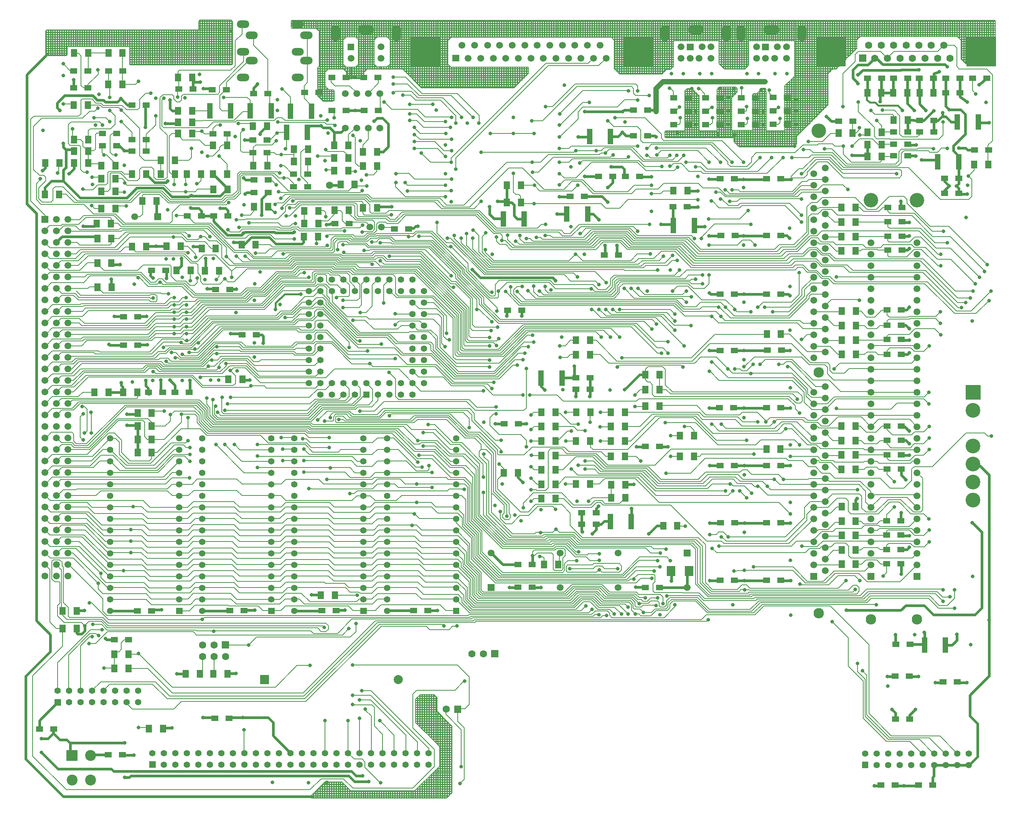
<source format=gbr>
%FSLAX34Y34*%
%MOMM*%
%LNCOPPER_BOTTOM*%
G71*
G01*
%ADD10C,0.800*%
%ADD11C,1.520*%
%ADD12C,3.200*%
%ADD13C,2.300*%
%ADD14C,3.200*%
%ADD15C,2.300*%
%ADD16C,1.500*%
%ADD17C,1.600*%
%ADD18C,1.520*%
%ADD19C,2.100*%
%ADD20C,1.800*%
%ADD21C,1.400*%
%ADD22C,1.520*%
%ADD23C,3.250*%
%ADD24C,2.400*%
%ADD25C,2.000*%
%ADD26R,1.400X1.800*%
%ADD27R,1.600X1.250*%
%ADD28R,1.900X2.300*%
%ADD29R,1.300X3.500*%
%ADD30C,0.150*%
%ADD31C,0.600*%
%ADD32C,0.400*%
%ADD33C,1.200*%
%ADD34C,0.250*%
%ADD35C,0.350*%
%LPD*%
X1098947Y196056D02*
G54D10*
D03*
X1098947Y211534D02*
G54D10*
D03*
X2099072Y757238D02*
G54D10*
D03*
X2010172Y762397D02*
G54D10*
D03*
X150812Y762397D02*
G54D10*
D03*
X285353Y788591D02*
G54D10*
D03*
X293688Y-633412D02*
G54D10*
D03*
X314325Y-660797D02*
G54D10*
D03*
X2038350Y-559991D02*
G54D10*
D03*
X2082403Y-500459D02*
G54D10*
D03*
X1813993Y-88440D02*
G54D11*
D03*
X1813993Y-63040D02*
G54D11*
D03*
X1813993Y-37641D02*
G54D11*
D03*
X1813993Y-12240D02*
G54D11*
D03*
X1813993Y13160D02*
G54D11*
D03*
X1813993Y38560D02*
G54D11*
D03*
X1813993Y63960D02*
G54D11*
D03*
X1813993Y89360D02*
G54D11*
D03*
X1813993Y114760D02*
G54D11*
D03*
X1813993Y140160D02*
G54D11*
D03*
X1813993Y216360D02*
G54D11*
D03*
X1813993Y241760D02*
G54D11*
D03*
X1813993Y267160D02*
G54D11*
D03*
X1813993Y292560D02*
G54D11*
D03*
X1813993Y317960D02*
G54D11*
D03*
X1813993Y343360D02*
G54D11*
D03*
X1813993Y368760D02*
G54D11*
D03*
X1813993Y394160D02*
G54D11*
D03*
X1813993Y419560D02*
G54D11*
D03*
X1813993Y444960D02*
G54D11*
D03*
X1813993Y470360D02*
G54D11*
D03*
X1813993Y495760D02*
G54D11*
D03*
X1813993Y521160D02*
G54D11*
D03*
X1813993Y546560D02*
G54D11*
D03*
X1813993Y571960D02*
G54D11*
D03*
X1813993Y597360D02*
G54D11*
D03*
X1813993Y622760D02*
G54D11*
D03*
X1839393Y-75740D02*
G54D11*
D03*
X1839393Y-50340D02*
G54D11*
D03*
X1839393Y-24940D02*
G54D11*
D03*
X1839393Y460D02*
G54D11*
D03*
X1839393Y25860D02*
G54D11*
D03*
X1839393Y51260D02*
G54D11*
D03*
X1839393Y76660D02*
G54D11*
D03*
X1839393Y102060D02*
G54D11*
D03*
X1839393Y127460D02*
G54D11*
D03*
X1839393Y152860D02*
G54D11*
D03*
X1839393Y229060D02*
G54D11*
D03*
X1839393Y254460D02*
G54D11*
D03*
X1839393Y279860D02*
G54D11*
D03*
X1839393Y305260D02*
G54D11*
D03*
X1839393Y330660D02*
G54D11*
D03*
X1839393Y356060D02*
G54D11*
D03*
X1839393Y381460D02*
G54D11*
D03*
X1839393Y406860D02*
G54D11*
D03*
X1839393Y432260D02*
G54D11*
D03*
X1839393Y457660D02*
G54D11*
D03*
X1839393Y483060D02*
G54D11*
D03*
X1839393Y508460D02*
G54D11*
D03*
X1839393Y533860D02*
G54D11*
D03*
X1839393Y559260D02*
G54D11*
D03*
X1839393Y584660D02*
G54D11*
D03*
X1839393Y610060D02*
G54D11*
D03*
X1839393Y635460D02*
G54D11*
D03*
G36*
X1806393Y-273840D02*
X1806393Y-258640D01*
X1821593Y-258640D01*
X1821593Y-273840D01*
X1806393Y-273840D01*
G37*
X1813993Y-240840D02*
G54D11*
D03*
X1813993Y-215440D02*
G54D11*
D03*
X1813993Y-190040D02*
G54D11*
D03*
X1813993Y-164640D02*
G54D11*
D03*
X1813993Y-139240D02*
G54D11*
D03*
X1813993Y-113840D02*
G54D11*
D03*
X1839393Y-253540D02*
G54D11*
D03*
X1839393Y-228140D02*
G54D11*
D03*
X1839393Y-202740D02*
G54D11*
D03*
X1839393Y-177340D02*
G54D11*
D03*
X1839393Y-151940D02*
G54D11*
D03*
X1839393Y-126540D02*
G54D11*
D03*
X1839393Y-101140D02*
G54D11*
D03*
X1825625Y717550D02*
G54D12*
D03*
X1825625Y184150D02*
G54D13*
D03*
X1825625Y-347662D02*
G54D13*
D03*
G36*
X2034719Y-273506D02*
X2034719Y-258306D01*
X2049919Y-258306D01*
X2049919Y-273506D01*
X2034719Y-273506D01*
G37*
X2042319Y-240506D02*
G54D11*
D03*
X2042319Y-215106D02*
G54D11*
D03*
X2042319Y-189706D02*
G54D11*
D03*
X2042319Y-164306D02*
G54D11*
D03*
X2042319Y-138906D02*
G54D11*
D03*
X2042319Y-113506D02*
G54D11*
D03*
X2042319Y-88106D02*
G54D11*
D03*
X2042319Y-62706D02*
G54D11*
D03*
X2042319Y-37306D02*
G54D11*
D03*
X2042319Y-11906D02*
G54D11*
D03*
X2042319Y13494D02*
G54D11*
D03*
X2042319Y38894D02*
G54D11*
D03*
X2042319Y64294D02*
G54D11*
D03*
X2042319Y89694D02*
G54D11*
D03*
X2042319Y115094D02*
G54D11*
D03*
X2042319Y140494D02*
G54D11*
D03*
X2042319Y165894D02*
G54D11*
D03*
X2042319Y191294D02*
G54D11*
D03*
X2042319Y216694D02*
G54D11*
D03*
X2042319Y242094D02*
G54D11*
D03*
X2042319Y267494D02*
G54D11*
D03*
X2042319Y292894D02*
G54D11*
D03*
X2042319Y318294D02*
G54D11*
D03*
X2042319Y343694D02*
G54D11*
D03*
X2042319Y369094D02*
G54D11*
D03*
X2042319Y394494D02*
G54D11*
D03*
X2042319Y419894D02*
G54D11*
D03*
X2042319Y445294D02*
G54D11*
D03*
X2042319Y470694D02*
G54D11*
D03*
G36*
X1933119Y-273506D02*
X1933119Y-258306D01*
X1948319Y-258306D01*
X1948319Y-273506D01*
X1933119Y-273506D01*
G37*
X1940719Y-240506D02*
G54D11*
D03*
X1940719Y-215106D02*
G54D11*
D03*
X1940719Y-189706D02*
G54D11*
D03*
X1940719Y-164306D02*
G54D11*
D03*
X1940719Y-138906D02*
G54D11*
D03*
X1940719Y-113506D02*
G54D11*
D03*
X1940719Y-88106D02*
G54D11*
D03*
X1940719Y-62706D02*
G54D11*
D03*
X1940719Y-37306D02*
G54D11*
D03*
X1940719Y-11906D02*
G54D11*
D03*
X1940719Y13494D02*
G54D11*
D03*
X1940719Y38894D02*
G54D11*
D03*
X1940719Y64294D02*
G54D11*
D03*
X1940719Y89694D02*
G54D11*
D03*
X1940719Y115094D02*
G54D11*
D03*
X1940719Y140494D02*
G54D11*
D03*
X1940719Y165894D02*
G54D11*
D03*
X1940719Y191294D02*
G54D11*
D03*
X1940719Y216694D02*
G54D11*
D03*
X1940719Y242094D02*
G54D11*
D03*
X1940719Y267494D02*
G54D11*
D03*
X1940719Y292894D02*
G54D11*
D03*
X1940719Y318294D02*
G54D11*
D03*
X1940719Y343694D02*
G54D11*
D03*
X1940719Y369094D02*
G54D11*
D03*
X1940719Y394494D02*
G54D11*
D03*
X1940719Y419894D02*
G54D11*
D03*
X1940719Y445294D02*
G54D11*
D03*
X1940719Y470694D02*
G54D11*
D03*
X1940719Y564356D02*
G54D14*
D03*
X2042319Y564356D02*
G54D14*
D03*
X1940719Y-361156D02*
G54D15*
D03*
X2042319Y-361156D02*
G54D15*
D03*
X834800Y505600D02*
G54D16*
D03*
X860200Y505600D02*
G54D16*
D03*
G36*
X1930364Y870149D02*
X1914364Y870149D01*
X1914364Y886149D01*
X1930364Y886149D01*
X1930364Y870149D01*
G37*
X1949064Y878149D02*
G54D17*
D03*
X1976764Y878149D02*
G54D17*
D03*
X2004464Y878149D02*
G54D17*
D03*
X2032064Y878149D02*
G54D17*
D03*
X2059764Y878149D02*
G54D17*
D03*
X2087464Y878149D02*
G54D17*
D03*
X2115164Y878149D02*
G54D17*
D03*
X1935364Y906549D02*
G54D17*
D03*
X1963064Y906549D02*
G54D17*
D03*
X1990665Y906549D02*
G54D17*
D03*
X2018364Y906549D02*
G54D17*
D03*
X2046064Y906549D02*
G54D17*
D03*
X2073764Y906549D02*
G54D17*
D03*
X2101462Y906549D02*
G54D17*
D03*
G36*
X2151672Y925088D02*
X2216672Y925088D01*
X2216672Y860088D01*
X2151672Y860088D01*
X2151672Y925088D01*
G37*
G36*
X1819884Y925088D02*
X1884884Y925088D01*
X1884884Y860088D01*
X1819884Y860088D01*
X1819884Y925088D01*
G37*
G36*
X1393637Y925088D02*
X1458637Y925088D01*
X1458637Y860088D01*
X1393637Y860088D01*
X1393637Y925088D01*
G37*
G36*
X923741Y925088D02*
X988741Y925088D01*
X988741Y860088D01*
X923741Y860088D01*
X923741Y925088D01*
G37*
G36*
X1031657Y870549D02*
X1016457Y870549D01*
X1016457Y885749D01*
X1031657Y885749D01*
X1031657Y870549D01*
G37*
X1051758Y878149D02*
G54D18*
D03*
X1079358Y878149D02*
G54D18*
D03*
X1107058Y878149D02*
G54D18*
D03*
X1134758Y878149D02*
G54D18*
D03*
X1162458Y878149D02*
G54D18*
D03*
X1190158Y878149D02*
G54D18*
D03*
X1217853Y878149D02*
G54D18*
D03*
X1245554Y878149D02*
G54D18*
D03*
X1273154Y878149D02*
G54D18*
D03*
X1300854Y878149D02*
G54D18*
D03*
X1328554Y878149D02*
G54D18*
D03*
X1356254Y878149D02*
G54D18*
D03*
X1037958Y906549D02*
G54D18*
D03*
X1065658Y906549D02*
G54D18*
D03*
X1094358Y906549D02*
G54D18*
D03*
X1121058Y906549D02*
G54D18*
D03*
X1148758Y906549D02*
G54D18*
D03*
X1176458Y906549D02*
G54D18*
D03*
X1204157Y906549D02*
G54D18*
D03*
X1231754Y906549D02*
G54D18*
D03*
X1259454Y906549D02*
G54D18*
D03*
X1287154Y906549D02*
G54D18*
D03*
X1314854Y906549D02*
G54D18*
D03*
X1342554Y906549D02*
G54D18*
D03*
X1788272Y940120D02*
G54D19*
D03*
X1788272Y939120D02*
G54D19*
D03*
X1788272Y938120D02*
G54D19*
D03*
X1788272Y937120D02*
G54D19*
D03*
X1788272Y936120D02*
G54D19*
D03*
X1788272Y935120D02*
G54D19*
D03*
X1788272Y934120D02*
G54D19*
D03*
X1788272Y933120D02*
G54D19*
D03*
X1788272Y932120D02*
G54D19*
D03*
X1788272Y931120D02*
G54D19*
D03*
X1788272Y930120D02*
G54D19*
D03*
X1788272Y929120D02*
G54D19*
D03*
X1788272Y928120D02*
G54D19*
D03*
X1788272Y927120D02*
G54D19*
D03*
X1788272Y926120D02*
G54D19*
D03*
X1653336Y940120D02*
G54D19*
D03*
X1653336Y939120D02*
G54D19*
D03*
X1653336Y938120D02*
G54D19*
D03*
X1653336Y937120D02*
G54D19*
D03*
X1653336Y936120D02*
G54D19*
D03*
X1653336Y935120D02*
G54D19*
D03*
X1653336Y934120D02*
G54D19*
D03*
X1653336Y933120D02*
G54D19*
D03*
X1653336Y932120D02*
G54D19*
D03*
X1653336Y931120D02*
G54D19*
D03*
X1653336Y930120D02*
G54D19*
D03*
X1653336Y929120D02*
G54D19*
D03*
X1653336Y928120D02*
G54D19*
D03*
X1653336Y927120D02*
G54D19*
D03*
X1653336Y926120D02*
G54D19*
D03*
X1727803Y941057D02*
G54D19*
D03*
X1726804Y941057D02*
G54D19*
D03*
X1725804Y941057D02*
G54D19*
D03*
X1724804Y941057D02*
G54D19*
D03*
X1723804Y941057D02*
G54D19*
D03*
X1722804Y941057D02*
G54D19*
D03*
X1721803Y941057D02*
G54D19*
D03*
X1720803Y941057D02*
G54D19*
D03*
X1719804Y941057D02*
G54D19*
D03*
X1718804Y941057D02*
G54D19*
D03*
X1717804Y941057D02*
G54D19*
D03*
X1716804Y941057D02*
G54D19*
D03*
X1715804Y941057D02*
G54D19*
D03*
X1714803Y941057D02*
G54D19*
D03*
X1713803Y941057D02*
G54D19*
D03*
X1687878Y877763D02*
G54D16*
D03*
X1707878Y877763D02*
G54D16*
D03*
X1727878Y877763D02*
G54D16*
D03*
X1687878Y902763D02*
G54D16*
D03*
G36*
X1700378Y910263D02*
X1715378Y910263D01*
X1715378Y895263D01*
X1700378Y895263D01*
X1700378Y910263D01*
G37*
X1733878Y902763D02*
G54D16*
D03*
X1753878Y902763D02*
G54D16*
D03*
X1753878Y877763D02*
G54D16*
D03*
X1621982Y940120D02*
G54D19*
D03*
X1621982Y939120D02*
G54D19*
D03*
X1621982Y938120D02*
G54D19*
D03*
X1621982Y937120D02*
G54D19*
D03*
X1621982Y936120D02*
G54D19*
D03*
X1621982Y935120D02*
G54D19*
D03*
X1621982Y934120D02*
G54D19*
D03*
X1621982Y933120D02*
G54D19*
D03*
X1621982Y932120D02*
G54D19*
D03*
X1621982Y931120D02*
G54D19*
D03*
X1621982Y930120D02*
G54D19*
D03*
X1621982Y929120D02*
G54D19*
D03*
X1621982Y928120D02*
G54D19*
D03*
X1621982Y927120D02*
G54D19*
D03*
X1621982Y926120D02*
G54D19*
D03*
X1487045Y940120D02*
G54D19*
D03*
X1487045Y939120D02*
G54D19*
D03*
X1487045Y938120D02*
G54D19*
D03*
X1487045Y937120D02*
G54D19*
D03*
X1487045Y936120D02*
G54D19*
D03*
X1487045Y935120D02*
G54D19*
D03*
X1487045Y934120D02*
G54D19*
D03*
X1487045Y933120D02*
G54D19*
D03*
X1487045Y932120D02*
G54D19*
D03*
X1487045Y931120D02*
G54D19*
D03*
X1487045Y930120D02*
G54D19*
D03*
X1487045Y929120D02*
G54D19*
D03*
X1487045Y928120D02*
G54D19*
D03*
X1487045Y927120D02*
G54D19*
D03*
X1487045Y926120D02*
G54D19*
D03*
X1561513Y941057D02*
G54D19*
D03*
X1560514Y941057D02*
G54D19*
D03*
X1559514Y941057D02*
G54D19*
D03*
X1558514Y941057D02*
G54D19*
D03*
X1557514Y941057D02*
G54D19*
D03*
X1556514Y941057D02*
G54D19*
D03*
X1555513Y941057D02*
G54D19*
D03*
X1554513Y941057D02*
G54D19*
D03*
X1553514Y941057D02*
G54D19*
D03*
X1552514Y941057D02*
G54D19*
D03*
X1551514Y941057D02*
G54D19*
D03*
X1550514Y941057D02*
G54D19*
D03*
X1549514Y941057D02*
G54D19*
D03*
X1548513Y941057D02*
G54D19*
D03*
X1547513Y941057D02*
G54D19*
D03*
X1521588Y877763D02*
G54D16*
D03*
X1541588Y877763D02*
G54D16*
D03*
X1561588Y877763D02*
G54D16*
D03*
X1521588Y902763D02*
G54D16*
D03*
G36*
X1534088Y910263D02*
X1549088Y910263D01*
X1549088Y895263D01*
X1534088Y895263D01*
X1534088Y910263D01*
G37*
X1567588Y902763D02*
G54D16*
D03*
X1587588Y902763D02*
G54D16*
D03*
X1587588Y877763D02*
G54D16*
D03*
X893320Y940120D02*
G54D19*
D03*
X893320Y939120D02*
G54D19*
D03*
X893320Y938120D02*
G54D19*
D03*
X893320Y937120D02*
G54D19*
D03*
X893320Y936120D02*
G54D19*
D03*
X893320Y935120D02*
G54D19*
D03*
X893320Y934120D02*
G54D19*
D03*
X893320Y933120D02*
G54D19*
D03*
X893320Y932120D02*
G54D19*
D03*
X893320Y931120D02*
G54D19*
D03*
X893320Y930120D02*
G54D19*
D03*
X893320Y929120D02*
G54D19*
D03*
X893320Y928120D02*
G54D19*
D03*
X893320Y927120D02*
G54D19*
D03*
X893320Y926120D02*
G54D19*
D03*
X758382Y940120D02*
G54D19*
D03*
X758382Y939120D02*
G54D19*
D03*
X758382Y938120D02*
G54D19*
D03*
X758382Y937120D02*
G54D19*
D03*
X758382Y936120D02*
G54D19*
D03*
X758382Y935120D02*
G54D19*
D03*
X758382Y934120D02*
G54D19*
D03*
X758382Y933120D02*
G54D19*
D03*
X758382Y932120D02*
G54D19*
D03*
X758382Y931120D02*
G54D19*
D03*
X758382Y930120D02*
G54D19*
D03*
X758382Y929120D02*
G54D19*
D03*
X758382Y928120D02*
G54D19*
D03*
X758382Y927120D02*
G54D19*
D03*
X758382Y926120D02*
G54D19*
D03*
X832851Y941058D02*
G54D19*
D03*
X831851Y941058D02*
G54D19*
D03*
X830851Y941058D02*
G54D19*
D03*
X829851Y941058D02*
G54D19*
D03*
X828851Y941058D02*
G54D19*
D03*
X827851Y941058D02*
G54D19*
D03*
X826851Y941058D02*
G54D19*
D03*
X825851Y941058D02*
G54D19*
D03*
X824851Y941058D02*
G54D19*
D03*
X823851Y941058D02*
G54D19*
D03*
X822851Y941058D02*
G54D19*
D03*
X821851Y941058D02*
G54D19*
D03*
X820851Y941058D02*
G54D19*
D03*
X819851Y941058D02*
G54D19*
D03*
X818851Y941058D02*
G54D19*
D03*
X792926Y877763D02*
G54D16*
D03*
G36*
X785426Y910263D02*
X800426Y910263D01*
X800426Y895263D01*
X785426Y895263D01*
X785426Y910263D01*
G37*
X858926Y902763D02*
G54D16*
D03*
X858926Y877763D02*
G54D16*
D03*
X670951Y835271D02*
G54D20*
D03*
X671951Y835271D02*
G54D20*
D03*
X672951Y835271D02*
G54D20*
D03*
X673951Y835271D02*
G54D20*
D03*
X674951Y835271D02*
G54D20*
D03*
X675951Y835271D02*
G54D20*
D03*
X676951Y835271D02*
G54D20*
D03*
X677951Y835271D02*
G54D20*
D03*
X678951Y835271D02*
G54D20*
D03*
X679951Y835271D02*
G54D20*
D03*
X690001Y872577D02*
G54D20*
D03*
X691001Y872577D02*
G54D20*
D03*
X692001Y872577D02*
G54D20*
D03*
X693001Y872577D02*
G54D20*
D03*
X694001Y872577D02*
G54D20*
D03*
X695001Y872577D02*
G54D20*
D03*
X696001Y872577D02*
G54D20*
D03*
X697001Y872577D02*
G54D20*
D03*
X698001Y872577D02*
G54D20*
D03*
X699001Y872577D02*
G54D20*
D03*
X670951Y892421D02*
G54D20*
D03*
X671951Y892421D02*
G54D20*
D03*
X672951Y892421D02*
G54D20*
D03*
X673951Y892421D02*
G54D20*
D03*
X674951Y892421D02*
G54D20*
D03*
X675951Y892421D02*
G54D20*
D03*
X676951Y892421D02*
G54D20*
D03*
X677951Y892421D02*
G54D20*
D03*
X678951Y892421D02*
G54D20*
D03*
X679951Y892421D02*
G54D20*
D03*
X690001Y928933D02*
G54D20*
D03*
X691001Y928933D02*
G54D20*
D03*
X692001Y928933D02*
G54D20*
D03*
X693001Y928933D02*
G54D20*
D03*
X694001Y928933D02*
G54D20*
D03*
X695001Y928933D02*
G54D20*
D03*
X696001Y928933D02*
G54D20*
D03*
X697001Y928933D02*
G54D20*
D03*
X698001Y928933D02*
G54D20*
D03*
X699001Y928933D02*
G54D20*
D03*
X670951Y952746D02*
G54D20*
D03*
X671951Y952746D02*
G54D20*
D03*
X672951Y952746D02*
G54D20*
D03*
X673951Y952746D02*
G54D20*
D03*
X674951Y952746D02*
G54D20*
D03*
X675951Y952746D02*
G54D20*
D03*
X676951Y952746D02*
G54D20*
D03*
X677951Y952746D02*
G54D20*
D03*
X678951Y952746D02*
G54D20*
D03*
X679951Y952746D02*
G54D20*
D03*
X550301Y835271D02*
G54D20*
D03*
X551301Y835271D02*
G54D20*
D03*
X552301Y835271D02*
G54D20*
D03*
X553301Y835271D02*
G54D20*
D03*
X554301Y835271D02*
G54D20*
D03*
X555301Y835271D02*
G54D20*
D03*
X556301Y835271D02*
G54D20*
D03*
X557301Y835271D02*
G54D20*
D03*
X558301Y835271D02*
G54D20*
D03*
X559301Y835271D02*
G54D20*
D03*
X569351Y872577D02*
G54D20*
D03*
X570351Y872577D02*
G54D20*
D03*
X571351Y872577D02*
G54D20*
D03*
X572351Y872577D02*
G54D20*
D03*
X573351Y872577D02*
G54D20*
D03*
X574351Y872577D02*
G54D20*
D03*
X575351Y872577D02*
G54D20*
D03*
X576351Y872577D02*
G54D20*
D03*
X577351Y872577D02*
G54D20*
D03*
X578351Y872577D02*
G54D20*
D03*
X550301Y892421D02*
G54D20*
D03*
X551301Y892421D02*
G54D20*
D03*
X552301Y892421D02*
G54D20*
D03*
X553301Y892421D02*
G54D20*
D03*
X554301Y892421D02*
G54D20*
D03*
X555301Y892421D02*
G54D20*
D03*
X556301Y892421D02*
G54D20*
D03*
X557301Y892421D02*
G54D20*
D03*
X558301Y892421D02*
G54D20*
D03*
X559301Y892421D02*
G54D20*
D03*
X569351Y928933D02*
G54D20*
D03*
X570351Y928933D02*
G54D20*
D03*
X571351Y928933D02*
G54D20*
D03*
X572351Y928933D02*
G54D20*
D03*
X573351Y928933D02*
G54D20*
D03*
X574351Y928933D02*
G54D20*
D03*
X575351Y928933D02*
G54D20*
D03*
X576351Y928933D02*
G54D20*
D03*
X577351Y928933D02*
G54D20*
D03*
X578351Y928933D02*
G54D20*
D03*
X550301Y952746D02*
G54D20*
D03*
X551301Y952746D02*
G54D20*
D03*
X552301Y952746D02*
G54D20*
D03*
X553301Y952746D02*
G54D20*
D03*
X554301Y952746D02*
G54D20*
D03*
X555301Y952746D02*
G54D20*
D03*
X556301Y952746D02*
G54D20*
D03*
X557301Y952746D02*
G54D20*
D03*
X558301Y952746D02*
G54D20*
D03*
X559301Y952746D02*
G54D20*
D03*
G36*
X1018472Y-349228D02*
X1018472Y-335228D01*
X1032472Y-335228D01*
X1032472Y-349228D01*
X1018472Y-349228D01*
G37*
X1025472Y-316828D02*
G54D21*
D03*
X1025472Y-291428D02*
G54D21*
D03*
X1025472Y-266028D02*
G54D21*
D03*
X1025472Y-240628D02*
G54D21*
D03*
X1025472Y-215228D02*
G54D21*
D03*
X1025472Y-189828D02*
G54D21*
D03*
X1025472Y-164428D02*
G54D21*
D03*
X1025472Y-139028D02*
G54D21*
D03*
X1025472Y-113628D02*
G54D21*
D03*
X1025472Y-88228D02*
G54D21*
D03*
X1025472Y-62828D02*
G54D21*
D03*
X1025472Y-37428D02*
G54D21*
D03*
X1025472Y-12028D02*
G54D21*
D03*
X1025472Y13372D02*
G54D21*
D03*
X1025472Y38772D02*
G54D21*
D03*
X873072Y38772D02*
G54D21*
D03*
X873072Y13372D02*
G54D21*
D03*
X873072Y-12028D02*
G54D21*
D03*
X873072Y-37428D02*
G54D21*
D03*
X873072Y-62828D02*
G54D21*
D03*
X873072Y-88228D02*
G54D21*
D03*
X873072Y-113628D02*
G54D21*
D03*
X873072Y-139028D02*
G54D21*
D03*
X873072Y-164428D02*
G54D21*
D03*
X873072Y-189828D02*
G54D21*
D03*
X873072Y-215228D02*
G54D21*
D03*
X873072Y-240628D02*
G54D21*
D03*
X873072Y-266028D02*
G54D21*
D03*
X873072Y-291428D02*
G54D21*
D03*
X873072Y-316828D02*
G54D21*
D03*
X873072Y-342228D02*
G54D21*
D03*
G36*
X813685Y-349228D02*
X813685Y-335228D01*
X827685Y-335228D01*
X827685Y-349228D01*
X813685Y-349228D01*
G37*
X820685Y-316828D02*
G54D21*
D03*
X820685Y-291428D02*
G54D21*
D03*
X820685Y-266028D02*
G54D21*
D03*
X820685Y-240628D02*
G54D21*
D03*
X820685Y-215228D02*
G54D21*
D03*
X820685Y-189828D02*
G54D21*
D03*
X820685Y-164428D02*
G54D21*
D03*
X820685Y-139028D02*
G54D21*
D03*
X820685Y-113628D02*
G54D21*
D03*
X820685Y-88228D02*
G54D21*
D03*
X820685Y-62828D02*
G54D21*
D03*
X820685Y-37428D02*
G54D21*
D03*
X820685Y-12028D02*
G54D21*
D03*
X820685Y13372D02*
G54D21*
D03*
X820685Y38772D02*
G54D21*
D03*
X668285Y38772D02*
G54D21*
D03*
X668285Y13372D02*
G54D21*
D03*
X668285Y-12028D02*
G54D21*
D03*
X668285Y-37428D02*
G54D21*
D03*
X668285Y-62828D02*
G54D21*
D03*
X668285Y-88228D02*
G54D21*
D03*
X668285Y-113628D02*
G54D21*
D03*
X668285Y-139028D02*
G54D21*
D03*
X668285Y-164428D02*
G54D21*
D03*
X668285Y-189828D02*
G54D21*
D03*
X668285Y-215228D02*
G54D21*
D03*
X668285Y-240628D02*
G54D21*
D03*
X668285Y-266028D02*
G54D21*
D03*
X668285Y-291428D02*
G54D21*
D03*
X668285Y-316828D02*
G54D21*
D03*
X668285Y-342228D02*
G54D21*
D03*
G36*
X610485Y-349228D02*
X610485Y-335228D01*
X624485Y-335228D01*
X624485Y-349228D01*
X610485Y-349228D01*
G37*
X617485Y-316828D02*
G54D21*
D03*
X617485Y-291428D02*
G54D21*
D03*
X617485Y-266028D02*
G54D21*
D03*
X617485Y-240628D02*
G54D21*
D03*
X617485Y-215228D02*
G54D21*
D03*
X617485Y-189828D02*
G54D21*
D03*
X617485Y-164428D02*
G54D21*
D03*
X617485Y-139028D02*
G54D21*
D03*
X617485Y-113628D02*
G54D21*
D03*
X617485Y-88228D02*
G54D21*
D03*
X617485Y-62828D02*
G54D21*
D03*
X617485Y-37428D02*
G54D21*
D03*
X617485Y-12028D02*
G54D21*
D03*
X617485Y13372D02*
G54D21*
D03*
X617485Y38772D02*
G54D21*
D03*
X465086Y38772D02*
G54D21*
D03*
X465086Y13372D02*
G54D21*
D03*
X465086Y-12028D02*
G54D21*
D03*
X465086Y-37428D02*
G54D21*
D03*
X465086Y-62828D02*
G54D21*
D03*
X465086Y-88228D02*
G54D21*
D03*
X465086Y-113628D02*
G54D21*
D03*
X465086Y-139028D02*
G54D21*
D03*
X465086Y-164428D02*
G54D21*
D03*
X465086Y-189828D02*
G54D21*
D03*
X465086Y-215228D02*
G54D21*
D03*
X465086Y-240628D02*
G54D21*
D03*
X465086Y-266028D02*
G54D21*
D03*
X465086Y-291428D02*
G54D21*
D03*
X465086Y-316828D02*
G54D21*
D03*
X465086Y-342228D02*
G54D21*
D03*
G36*
X407286Y-349228D02*
X407286Y-335228D01*
X421286Y-335228D01*
X421286Y-349228D01*
X407286Y-349228D01*
G37*
X414286Y-316828D02*
G54D21*
D03*
X414286Y-291428D02*
G54D21*
D03*
X414286Y-266028D02*
G54D21*
D03*
X414286Y-240628D02*
G54D21*
D03*
X414286Y-215228D02*
G54D21*
D03*
X414286Y-189828D02*
G54D21*
D03*
X414286Y-164428D02*
G54D21*
D03*
X414286Y-139028D02*
G54D21*
D03*
X414286Y-113628D02*
G54D21*
D03*
X414286Y-88228D02*
G54D21*
D03*
X414286Y-62828D02*
G54D21*
D03*
X414286Y-37428D02*
G54D21*
D03*
X414286Y-12028D02*
G54D21*
D03*
X414286Y13372D02*
G54D21*
D03*
X414286Y38772D02*
G54D21*
D03*
X261886Y38772D02*
G54D21*
D03*
X261886Y13372D02*
G54D21*
D03*
X261886Y-12028D02*
G54D21*
D03*
X261886Y-37428D02*
G54D21*
D03*
X261886Y-62828D02*
G54D21*
D03*
X261886Y-88228D02*
G54D21*
D03*
X261886Y-113628D02*
G54D21*
D03*
X261886Y-139028D02*
G54D21*
D03*
X261886Y-164428D02*
G54D21*
D03*
X261886Y-189828D02*
G54D21*
D03*
X261886Y-215228D02*
G54D21*
D03*
X261886Y-240628D02*
G54D21*
D03*
X261886Y-266028D02*
G54D21*
D03*
X261886Y-291428D02*
G54D21*
D03*
X261886Y-316828D02*
G54D21*
D03*
X261886Y-342228D02*
G54D21*
D03*
X168672Y-214312D02*
G54D22*
D03*
X168672Y-188912D02*
G54D22*
D03*
X168672Y-163512D02*
G54D22*
D03*
X168672Y-138112D02*
G54D22*
D03*
X168672Y-112712D02*
G54D22*
D03*
X168672Y-87312D02*
G54D22*
D03*
X168672Y-61912D02*
G54D22*
D03*
X168672Y-36512D02*
G54D22*
D03*
X168672Y-11112D02*
G54D22*
D03*
X168672Y14288D02*
G54D22*
D03*
X168672Y39688D02*
G54D22*
D03*
X168672Y65088D02*
G54D22*
D03*
X168672Y90488D02*
G54D22*
D03*
X168672Y115888D02*
G54D22*
D03*
X168672Y141288D02*
G54D22*
D03*
X168672Y166688D02*
G54D22*
D03*
X168672Y192088D02*
G54D22*
D03*
X168672Y217488D02*
G54D22*
D03*
X168672Y242888D02*
G54D22*
D03*
X168672Y268288D02*
G54D22*
D03*
X168672Y293688D02*
G54D22*
D03*
X168672Y319088D02*
G54D22*
D03*
X168672Y344488D02*
G54D22*
D03*
X168672Y369888D02*
G54D22*
D03*
X168672Y395288D02*
G54D22*
D03*
X168672Y420688D02*
G54D22*
D03*
X168672Y446088D02*
G54D22*
D03*
X168672Y471488D02*
G54D22*
D03*
X168672Y496888D02*
G54D22*
D03*
X168672Y522288D02*
G54D22*
D03*
X143272Y-214312D02*
G54D22*
D03*
X143272Y-188912D02*
G54D22*
D03*
X143272Y-163512D02*
G54D22*
D03*
X143272Y-138112D02*
G54D22*
D03*
X143272Y-112712D02*
G54D22*
D03*
X143272Y-87312D02*
G54D22*
D03*
X143272Y-61912D02*
G54D22*
D03*
X143272Y-36512D02*
G54D22*
D03*
X143272Y-11112D02*
G54D22*
D03*
X143272Y14288D02*
G54D22*
D03*
X143272Y39688D02*
G54D22*
D03*
X143272Y65088D02*
G54D22*
D03*
X143272Y90488D02*
G54D22*
D03*
X143272Y115888D02*
G54D22*
D03*
X143272Y141288D02*
G54D22*
D03*
X143272Y166688D02*
G54D22*
D03*
X143272Y192088D02*
G54D22*
D03*
X143272Y217488D02*
G54D22*
D03*
X143272Y242888D02*
G54D22*
D03*
X143272Y268288D02*
G54D22*
D03*
X143272Y293688D02*
G54D22*
D03*
X143272Y319088D02*
G54D22*
D03*
X143272Y344488D02*
G54D22*
D03*
X143272Y369888D02*
G54D22*
D03*
X143272Y395288D02*
G54D22*
D03*
X143272Y420688D02*
G54D22*
D03*
X143272Y446088D02*
G54D22*
D03*
X143272Y471488D02*
G54D22*
D03*
X143272Y496888D02*
G54D22*
D03*
X143272Y522288D02*
G54D22*
D03*
X117872Y-214312D02*
G54D22*
D03*
X117872Y-188912D02*
G54D22*
D03*
X117872Y-163512D02*
G54D22*
D03*
X117872Y-138112D02*
G54D22*
D03*
X117872Y-112712D02*
G54D22*
D03*
X117872Y-87312D02*
G54D22*
D03*
X117872Y-61912D02*
G54D22*
D03*
X117872Y-36512D02*
G54D22*
D03*
X117872Y-11112D02*
G54D22*
D03*
X117872Y14288D02*
G54D22*
D03*
X117872Y39688D02*
G54D22*
D03*
X117872Y65088D02*
G54D22*
D03*
X117872Y90488D02*
G54D22*
D03*
X117872Y115888D02*
G54D22*
D03*
X117872Y141288D02*
G54D22*
D03*
X117872Y166688D02*
G54D22*
D03*
X117872Y192088D02*
G54D22*
D03*
X117872Y217488D02*
G54D22*
D03*
X117872Y242888D02*
G54D22*
D03*
X117872Y268288D02*
G54D22*
D03*
X117872Y293688D02*
G54D22*
D03*
X117872Y319088D02*
G54D22*
D03*
X117872Y344488D02*
G54D22*
D03*
X117872Y369888D02*
G54D22*
D03*
X117872Y395288D02*
G54D22*
D03*
X117872Y420688D02*
G54D22*
D03*
X117872Y446088D02*
G54D22*
D03*
X117872Y471488D02*
G54D22*
D03*
X117872Y496888D02*
G54D22*
D03*
G36*
X110272Y514688D02*
X110272Y529888D01*
X125472Y529888D01*
X125472Y514688D01*
X110272Y514688D01*
G37*
X168672Y-265112D02*
G54D22*
D03*
X168672Y-239712D02*
G54D22*
D03*
X143272Y-265112D02*
G54D22*
D03*
X143272Y-239712D02*
G54D22*
D03*
X117872Y-265112D02*
G54D22*
D03*
X117872Y-239712D02*
G54D22*
D03*
G36*
X348092Y-674400D02*
X362092Y-674400D01*
X362092Y-688400D01*
X348092Y-688400D01*
X348092Y-674400D01*
G37*
X355092Y-656000D02*
G54D21*
D03*
X380492Y-681400D02*
G54D21*
D03*
X380492Y-656000D02*
G54D21*
D03*
X405892Y-681400D02*
G54D21*
D03*
X405892Y-656000D02*
G54D21*
D03*
X431292Y-681400D02*
G54D21*
D03*
X431292Y-656000D02*
G54D21*
D03*
X456692Y-681400D02*
G54D21*
D03*
X456692Y-656000D02*
G54D21*
D03*
X482092Y-681400D02*
G54D21*
D03*
X482092Y-656000D02*
G54D21*
D03*
X507491Y-681400D02*
G54D21*
D03*
X507492Y-656000D02*
G54D21*
D03*
X532892Y-681400D02*
G54D21*
D03*
X532892Y-656000D02*
G54D21*
D03*
X558292Y-681400D02*
G54D21*
D03*
X558292Y-656000D02*
G54D21*
D03*
X583692Y-681400D02*
G54D21*
D03*
X583692Y-656000D02*
G54D21*
D03*
X609092Y-681400D02*
G54D21*
D03*
X609092Y-656000D02*
G54D21*
D03*
X634492Y-681400D02*
G54D21*
D03*
X634492Y-656000D02*
G54D21*
D03*
X659892Y-681400D02*
G54D21*
D03*
X659892Y-656000D02*
G54D21*
D03*
X685292Y-681400D02*
G54D21*
D03*
X685292Y-656000D02*
G54D21*
D03*
X710692Y-681400D02*
G54D21*
D03*
X710692Y-656000D02*
G54D21*
D03*
X736092Y-681400D02*
G54D21*
D03*
X736092Y-656000D02*
G54D21*
D03*
X761493Y-681400D02*
G54D21*
D03*
X761493Y-656000D02*
G54D21*
D03*
X786893Y-681400D02*
G54D21*
D03*
X786893Y-656000D02*
G54D21*
D03*
X812293Y-681400D02*
G54D21*
D03*
X812293Y-656000D02*
G54D21*
D03*
X837694Y-681400D02*
G54D21*
D03*
X837694Y-656000D02*
G54D21*
D03*
X863094Y-681400D02*
G54D21*
D03*
X863094Y-656000D02*
G54D21*
D03*
X888494Y-681400D02*
G54D21*
D03*
X888494Y-656000D02*
G54D21*
D03*
X913894Y-681400D02*
G54D21*
D03*
X913894Y-656000D02*
G54D21*
D03*
X939294Y-681400D02*
G54D21*
D03*
X939294Y-656000D02*
G54D21*
D03*
X964694Y-681400D02*
G54D21*
D03*
X964694Y-656000D02*
G54D21*
D03*
G36*
X1920878Y-675298D02*
X1934878Y-675298D01*
X1934878Y-689298D01*
X1920878Y-689298D01*
X1920878Y-675298D01*
G37*
X1927878Y-656898D02*
G54D21*
D03*
X1953278Y-682298D02*
G54D21*
D03*
X1953278Y-656898D02*
G54D21*
D03*
X1978678Y-682298D02*
G54D21*
D03*
X1978678Y-656898D02*
G54D21*
D03*
X2004078Y-682298D02*
G54D21*
D03*
X2004078Y-656898D02*
G54D21*
D03*
X2029478Y-682298D02*
G54D21*
D03*
X2029478Y-656898D02*
G54D21*
D03*
X2054878Y-682298D02*
G54D21*
D03*
X2054878Y-656898D02*
G54D21*
D03*
X2080278Y-682298D02*
G54D21*
D03*
X2080278Y-656898D02*
G54D21*
D03*
X2105678Y-682298D02*
G54D21*
D03*
X2105678Y-656898D02*
G54D21*
D03*
X2131078Y-682298D02*
G54D21*
D03*
X2131078Y-656898D02*
G54D21*
D03*
X2156478Y-682298D02*
G54D21*
D03*
X2156478Y-656898D02*
G54D21*
D03*
G36*
X1118456Y-444960D02*
X1102456Y-444960D01*
X1102456Y-428960D01*
X1118456Y-428960D01*
X1118456Y-444960D01*
G37*
X1085056Y-436960D02*
G54D17*
D03*
X1059656Y-436960D02*
G54D17*
D03*
G36*
X1036700Y-567198D02*
X1020700Y-567198D01*
X1020700Y-551198D01*
X1036700Y-551198D01*
X1036700Y-567198D01*
G37*
X1003300Y-559198D02*
G54D17*
D03*
X2166144Y-97631D02*
G54D23*
D03*
X2166144Y-57944D02*
G54D23*
D03*
X2166144Y-18256D02*
G54D23*
D03*
X2166144Y21431D02*
G54D23*
D03*
X2166144Y100806D02*
G54D23*
D03*
G36*
X2149894Y156744D02*
X2182394Y156744D01*
X2182394Y124244D01*
X2149894Y124244D01*
X2149894Y156744D01*
G37*
G36*
X165402Y-649590D02*
X189402Y-649590D01*
X189402Y-673590D01*
X165402Y-673590D01*
X165402Y-649590D01*
G37*
X218678Y-661590D02*
G54D24*
D03*
X177403Y-715566D02*
G54D24*
D03*
X218678Y-715566D02*
G54D24*
D03*
X780257Y800100D02*
G54D16*
D03*
X805657Y800100D02*
G54D16*
D03*
X831057Y800100D02*
G54D16*
D03*
X856457Y800100D02*
G54D16*
D03*
X780257Y723900D02*
G54D16*
D03*
X805657Y723900D02*
G54D16*
D03*
X831057Y723900D02*
G54D16*
D03*
X856456Y723900D02*
G54D16*
D03*
X1102519Y-214312D02*
G54D16*
D03*
X1254919Y-214312D02*
G54D16*
D03*
X1254920Y-290512D02*
G54D16*
D03*
G36*
X1095019Y-283012D02*
X1110019Y-283012D01*
X1110019Y-298012D01*
X1095019Y-298012D01*
X1095019Y-283012D01*
G37*
X1534716Y-290512D02*
G54D16*
D03*
X1382316Y-290512D02*
G54D16*
D03*
X1382315Y-214312D02*
G54D16*
D03*
G36*
X1542216Y-221812D02*
X1527216Y-221812D01*
X1527216Y-206812D01*
X1542216Y-206812D01*
X1542216Y-221812D01*
G37*
X897731Y-494110D02*
G54D25*
D03*
G36*
X592456Y-484110D02*
X612456Y-484110D01*
X612456Y-504110D01*
X592456Y-504110D01*
X592456Y-484110D01*
G37*
G36*
X374312Y520243D02*
X359112Y520243D01*
X359112Y535443D01*
X374312Y535443D01*
X374312Y520243D01*
G37*
X315912Y527844D02*
G54D11*
D03*
G36*
X524334Y-425512D02*
X508334Y-425512D01*
X508334Y-409512D01*
X524334Y-409512D01*
X524334Y-425512D01*
G37*
X516334Y-442912D02*
G54D17*
D03*
X490934Y-417512D02*
G54D17*
D03*
X490934Y-442912D02*
G54D17*
D03*
X465534Y-417512D02*
G54D17*
D03*
X465534Y-442912D02*
G54D17*
D03*
G36*
X138852Y-537116D02*
X152852Y-537116D01*
X152852Y-551116D01*
X138852Y-551116D01*
X138852Y-537116D01*
G37*
X145852Y-518716D02*
G54D21*
D03*
X171252Y-544116D02*
G54D21*
D03*
X171252Y-518716D02*
G54D21*
D03*
X196652Y-544116D02*
G54D21*
D03*
X196652Y-518716D02*
G54D21*
D03*
X222052Y-544116D02*
G54D21*
D03*
X222052Y-518716D02*
G54D21*
D03*
X247452Y-544116D02*
G54D21*
D03*
X247452Y-518716D02*
G54D21*
D03*
X272852Y-544116D02*
G54D21*
D03*
X272852Y-518716D02*
G54D21*
D03*
X298252Y-544116D02*
G54D21*
D03*
X298252Y-518716D02*
G54D21*
D03*
X323652Y-544116D02*
G54D21*
D03*
X323652Y-518716D02*
G54D21*
D03*
X700088Y363934D02*
G54D21*
D03*
X725488Y363934D02*
G54D21*
D03*
X700088Y338534D02*
G54D21*
D03*
X725488Y338534D02*
G54D21*
D03*
X700088Y313134D02*
G54D21*
D03*
X725488Y313134D02*
G54D21*
D03*
X700088Y287734D02*
G54D21*
D03*
X725488Y287734D02*
G54D21*
D03*
X700088Y262334D02*
G54D21*
D03*
X725488Y262334D02*
G54D21*
D03*
X700088Y236934D02*
G54D21*
D03*
X725488Y236934D02*
G54D21*
D03*
X700088Y211534D02*
G54D21*
D03*
X725488Y211534D02*
G54D21*
D03*
X700088Y186134D02*
G54D21*
D03*
X725488Y186134D02*
G54D21*
D03*
X700088Y160734D02*
G54D21*
D03*
X725488Y160734D02*
G54D21*
D03*
X928688Y363934D02*
G54D21*
D03*
X954088Y363934D02*
G54D21*
D03*
X928688Y338534D02*
G54D21*
D03*
X954088Y338534D02*
G54D21*
D03*
X928688Y313134D02*
G54D21*
D03*
X954088Y313134D02*
G54D21*
D03*
X928688Y287734D02*
G54D21*
D03*
X954088Y287734D02*
G54D21*
D03*
X928688Y262334D02*
G54D21*
D03*
X954088Y262334D02*
G54D21*
D03*
X928688Y236934D02*
G54D21*
D03*
X954088Y236934D02*
G54D21*
D03*
X928688Y211534D02*
G54D21*
D03*
X954088Y211534D02*
G54D21*
D03*
X928688Y186134D02*
G54D21*
D03*
X954088Y186134D02*
G54D21*
D03*
X928688Y160734D02*
G54D21*
D03*
X954088Y160734D02*
G54D21*
D03*
X750888Y363934D02*
G54D21*
D03*
X750888Y389334D02*
G54D21*
D03*
X776288Y363934D02*
G54D21*
D03*
X776288Y389334D02*
G54D21*
D03*
X801688Y363934D02*
G54D21*
D03*
X801688Y389334D02*
G54D21*
D03*
X827088Y363934D02*
G54D21*
D03*
X827088Y389334D02*
G54D21*
D03*
X852488Y363934D02*
G54D21*
D03*
X852488Y389334D02*
G54D21*
D03*
X877888Y363934D02*
G54D21*
D03*
X877888Y389334D02*
G54D21*
D03*
X903288Y363934D02*
G54D21*
D03*
X903288Y389334D02*
G54D21*
D03*
X750888Y135334D02*
G54D21*
D03*
X750888Y160734D02*
G54D21*
D03*
X776288Y135334D02*
G54D21*
D03*
X776288Y160734D02*
G54D21*
D03*
X801688Y135334D02*
G54D21*
D03*
X801688Y160734D02*
G54D21*
D03*
G36*
X820088Y142334D02*
X834088Y142334D01*
X834088Y128334D01*
X820088Y128334D01*
X820088Y142334D01*
G37*
X827088Y160734D02*
G54D21*
D03*
X852488Y135334D02*
G54D21*
D03*
X852487Y160734D02*
G54D21*
D03*
X877887Y135334D02*
G54D21*
D03*
X877887Y160734D02*
G54D21*
D03*
X903288Y135334D02*
G54D21*
D03*
X903288Y160734D02*
G54D21*
D03*
X725488Y389334D02*
G54D21*
D03*
X725488Y135334D02*
G54D21*
D03*
X928688Y135334D02*
G54D21*
D03*
X928688Y389334D02*
G54D21*
D03*
X1965722Y763191D02*
G54D10*
D03*
X1940322Y762794D02*
G54D10*
D03*
X1960959Y782241D02*
G54D10*
D03*
X1953022Y740172D02*
G54D10*
D03*
X1914922Y724694D02*
G54D10*
D03*
X1912938Y781050D02*
G54D10*
D03*
X1878806Y770731D02*
G54D10*
D03*
X1912144Y821531D02*
G54D10*
D03*
X2035969Y762794D02*
G54D10*
D03*
X2061766Y762794D02*
G54D10*
D03*
X2079625Y761603D02*
G54D10*
D03*
X2113360Y763984D02*
G54D10*
D03*
X2099866Y736997D02*
G54D10*
D03*
X2046288Y852488D02*
G54D10*
D03*
X2091134Y848519D02*
G54D10*
D03*
X2108994Y858838D02*
G54D10*
D03*
X2179637Y819150D02*
G54D10*
D03*
X2171700Y799306D02*
G54D10*
D03*
X2194719Y780256D02*
G54D10*
D03*
X2152650Y781447D02*
G54D10*
D03*
X2201465Y735409D02*
G54D10*
D03*
X2052637Y653256D02*
G54D10*
D03*
X2039937Y661591D02*
G54D10*
D03*
X2040334Y686594D02*
G54D10*
D03*
X2108994Y679053D02*
G54D10*
D03*
X2134394Y679847D02*
G54D10*
D03*
X2078831Y678259D02*
G54D10*
D03*
X1916112Y708422D02*
G54D10*
D03*
X1899444Y683816D02*
G54D10*
D03*
X1879203Y683816D02*
G54D10*
D03*
X1899444Y663575D02*
G54D10*
D03*
X1837928Y677862D02*
G54D10*
D03*
X1802209Y694134D02*
G54D10*
D03*
X1791891Y676275D02*
G54D10*
D03*
X1766094Y658416D02*
G54D10*
D03*
X1771650Y684212D02*
G54D10*
D03*
X1775619Y731441D02*
G54D10*
D03*
X1775619Y761206D02*
G54D10*
D03*
X1842691Y748903D02*
G54D10*
D03*
X1912144Y841375D02*
G54D10*
D03*
X1997075Y623094D02*
G54D10*
D03*
X2006600Y561975D02*
G54D10*
D03*
X2024856Y515144D02*
G54D10*
D03*
X2024856Y485775D02*
G54D10*
D03*
X2024856Y457994D02*
G54D10*
D03*
X2094309Y419497D02*
G54D10*
D03*
X2094309Y444897D02*
G54D10*
D03*
X2108994Y470297D02*
G54D10*
D03*
X2100262Y495697D02*
G54D10*
D03*
X2150269Y526256D02*
G54D10*
D03*
X2152650Y578247D02*
G54D10*
D03*
X2112962Y596106D02*
G54D10*
D03*
X2129631Y596106D02*
G54D10*
D03*
X2153840Y597297D02*
G54D10*
D03*
X2155428Y617934D02*
G54D10*
D03*
X2201069Y342900D02*
G54D10*
D03*
X2205831Y363538D02*
G54D10*
D03*
X2197100Y422275D02*
G54D10*
D03*
X2190750Y406797D02*
G54D10*
D03*
X2180431Y394494D02*
G54D10*
D03*
X2170510Y380206D02*
G54D10*
D03*
X2165350Y363538D02*
G54D10*
D03*
X2160190Y348456D02*
G54D10*
D03*
X2149872Y338138D02*
G54D10*
D03*
X2139950Y327819D02*
G54D10*
D03*
X2164160Y297656D02*
G54D10*
D03*
X2093912Y318294D02*
G54D10*
D03*
X2093912Y292497D02*
G54D10*
D03*
X2094309Y267494D02*
G54D10*
D03*
X2068909Y242491D02*
G54D10*
D03*
X2024856Y227409D02*
G54D10*
D03*
X2025253Y255191D02*
G54D10*
D03*
X2025253Y280591D02*
G54D10*
D03*
X2024856Y328216D02*
G54D10*
D03*
X1915319Y343694D02*
G54D10*
D03*
X1889522Y587772D02*
G54D10*
D03*
X1864122Y394891D02*
G54D10*
D03*
X1781969Y404812D02*
G54D10*
D03*
X1787525Y257175D02*
G54D10*
D03*
X1762125Y232172D02*
G54D10*
D03*
X1762125Y277416D02*
G54D10*
D03*
X1859359Y191690D02*
G54D10*
D03*
X1864519Y104775D02*
G54D10*
D03*
X1783159Y24210D02*
G54D10*
D03*
X1782762Y94853D02*
G54D10*
D03*
X1777603Y125412D02*
G54D10*
D03*
X1762522Y105172D02*
G54D10*
D03*
X1762522Y150813D02*
G54D10*
D03*
X1909763Y-94059D02*
G54D10*
D03*
X1910953Y-75010D02*
G54D10*
D03*
X2007394Y-125809D02*
G54D10*
D03*
X1992312Y-112712D02*
G54D10*
D03*
X2068512Y-138906D02*
G54D10*
D03*
X2068909Y-163910D02*
G54D10*
D03*
X1992312Y-57150D02*
G54D10*
D03*
X2017713Y-52387D02*
G54D10*
D03*
X2025253Y1191D02*
G54D10*
D03*
X2068909Y13890D02*
G54D10*
D03*
X2068909Y39290D02*
G54D10*
D03*
X2025253Y26591D02*
G54D10*
D03*
X2025253Y54372D02*
G54D10*
D03*
X2068512Y115094D02*
G54D10*
D03*
X2068512Y140494D02*
G54D10*
D03*
X2025253Y-176609D02*
G54D10*
D03*
X2025253Y-202009D02*
G54D10*
D03*
X2069306Y-189706D02*
G54D10*
D03*
X2164160Y-147240D02*
G54D10*
D03*
X2164556Y-265906D02*
G54D10*
D03*
X2099469Y-321072D02*
G54D10*
D03*
X2114550Y-311150D02*
G54D10*
D03*
X2124869Y-296069D02*
G54D10*
D03*
X2099469Y-295672D02*
G54D10*
D03*
X2124869Y-336550D02*
G54D10*
D03*
X2201069Y-362744D02*
G54D10*
D03*
X2130028Y-394097D02*
G54D10*
D03*
X2160587Y-416719D02*
G54D10*
D03*
X2151856Y-500459D02*
G54D10*
D03*
X1986756Y-559594D02*
G54D10*
D03*
X2045494Y-486966D02*
G54D10*
D03*
X1977628Y-508397D02*
G54D10*
D03*
X1976834Y-487363D02*
G54D10*
D03*
X1922066Y-474662D02*
G54D10*
D03*
X1910953Y-458390D02*
G54D10*
D03*
X2057797Y-390128D02*
G54D10*
D03*
X2037159Y-394891D02*
G54D10*
D03*
X1995091Y-394891D02*
G54D10*
D03*
X1952228Y-328612D02*
G54D10*
D03*
X1906191Y-295275D02*
G54D10*
D03*
X1916112Y-275431D02*
G54D10*
D03*
X1885553Y-275431D02*
G54D10*
D03*
X1967706Y-265510D02*
G54D10*
D03*
X2007394Y-260747D02*
G54D10*
D03*
X1702991Y731044D02*
G54D10*
D03*
X1702991Y760413D02*
G54D10*
D03*
X1640284Y709613D02*
G54D10*
D03*
X1668066Y744934D02*
G54D10*
D03*
X1739503Y744934D02*
G54D10*
D03*
X1736725Y769144D02*
G54D10*
D03*
X1666478Y770731D02*
G54D10*
D03*
X1655366Y812403D02*
G54D10*
D03*
X1637903Y811212D02*
G54D10*
D03*
X1606153Y811212D02*
G54D10*
D03*
X1698625Y808434D02*
G54D10*
D03*
X1716484Y807641D02*
G54D10*
D03*
X1707356Y825897D02*
G54D10*
D03*
X1729184Y843756D02*
G54D10*
D03*
X1755378Y844153D02*
G54D10*
D03*
X1692275Y844153D02*
G54D10*
D03*
X1666875Y844153D02*
G54D10*
D03*
X1775619Y786209D02*
G54D10*
D03*
X1625600Y731441D02*
G54D10*
D03*
X1625600Y760809D02*
G54D10*
D03*
X1625600Y790178D02*
G54D10*
D03*
X1746250Y658416D02*
G54D10*
D03*
X1720850Y658416D02*
G54D10*
D03*
X1695450Y658416D02*
G54D10*
D03*
X1659731Y648097D02*
G54D10*
D03*
X1634331Y648097D02*
G54D10*
D03*
X1608534Y648097D02*
G54D10*
D03*
X1787128Y516334D02*
G54D10*
D03*
X1787128Y531812D02*
G54D10*
D03*
X1787128Y567134D02*
G54D10*
D03*
X1787128Y623094D02*
G54D10*
D03*
X1764109Y610394D02*
G54D10*
D03*
X1761331Y502444D02*
G54D10*
D03*
X1761331Y480616D02*
G54D10*
D03*
X1762125Y374253D02*
G54D10*
D03*
X1761728Y354012D02*
G54D10*
D03*
X1723628Y318294D02*
G54D10*
D03*
X1705769Y328612D02*
G54D10*
D03*
X1690688Y328612D02*
G54D10*
D03*
X1675606Y318294D02*
G54D10*
D03*
X1685131Y465534D02*
G54D10*
D03*
X1659731Y465534D02*
G54D10*
D03*
X1659731Y485775D02*
G54D10*
D03*
X1675209Y511175D02*
G54D10*
D03*
X1669653Y541734D02*
G54D10*
D03*
X1659334Y592534D02*
G54D10*
D03*
X1659334Y610394D02*
G54D10*
D03*
X1634331Y587375D02*
G54D10*
D03*
X1629172Y561975D02*
G54D10*
D03*
X1618853Y587375D02*
G54D10*
D03*
X1608931Y567134D02*
G54D10*
D03*
X1598612Y582216D02*
G54D10*
D03*
X1588691Y562372D02*
G54D10*
D03*
X2068909Y64690D02*
G54D10*
D03*
X1947863Y-728662D02*
G54D10*
D03*
X2013347Y-728662D02*
G54D10*
D03*
X1885950Y-340916D02*
G54D10*
D03*
X1855391Y-366316D02*
G54D10*
D03*
X1783556Y-282972D02*
G54D10*
D03*
X1763316Y-275828D02*
G54D10*
D03*
X1762919Y-230187D02*
G54D10*
D03*
X1788319Y-199231D02*
G54D10*
D03*
X1762919Y-148431D02*
G54D10*
D03*
X1762919Y-127794D02*
G54D10*
D03*
X1762919Y-102791D02*
G54D10*
D03*
X1762522Y-21828D02*
G54D10*
D03*
X1762522Y-1190D02*
G54D10*
D03*
X1762522Y24209D02*
G54D10*
D03*
X1763712Y-351631D02*
G54D10*
D03*
X1635919Y-328612D02*
G54D10*
D03*
X1581547Y-361950D02*
G54D10*
D03*
X1661716Y-295672D02*
G54D10*
D03*
X1660922Y-275431D02*
G54D10*
D03*
X1584722Y-275431D02*
G54D10*
D03*
X1638300Y-254000D02*
G54D10*
D03*
X1661319Y-252810D02*
G54D10*
D03*
X1681559Y-245269D02*
G54D10*
D03*
X1590278Y-204390D02*
G54D10*
D03*
X1605359Y-199231D02*
G54D10*
D03*
X1610519Y-178594D02*
G54D10*
D03*
X1585119Y-173831D02*
G54D10*
D03*
X1625600Y-178990D02*
G54D10*
D03*
X1661319Y-168672D02*
G54D10*
D03*
X1666081Y-92869D02*
G54D10*
D03*
X1677591Y-82550D02*
G54D10*
D03*
X1650603Y-77390D02*
G54D10*
D03*
X1635522Y-77390D02*
G54D10*
D03*
X1620044Y-77390D02*
G54D10*
D03*
X1629966Y-62310D02*
G54D10*
D03*
X1691084Y-67469D02*
G54D10*
D03*
X1711722Y-67469D02*
G54D10*
D03*
X1726803Y-51990D02*
G54D10*
D03*
X1747441Y-51990D02*
G54D10*
D03*
X1660922Y-42069D02*
G54D10*
D03*
X1660922Y-21431D02*
G54D10*
D03*
X1585119Y-21431D02*
G54D10*
D03*
X1682353Y3969D02*
G54D10*
D03*
X1666081Y34528D02*
G54D10*
D03*
X1752203Y59531D02*
G54D10*
D03*
X1726803Y75010D02*
G54D10*
D03*
X1708547Y75010D02*
G54D10*
D03*
X1691084Y75010D02*
G54D10*
D03*
X1660525Y84534D02*
G54D10*
D03*
X1660525Y105172D02*
G54D10*
D03*
X1610122Y69850D02*
G54D10*
D03*
X1589484Y69850D02*
G54D10*
D03*
X1584325Y105172D02*
G54D10*
D03*
X1584325Y186531D02*
G54D10*
D03*
X1589484Y207169D02*
G54D10*
D03*
X1624806Y191690D02*
G54D10*
D03*
X1639888Y191690D02*
G54D10*
D03*
X1660525Y196850D02*
G54D10*
D03*
X1675606Y181769D02*
G54D10*
D03*
X1680766Y202010D02*
G54D10*
D03*
X1695847Y202010D02*
G54D10*
D03*
X1660525Y211931D02*
G54D10*
D03*
X1660525Y232569D02*
G54D10*
D03*
X1737122Y202010D02*
G54D10*
D03*
X1756966Y196850D02*
G54D10*
D03*
X1584325Y232172D02*
G54D10*
D03*
X1589088Y307975D02*
G54D10*
D03*
X1609328Y307975D02*
G54D10*
D03*
X1604169Y328612D02*
G54D10*
D03*
X1619647Y328612D02*
G54D10*
D03*
X1639888Y323453D02*
G54D10*
D03*
X1660525Y338931D02*
G54D10*
D03*
X1660128Y357188D02*
G54D10*
D03*
X1568847Y379809D02*
G54D10*
D03*
X1584325Y359172D02*
G54D10*
D03*
X1553766Y389731D02*
G54D10*
D03*
X1568847Y399653D02*
G54D10*
D03*
X1583531Y399653D02*
G54D10*
D03*
X1583531Y465534D02*
G54D10*
D03*
X1566069Y479425D02*
G54D10*
D03*
X1551384Y480219D02*
G54D10*
D03*
X1583531Y485775D02*
G54D10*
D03*
X1573609Y506413D02*
G54D10*
D03*
X1582341Y522684D02*
G54D10*
D03*
X1558528Y549275D02*
G54D10*
D03*
X1558528Y565547D02*
G54D10*
D03*
X1558528Y584597D02*
G54D10*
D03*
X1558528Y616744D02*
G54D10*
D03*
X1583134Y610791D02*
G54D10*
D03*
X1583531Y648494D02*
G54D10*
D03*
X1553369Y638175D02*
G54D10*
D03*
X1532731Y648097D02*
G54D10*
D03*
X1513681Y636984D02*
G54D10*
D03*
X1497012Y639762D02*
G54D10*
D03*
X1479153Y639366D02*
G54D10*
D03*
X1527572Y663575D02*
G54D10*
D03*
X1512491Y663575D02*
G54D10*
D03*
X1497012Y663575D02*
G54D10*
D03*
X1468041Y664369D02*
G54D10*
D03*
X1467644Y679847D02*
G54D10*
D03*
X1466453Y704056D02*
G54D10*
D03*
X1514078Y713581D02*
G54D10*
D03*
X1554559Y731441D02*
G54D10*
D03*
X1602581Y709613D02*
G54D10*
D03*
X1590675Y746125D02*
G54D10*
D03*
X1589881Y769144D02*
G54D10*
D03*
X1554559Y760016D02*
G54D10*
D03*
X1519634Y746125D02*
G54D10*
D03*
X1518444Y770334D02*
G54D10*
D03*
X1495822Y812006D02*
G54D10*
D03*
X1545431Y810816D02*
G54D10*
D03*
X1560512Y810816D02*
G54D10*
D03*
X1562894Y843756D02*
G54D10*
D03*
X1589484Y843756D02*
G54D10*
D03*
X1541462Y825897D02*
G54D10*
D03*
X1526381Y844153D02*
G54D10*
D03*
X1500584Y843756D02*
G54D10*
D03*
X1466453Y760016D02*
G54D10*
D03*
X1450975Y795734D02*
G54D10*
D03*
X1425575Y806053D02*
G54D10*
D03*
X1405334Y806053D02*
G54D10*
D03*
X1425972Y785812D02*
G54D10*
D03*
X1446212Y663575D02*
G54D10*
D03*
X1446212Y678656D02*
G54D10*
D03*
X1425575Y683816D02*
G54D10*
D03*
X1405334Y660400D02*
G54D10*
D03*
X1456531Y616347D02*
G54D10*
D03*
X1456531Y597694D02*
G54D10*
D03*
X1456531Y578644D02*
G54D10*
D03*
X1456531Y540147D02*
G54D10*
D03*
X1451769Y510778D02*
G54D10*
D03*
X1477169Y511175D02*
G54D10*
D03*
X1425972Y495697D02*
G54D10*
D03*
X2206228Y43656D02*
G54D10*
D03*
X1453356Y445691D02*
G54D10*
D03*
X1482328Y440531D02*
G54D10*
D03*
X1502569Y442912D02*
G54D10*
D03*
X1512888Y431403D02*
G54D10*
D03*
X1470025Y409972D02*
G54D10*
D03*
X1497409Y409972D02*
G54D10*
D03*
X1518047Y409972D02*
G54D10*
D03*
X1502569Y363934D02*
G54D10*
D03*
X1533128Y363934D02*
G54D10*
D03*
X1544638Y351234D02*
G54D10*
D03*
X1533128Y338931D02*
G54D10*
D03*
X1508125Y313134D02*
G54D10*
D03*
X1457325Y279797D02*
G54D10*
D03*
X1467644Y291306D02*
G54D10*
D03*
X1493044Y252412D02*
G54D10*
D03*
X1528366Y242491D02*
G54D10*
D03*
X1508125Y277812D02*
G54D10*
D03*
X1508125Y298053D02*
G54D10*
D03*
X1543447Y287734D02*
G54D10*
D03*
X1477962Y227012D02*
G54D10*
D03*
X1493044Y227012D02*
G54D10*
D03*
X1525984Y196453D02*
G54D10*
D03*
X1391444Y216694D02*
G54D10*
D03*
X1385888Y262334D02*
G54D10*
D03*
X1365647Y262334D02*
G54D10*
D03*
X1345009Y262334D02*
G54D10*
D03*
X1324372Y323453D02*
G54D10*
D03*
X1339850Y323453D02*
G54D10*
D03*
X1355328Y323453D02*
G54D10*
D03*
X1370409Y323453D02*
G54D10*
D03*
X1385888Y323453D02*
G54D10*
D03*
X1447006Y363934D02*
G54D10*
D03*
X1426369Y369491D02*
G54D10*
D03*
X1411288Y369491D02*
G54D10*
D03*
X1395809Y369491D02*
G54D10*
D03*
X1356519Y382191D02*
G54D10*
D03*
X1339850Y378222D02*
G54D10*
D03*
X1323181Y369094D02*
G54D10*
D03*
X1380331Y464344D02*
G54D10*
D03*
X1353741Y464344D02*
G54D10*
D03*
X1307703Y444897D02*
G54D10*
D03*
X1288653Y445294D02*
G54D10*
D03*
X1371203Y664766D02*
G54D10*
D03*
X1367631Y638175D02*
G54D10*
D03*
X1354931Y668338D02*
G54D10*
D03*
X1334294Y673497D02*
G54D10*
D03*
X1392238Y714375D02*
G54D10*
D03*
X1397794Y737394D02*
G54D10*
D03*
X1375966Y746125D02*
G54D10*
D03*
X1359297Y739775D02*
G54D10*
D03*
X1392634Y760016D02*
G54D10*
D03*
X1289050Y673497D02*
G54D10*
D03*
X1278731Y638175D02*
G54D10*
D03*
X1297781Y646509D02*
G54D10*
D03*
X1252934Y648494D02*
G54D10*
D03*
X1252934Y678656D02*
G54D10*
D03*
X1253331Y704056D02*
G54D10*
D03*
X1252934Y730250D02*
G54D10*
D03*
X1253728Y754856D02*
G54D10*
D03*
X1222772Y770731D02*
G54D10*
D03*
X1192212Y739775D02*
G54D10*
D03*
X1197372Y711994D02*
G54D10*
D03*
X1151731Y747316D02*
G54D10*
D03*
X1151731Y711994D02*
G54D10*
D03*
X1100931Y711994D02*
G54D10*
D03*
X1075531Y735012D02*
G54D10*
D03*
X1062434Y747712D02*
G54D10*
D03*
X1050131Y735013D02*
G54D10*
D03*
X1037034Y747316D02*
G54D10*
D03*
X1024334Y735012D02*
G54D10*
D03*
X1014809Y747712D02*
G54D10*
D03*
X1001712Y737791D02*
G54D10*
D03*
X1012428Y725091D02*
G54D10*
D03*
X1002109Y711994D02*
G54D10*
D03*
X1014809Y698897D02*
G54D10*
D03*
X1001712Y686197D02*
G54D10*
D03*
X1014809Y673894D02*
G54D10*
D03*
X1001712Y660797D02*
G54D10*
D03*
X1014412Y648097D02*
G54D10*
D03*
X1080294Y669925D02*
G54D10*
D03*
X1080691Y561975D02*
G54D10*
D03*
X1099344Y550466D02*
G54D10*
D03*
X1197372Y557212D02*
G54D10*
D03*
X1197769Y597694D02*
G54D10*
D03*
X1193403Y625872D02*
G54D10*
D03*
X1151731Y623491D02*
G54D10*
D03*
X1253331Y598091D02*
G54D10*
D03*
X1252934Y623094D02*
G54D10*
D03*
X1024731Y633016D02*
G54D10*
D03*
X1001712Y623094D02*
G54D10*
D03*
X1014809Y610791D02*
G54D10*
D03*
X1001712Y597694D02*
G54D10*
D03*
X1014412Y585391D02*
G54D10*
D03*
X1001712Y572294D02*
G54D10*
D03*
X1014413Y560784D02*
G54D10*
D03*
X1308894Y617141D02*
G54D10*
D03*
X1293812Y597694D02*
G54D10*
D03*
X1253331Y572294D02*
G54D10*
D03*
X1248172Y534194D02*
G54D10*
D03*
X1278731Y506016D02*
G54D10*
D03*
X1222772Y511175D02*
G54D10*
D03*
X1298972Y490934D02*
G54D10*
D03*
X1339850Y521494D02*
G54D10*
D03*
X1360091Y559991D02*
G54D10*
D03*
X1360091Y592534D02*
G54D10*
D03*
X1264444Y818356D02*
G54D10*
D03*
X1221581Y486966D02*
G54D10*
D03*
X1202531Y482203D02*
G54D10*
D03*
X1179909Y479425D02*
G54D10*
D03*
X1166019Y486966D02*
G54D10*
D03*
X1156891Y474266D02*
G54D10*
D03*
X1139031Y487362D02*
G54D10*
D03*
X1126331Y475456D02*
G54D10*
D03*
X1114028Y483394D02*
G54D10*
D03*
X1104900Y445294D02*
G54D10*
D03*
X1089422Y455612D02*
G54D10*
D03*
X1090612Y492125D02*
G54D10*
D03*
X1062038Y481012D02*
G54D10*
D03*
X1062831Y498475D02*
G54D10*
D03*
X1048544Y490934D02*
G54D10*
D03*
X1036241Y481012D02*
G54D10*
D03*
X1020762Y486966D02*
G54D10*
D03*
X1006078Y481012D02*
G54D10*
D03*
X1013222Y461962D02*
G54D10*
D03*
X982662Y515144D02*
G54D10*
D03*
X943372Y484981D02*
G54D10*
D03*
X919956Y483791D02*
G54D10*
D03*
X1234678Y366712D02*
G54D10*
D03*
X1244600Y386953D02*
G54D10*
D03*
X1221581Y374253D02*
G54D10*
D03*
X1208881Y363934D02*
G54D10*
D03*
X1196380Y374452D02*
G54D10*
D03*
X1183481Y364331D02*
G54D10*
D03*
X1170781Y374253D02*
G54D10*
D03*
X1159669Y362744D02*
G54D10*
D03*
X1145778Y373062D02*
G54D10*
D03*
X1134269Y362744D02*
G54D10*
D03*
X1118791Y363934D02*
G54D10*
D03*
X1103709Y361553D02*
G54D10*
D03*
X1115219Y319881D02*
G54D10*
D03*
X1103709Y295672D02*
G54D10*
D03*
X1116806Y284162D02*
G54D10*
D03*
X1102519Y276622D02*
G54D10*
D03*
X1119188Y258762D02*
G54D10*
D03*
X1098550Y261144D02*
G54D10*
D03*
X1098550Y242491D02*
G54D10*
D03*
X1114425Y243681D02*
G54D10*
D03*
X1160066Y200422D02*
G54D10*
D03*
X1180306Y192881D02*
G54D10*
D03*
X1172766Y211931D02*
G54D10*
D03*
X1176734Y227012D02*
G54D10*
D03*
X1184275Y240903D02*
G54D10*
D03*
X1196578Y251619D02*
G54D10*
D03*
X1193800Y266303D02*
G54D10*
D03*
X1254522Y217091D02*
G54D10*
D03*
X1285875Y198040D02*
G54D10*
D03*
X1254125Y242888D02*
G54D10*
D03*
X1258491Y262334D02*
G54D10*
D03*
X1293019Y394891D02*
G54D10*
D03*
X1071166Y323453D02*
G54D10*
D03*
X1060450Y411162D02*
G54D10*
D03*
X1019572Y371872D02*
G54D10*
D03*
X1014412Y397272D02*
G54D10*
D03*
X1009650Y256381D02*
G54D10*
D03*
X1004491Y270669D02*
G54D10*
D03*
X1000522Y241300D02*
G54D10*
D03*
X1108075Y162719D02*
G54D10*
D03*
X1104106Y148431D02*
G54D10*
D03*
X1085056Y143669D02*
G54D10*
D03*
X1113234Y107950D02*
G54D10*
D03*
X1113234Y92472D02*
G54D10*
D03*
X1086644Y74612D02*
G54D10*
D03*
X1112044Y71041D02*
G54D10*
D03*
X1124347Y34131D02*
G54D10*
D03*
X1124347Y8731D02*
G54D10*
D03*
X1086644Y3969D02*
G54D10*
D03*
X1054100Y62310D02*
G54D10*
D03*
X1120378Y-18256D02*
G54D10*
D03*
X1127125Y-62309D02*
G54D10*
D03*
X1085056Y-47228D02*
G54D10*
D03*
X1042988Y-73819D02*
G54D10*
D03*
X1085056Y-80566D02*
G54D10*
D03*
X1110853Y-109141D02*
G54D10*
D03*
X1122362Y-123031D02*
G54D10*
D03*
X1137444Y-132953D02*
G54D10*
D03*
X1154509Y-130572D02*
G54D10*
D03*
X1168400Y-143272D02*
G54D10*
D03*
X1211659Y-169466D02*
G54D10*
D03*
X1173162Y-114300D02*
G54D10*
D03*
X1190625Y-100410D02*
G54D10*
D03*
X1212453Y-119062D02*
G54D10*
D03*
X1244203Y-117872D02*
G54D10*
D03*
X1317625Y-100410D02*
G54D10*
D03*
X1292225Y-100410D02*
G54D10*
D03*
X1266825Y-62310D02*
G54D10*
D03*
X1190625Y-75010D02*
G54D10*
D03*
X1172766Y-58738D02*
G54D10*
D03*
X1190625Y-49610D02*
G54D10*
D03*
X1190625Y-24210D02*
G54D10*
D03*
X1191022Y1190D02*
G54D10*
D03*
X1180306Y20240D02*
G54D10*
D03*
X1190625Y32940D02*
G54D10*
D03*
X1190625Y58340D02*
G54D10*
D03*
X1180306Y70644D02*
G54D10*
D03*
X1190625Y90090D02*
G54D10*
D03*
X1172766Y134144D02*
G54D10*
D03*
X1187847Y134540D02*
G54D10*
D03*
X1220788Y145653D02*
G54D10*
D03*
X1260475Y146447D02*
G54D10*
D03*
X1266428Y96044D02*
G54D10*
D03*
X1294606Y69850D02*
G54D10*
D03*
X1320403Y74612D02*
G54D10*
D03*
X1343819Y96440D02*
G54D10*
D03*
X1343025Y64294D02*
G54D10*
D03*
X1310084Y55960D02*
G54D10*
D03*
X1343422Y32940D02*
G54D10*
D03*
X1279525Y54769D02*
G54D10*
D03*
X1267222Y32940D02*
G54D10*
D03*
X1279525Y-29369D02*
G54D10*
D03*
X1294606Y-20240D02*
G54D10*
D03*
X1309688Y-11510D02*
G54D10*
D03*
X1310084Y-28972D02*
G54D10*
D03*
X1423591Y20241D02*
G54D10*
D03*
X1419622Y109140D02*
G54D10*
D03*
X1419622Y134540D02*
G54D10*
D03*
X1397000Y146447D02*
G54D10*
D03*
X1364853Y145256D02*
G54D10*
D03*
X1487091Y73819D02*
G54D10*
D03*
X1498600Y44450D02*
G54D10*
D03*
X1528762Y64690D02*
G54D10*
D03*
X1492250Y20241D02*
G54D10*
D03*
X1498600Y-1190D02*
G54D10*
D03*
X1488281Y-38100D02*
G54D10*
D03*
X1432322Y-11510D02*
G54D10*
D03*
X1530747Y-154781D02*
G54D10*
D03*
X1488678Y-205581D02*
G54D10*
D03*
X1475978Y-214710D02*
G54D10*
D03*
X1497806Y-230981D02*
G54D10*
D03*
X1469628Y-230981D02*
G54D10*
D03*
X1474788Y-245269D02*
G54D10*
D03*
X1462088Y-254000D02*
G54D10*
D03*
X1456928Y-270272D02*
G54D10*
D03*
X1490266Y-309562D02*
G54D10*
D03*
X1508125Y-328612D02*
G54D10*
D03*
X1481534Y-326231D02*
G54D10*
D03*
X1470025Y-313531D02*
G54D10*
D03*
X1466056Y-330200D02*
G54D10*
D03*
X1438275Y-345678D02*
G54D10*
D03*
X1429147Y-326231D02*
G54D10*
D03*
X1420416Y-349250D02*
G54D10*
D03*
X1404938Y-349250D02*
G54D10*
D03*
X1404938Y-333772D02*
G54D10*
D03*
X1389856Y-349250D02*
G54D10*
D03*
X1374378Y-349250D02*
G54D10*
D03*
X1356916Y-352822D02*
G54D10*
D03*
X1340247Y-350440D02*
G54D10*
D03*
X1324769Y-338931D02*
G54D10*
D03*
X1311672Y-331390D02*
G54D10*
D03*
X1417241Y-271860D02*
G54D10*
D03*
X1381919Y-249238D02*
G54D10*
D03*
X1341041Y-230584D02*
G54D10*
D03*
X1341041Y-216297D02*
G54D10*
D03*
X1295003Y-211931D02*
G54D10*
D03*
X1291034Y-230981D02*
G54D10*
D03*
X1275953Y-249238D02*
G54D10*
D03*
X1325562Y-172244D02*
G54D10*
D03*
X1303734Y-167481D02*
G54D10*
D03*
X1244997Y-162322D02*
G54D10*
D03*
X1443038Y-313531D02*
G54D10*
D03*
X1475184Y-350441D02*
G54D10*
D03*
X1585119Y-148431D02*
G54D10*
D03*
X1381125Y196453D02*
G54D10*
D03*
X1318816Y780653D02*
G54D10*
D03*
X1308894Y760412D02*
G54D10*
D03*
X973931Y775891D02*
G54D10*
D03*
X890732Y289634D02*
G54D10*
D03*
X890984Y313730D02*
G54D10*
D03*
X813197Y316508D02*
G54D10*
D03*
X812998Y254000D02*
G54D10*
D03*
X860425Y246658D02*
G54D10*
D03*
X797719Y299839D02*
G54D10*
D03*
X890984Y214709D02*
G54D10*
D03*
X877094Y184547D02*
G54D10*
D03*
X835025Y203597D02*
G54D10*
D03*
X829866Y231378D02*
G54D10*
D03*
X788988Y239316D02*
G54D10*
D03*
X761206Y349250D02*
G54D10*
D03*
X775097Y343297D02*
G54D10*
D03*
X775494Y327819D02*
G54D10*
D03*
X865188Y337741D02*
G54D10*
D03*
X839788Y423069D02*
G54D10*
D03*
X857647Y430609D02*
G54D10*
D03*
X878284Y440531D02*
G54D10*
D03*
X857845Y470892D02*
G54D10*
D03*
X838597Y472281D02*
G54D10*
D03*
X822325Y453231D02*
G54D10*
D03*
X817959Y494109D02*
G54D10*
D03*
X818356Y509191D02*
G54D10*
D03*
X778669Y496491D02*
G54D10*
D03*
X777478Y449262D02*
G54D10*
D03*
X775097Y465931D02*
G54D10*
D03*
X763984Y455612D02*
G54D10*
D03*
X740966Y464741D02*
G54D10*
D03*
X739576Y485180D02*
G54D10*
D03*
X736997Y528241D02*
G54D10*
D03*
X670322Y529828D02*
G54D10*
D03*
X670322Y513159D02*
G54D10*
D03*
X650478Y529828D02*
G54D10*
D03*
X657622Y547688D02*
G54D10*
D03*
X664766Y562372D02*
G54D10*
D03*
X638572Y568325D02*
G54D10*
D03*
X640953Y546497D02*
G54D10*
D03*
X625475Y537369D02*
G54D10*
D03*
X625674Y555426D02*
G54D10*
D03*
X595709Y531813D02*
G54D10*
D03*
X667941Y494308D02*
G54D10*
D03*
X667941Y479028D02*
G54D10*
D03*
X716756Y468709D02*
G54D10*
D03*
X633412Y583406D02*
G54D10*
D03*
X628253Y598488D02*
G54D10*
D03*
X645120Y613966D02*
G54D10*
D03*
X678458Y609798D02*
G54D10*
D03*
X635794Y624880D02*
G54D10*
D03*
X638572Y640358D02*
G54D10*
D03*
X639167Y665559D02*
G54D10*
D03*
X648692Y678259D02*
G54D10*
D03*
X628055Y696119D02*
G54D10*
D03*
X629841Y712788D02*
G54D10*
D03*
X882055Y532011D02*
G54D10*
D03*
X917575Y584994D02*
G54D10*
D03*
X912614Y603250D02*
G54D10*
D03*
X891976Y603052D02*
G54D10*
D03*
X892175Y623292D02*
G54D10*
D03*
X948333Y668734D02*
G54D10*
D03*
X933053Y679053D02*
G54D10*
D03*
X932855Y694333D02*
G54D10*
D03*
X932855Y709612D02*
G54D10*
D03*
X932855Y725289D02*
G54D10*
D03*
X922536Y740370D02*
G54D10*
D03*
X922536Y755253D02*
G54D10*
D03*
X922734Y775891D02*
G54D10*
D03*
X907256Y796330D02*
G54D10*
D03*
X886817Y801489D02*
G54D10*
D03*
X886817Y821333D02*
G54D10*
D03*
X866378Y781050D02*
G54D10*
D03*
X886817Y836612D02*
G54D10*
D03*
X756444Y746720D02*
G54D10*
D03*
X757436Y729258D02*
G54D10*
D03*
X740767Y741759D02*
G54D10*
D03*
X727075Y728861D02*
G54D10*
D03*
X726678Y750689D02*
G54D10*
D03*
X742355Y712391D02*
G54D10*
D03*
X736997Y675878D02*
G54D10*
D03*
X719336Y661591D02*
G54D10*
D03*
X813594Y695524D02*
G54D10*
D03*
X797917Y707430D02*
G54D10*
D03*
X735608Y651470D02*
G54D10*
D03*
X738188Y631230D02*
G54D10*
D03*
X817959Y585589D02*
G54D10*
D03*
X828278Y595709D02*
G54D10*
D03*
X816570Y608608D02*
G54D10*
D03*
X827286Y620514D02*
G54D10*
D03*
X802878Y628055D02*
G54D10*
D03*
X643533Y446088D02*
G54D10*
D03*
X700088Y394097D02*
G54D10*
D03*
X689769Y404416D02*
G54D10*
D03*
X682426Y357188D02*
G54D10*
D03*
X647502Y305197D02*
G54D10*
D03*
X626864Y322858D02*
G54D10*
D03*
X636984Y334367D02*
G54D10*
D03*
X580033Y343297D02*
G54D10*
D03*
X592336Y405805D02*
G54D10*
D03*
X581025Y380206D02*
G54D10*
D03*
X963811Y69056D02*
G54D10*
D03*
X952302Y51197D02*
G54D10*
D03*
X952698Y21828D02*
G54D10*
D03*
X940991Y33338D02*
G54D10*
D03*
X943570Y1389D02*
G54D10*
D03*
X971550Y-69850D02*
G54D10*
D03*
X971550Y-36512D02*
G54D10*
D03*
X965200Y-21233D02*
G54D10*
D03*
X949920Y-24805D02*
G54D10*
D03*
X940792Y-13494D02*
G54D10*
D03*
X938411Y-61714D02*
G54D10*
D03*
X938411Y-102790D02*
G54D10*
D03*
X933053Y-127794D02*
G54D10*
D03*
X928092Y-153392D02*
G54D10*
D03*
X735409Y-584597D02*
G54D10*
D03*
X786606Y-584597D02*
G54D10*
D03*
X812006Y-579438D02*
G54D10*
D03*
X856456Y-584597D02*
G54D10*
D03*
X824309Y-559197D02*
G54D10*
D03*
X796528Y-548878D02*
G54D10*
D03*
X811609Y-538956D02*
G54D10*
D03*
X816769Y-518716D02*
G54D10*
D03*
X796528Y-528638D02*
G54D10*
D03*
X796528Y-461962D02*
G54D10*
D03*
X788591Y-381397D02*
G54D10*
D03*
X804069Y-369888D02*
G54D10*
D03*
X779859Y-340519D02*
G54D10*
D03*
X806450Y-307578D02*
G54D10*
D03*
X733822Y-378619D02*
G54D10*
D03*
X702469Y-462756D02*
G54D10*
D03*
X323850Y-599281D02*
G54D10*
D03*
X1026716Y-375444D02*
G54D10*
D03*
X998538Y-375444D02*
G54D10*
D03*
X790575Y-83344D02*
G54D10*
D03*
X739775Y-51594D02*
G54D10*
D03*
X700484Y-71834D02*
G54D10*
D03*
X747712Y-26194D02*
G54D10*
D03*
X688975Y-36116D02*
G54D10*
D03*
X688975Y-10716D02*
G54D10*
D03*
X744934Y18256D02*
G54D10*
D03*
X744934Y40084D02*
G54D10*
D03*
X688975Y14684D02*
G54D10*
D03*
X686197Y37703D02*
G54D10*
D03*
X642938Y-10716D02*
G54D10*
D03*
X642938Y14684D02*
G54D10*
D03*
X638969Y40084D02*
G54D10*
D03*
X586581Y25003D02*
G54D10*
D03*
X586581Y-397D02*
G54D10*
D03*
X586780Y-25797D02*
G54D10*
D03*
X436562Y-48816D02*
G54D10*
D03*
X437753Y-11906D02*
G54D10*
D03*
X437753Y3175D02*
G54D10*
D03*
X437753Y18653D02*
G54D10*
D03*
X433784Y33734D02*
G54D10*
D03*
X494903Y25003D02*
G54D10*
D03*
X515144Y25003D02*
G54D10*
D03*
X535781Y25003D02*
G54D10*
D03*
X878284Y88900D02*
G54D10*
D03*
X812403Y99219D02*
G54D10*
D03*
X766366Y80169D02*
G54D10*
D03*
X747316Y84138D02*
G54D10*
D03*
X735012Y76597D02*
G54D10*
D03*
X719534Y78978D02*
G54D10*
D03*
X572294Y154384D02*
G54D10*
D03*
X541734Y187325D02*
G54D10*
D03*
X526653Y188516D02*
G54D10*
D03*
X517525Y203994D02*
G54D10*
D03*
X502444Y195262D02*
G54D10*
D03*
X501253Y167084D02*
G54D10*
D03*
X483394Y167084D02*
G54D10*
D03*
X460772Y173434D02*
G54D10*
D03*
X420687Y166688D02*
G54D10*
D03*
X393303Y167084D02*
G54D10*
D03*
X478234Y197644D02*
G54D10*
D03*
X485775Y211534D02*
G54D10*
D03*
X497284Y225822D02*
G54D10*
D03*
X497284Y240903D02*
G54D10*
D03*
X580231Y249634D02*
G54D10*
D03*
X527447Y269875D02*
G54D10*
D03*
X527844Y128984D02*
G54D10*
D03*
X508794Y128984D02*
G54D10*
D03*
X488553Y123825D02*
G54D10*
D03*
X474662Y127794D02*
G54D10*
D03*
X494110Y109934D02*
G54D10*
D03*
X498872Y96044D02*
G54D10*
D03*
X515144Y100806D02*
G54D10*
D03*
X520303Y114697D02*
G54D10*
D03*
X433784Y84138D02*
G54D10*
D03*
X418703Y92075D02*
G54D10*
D03*
X394494Y90884D02*
G54D10*
D03*
X381000Y98822D02*
G54D10*
D03*
X310753Y163116D02*
G54D10*
D03*
X355600Y166688D02*
G54D10*
D03*
X340519Y166688D02*
G54D10*
D03*
X373063Y167084D02*
G54D10*
D03*
X356394Y186134D02*
G54D10*
D03*
X1209675Y-222250D02*
G54D10*
D03*
X1043781Y-497284D02*
G54D10*
D03*
X1036241Y-685800D02*
G54D10*
D03*
X1033859Y-723106D02*
G54D10*
D03*
X557212Y-604838D02*
G54D10*
D03*
X538956Y316706D02*
G54D10*
D03*
X530225Y394097D02*
G54D10*
D03*
X514747Y390525D02*
G54D10*
D03*
X495697Y389334D02*
G54D10*
D03*
X470297Y388937D02*
G54D10*
D03*
X453628Y392906D02*
G54D10*
D03*
X438547Y386953D02*
G54D10*
D03*
X420687Y394097D02*
G54D10*
D03*
X386159Y391716D02*
G54D10*
D03*
X371674Y383381D02*
G54D10*
D03*
X356195Y392311D02*
G54D10*
D03*
X323056Y393105D02*
G54D10*
D03*
X315317Y379214D02*
G54D10*
D03*
X401240Y482798D02*
G54D10*
D03*
X435967Y485576D02*
G54D10*
D03*
X461367Y484188D02*
G54D10*
D03*
X481608Y484188D02*
G54D10*
D03*
X450255Y438745D02*
G54D10*
D03*
X433388Y448667D02*
G54D10*
D03*
X401637Y434975D02*
G54D10*
D03*
X489545Y436166D02*
G54D10*
D03*
X518517Y440134D02*
G54D10*
D03*
X540544Y441126D02*
G54D10*
D03*
X559395Y441126D02*
G54D10*
D03*
X384969Y435173D02*
G54D10*
D03*
X390525Y357584D02*
G54D10*
D03*
X403026Y349845D02*
G54D10*
D03*
X356195Y348258D02*
G54D10*
D03*
X403026Y333176D02*
G54D10*
D03*
X429816Y333375D02*
G54D10*
D03*
X429617Y349845D02*
G54D10*
D03*
X403026Y316905D02*
G54D10*
D03*
X429816Y316905D02*
G54D10*
D03*
X403225Y301625D02*
G54D10*
D03*
X429816Y301625D02*
G54D10*
D03*
X403026Y284758D02*
G54D10*
D03*
X429816Y284758D02*
G54D10*
D03*
X403225Y269676D02*
G54D10*
D03*
X429816Y269676D02*
G54D10*
D03*
X418306Y250230D02*
G54D10*
D03*
X431006Y254595D02*
G54D10*
D03*
X456010Y249634D02*
G54D10*
D03*
X449064Y235942D02*
G54D10*
D03*
X436364Y228203D02*
G54D10*
D03*
X421084Y224433D02*
G54D10*
D03*
X405805Y216694D02*
G54D10*
D03*
X396875Y228203D02*
G54D10*
D03*
X379214Y239712D02*
G54D10*
D03*
X384969Y208558D02*
G54D10*
D03*
X271066Y307975D02*
G54D10*
D03*
X202406Y93266D02*
G54D10*
D03*
X219075Y96044D02*
G54D10*
D03*
X199628Y108744D02*
G54D10*
D03*
X202605Y35520D02*
G54D10*
D03*
X205184Y50602D02*
G54D10*
D03*
X220464Y50602D02*
G54D10*
D03*
X490538Y-386754D02*
G54D10*
D03*
X464939Y-360958D02*
G54D10*
D03*
X214710Y-414338D02*
G54D10*
D03*
X221655Y-399256D02*
G54D10*
D03*
X236339Y-396478D02*
G54D10*
D03*
X244078Y-383580D02*
G54D10*
D03*
X223639Y-372269D02*
G54D10*
D03*
X251619Y-403622D02*
G54D10*
D03*
X205978Y-375642D02*
G54D10*
D03*
X375047Y-340122D02*
G54D10*
D03*
X580827Y-340320D02*
G54D10*
D03*
X216098Y-324842D02*
G54D10*
D03*
X554831Y-577850D02*
G54D10*
D03*
X466527Y-577850D02*
G54D10*
D03*
X293489Y-710010D02*
G54D10*
D03*
X109934Y-624483D02*
G54D10*
D03*
X110133Y-654645D02*
G54D10*
D03*
X235148Y-280988D02*
G54D10*
D03*
X241498Y-259358D02*
G54D10*
D03*
X291108Y-253206D02*
G54D10*
D03*
X307578Y-213717D02*
G54D10*
D03*
X307578Y-188119D02*
G54D10*
D03*
X307578Y-162719D02*
G54D10*
D03*
X312340Y-112117D02*
G54D10*
D03*
X521494Y499467D02*
G54D10*
D03*
X545703Y504428D02*
G54D10*
D03*
X568325Y514747D02*
G54D10*
D03*
X540147Y521097D02*
G54D10*
D03*
X551656Y531416D02*
G54D10*
D03*
X582414Y447278D02*
G54D10*
D03*
X556816Y554236D02*
G54D10*
D03*
X523478Y559395D02*
G54D10*
D03*
X504825Y546497D02*
G54D10*
D03*
X559395Y578247D02*
G54D10*
D03*
X556617Y613569D02*
G54D10*
D03*
X501848Y661988D02*
G54D10*
D03*
X476845Y661789D02*
G54D10*
D03*
X463748Y670719D02*
G54D10*
D03*
X441325Y678656D02*
G54D10*
D03*
X463947Y716756D02*
G54D10*
D03*
X537369Y705247D02*
G54D10*
D03*
X555625Y720328D02*
G54D10*
D03*
X592534Y710406D02*
G54D10*
D03*
X631825Y736997D02*
G54D10*
D03*
X630634Y762794D02*
G54D10*
D03*
X630634Y786606D02*
G54D10*
D03*
X640953Y809625D02*
G54D10*
D03*
X511969Y791766D02*
G54D10*
D03*
X458788Y842169D02*
G54D10*
D03*
X427038Y790575D02*
G54D10*
D03*
X410369Y791964D02*
G54D10*
D03*
X393700Y785217D02*
G54D10*
D03*
X379810Y789384D02*
G54D10*
D03*
X362545Y789384D02*
G54D10*
D03*
X351631Y800894D02*
G54D10*
D03*
X324247Y826889D02*
G54D10*
D03*
X362347Y751086D02*
G54D10*
D03*
X339527Y725289D02*
G54D10*
D03*
X285948Y738188D02*
G54D10*
D03*
X285750Y763786D02*
G54D10*
D03*
X260747Y791766D02*
G54D10*
D03*
X237331Y798314D02*
G54D10*
D03*
X234752Y767358D02*
G54D10*
D03*
X260747Y762794D02*
G54D10*
D03*
X260350Y738386D02*
G54D10*
D03*
X244872Y730845D02*
G54D10*
D03*
X229195Y730448D02*
G54D10*
D03*
X226020Y746125D02*
G54D10*
D03*
X158155Y776684D02*
G54D10*
D03*
X158155Y839986D02*
G54D10*
D03*
X158155Y865584D02*
G54D10*
D03*
X234752Y852686D02*
G54D10*
D03*
X504428Y730647D02*
G54D10*
D03*
X544512Y733425D02*
G54D10*
D03*
X452636Y601266D02*
G54D10*
D03*
X428625Y599281D02*
G54D10*
D03*
X403026Y598884D02*
G54D10*
D03*
X388739Y606425D02*
G54D10*
D03*
X428228Y583406D02*
G54D10*
D03*
X441126Y574675D02*
G54D10*
D03*
X388739Y542925D02*
G54D10*
D03*
X439738Y547688D02*
G54D10*
D03*
X297458Y551855D02*
G54D10*
D03*
X292497Y582216D02*
G54D10*
D03*
X293886Y602655D02*
G54D10*
D03*
X222448Y598884D02*
G54D10*
D03*
X222052Y615355D02*
G54D10*
D03*
X201811Y588764D02*
G54D10*
D03*
X220861Y552450D02*
G54D10*
D03*
X145852Y624284D02*
G54D10*
D03*
X112514Y629444D02*
G54D10*
D03*
X107752Y611584D02*
G54D10*
D03*
X158353Y689967D02*
G54D10*
D03*
X113705Y718542D02*
G54D10*
D03*
X274638Y664567D02*
G54D10*
D03*
X247650Y664567D02*
G54D10*
D03*
X292497Y641548D02*
G54D10*
D03*
X555625Y491728D02*
G54D10*
D03*
X1142603Y-290910D02*
G54D10*
D03*
X1341041Y-251619D02*
G54D10*
D03*
X832644Y-719138D02*
G54D10*
D03*
X858441Y-721916D02*
G54D10*
D03*
X818356Y-706438D02*
G54D10*
D03*
X739775Y-721122D02*
G54D10*
D03*
X698897Y-721519D02*
G54D10*
D03*
X619919Y-721122D02*
G54D10*
D03*
X580231Y217884D02*
G54D10*
D03*
X981472Y763191D02*
G54D10*
D03*
X1500584Y-276622D02*
G54D10*
D03*
X181858Y889334D02*
G54D26*
D03*
X213033Y889334D02*
G54D26*
D03*
X257880Y889334D02*
G54D26*
D03*
X289055Y889334D02*
G54D26*
D03*
X181372Y850106D02*
G54D27*
D03*
X212726Y850106D02*
G54D27*
D03*
X181372Y812403D02*
G54D27*
D03*
X212726Y812403D02*
G54D27*
D03*
X257969Y850106D02*
G54D27*
D03*
X289322Y850106D02*
G54D27*
D03*
X257176Y819943D02*
G54D26*
D03*
X288350Y819943D02*
G54D26*
D03*
X181372Y774303D02*
G54D26*
D03*
X212547Y774303D02*
G54D26*
D03*
X411560Y835818D02*
G54D26*
D03*
X442735Y835818D02*
G54D26*
D03*
X412750Y809625D02*
G54D27*
D03*
X444104Y809625D02*
G54D27*
D03*
X486966Y808037D02*
G54D27*
D03*
X518319Y808037D02*
G54D27*
D03*
X309960Y774303D02*
G54D27*
D03*
X341313Y774303D02*
G54D27*
D03*
X181769Y698500D02*
G54D26*
D03*
X212944Y698500D02*
G54D26*
D03*
X181769Y672703D02*
G54D26*
D03*
X212944Y672703D02*
G54D26*
D03*
X181769Y646906D02*
G54D26*
D03*
X212944Y646906D02*
G54D26*
D03*
X118269Y646906D02*
G54D26*
D03*
X149444Y646906D02*
G54D26*
D03*
X117872Y577453D02*
G54D26*
D03*
X149047Y577453D02*
G54D26*
D03*
X242094Y640556D02*
G54D26*
D03*
X273269Y640556D02*
G54D26*
D03*
X242094Y611981D02*
G54D26*
D03*
X273269Y611981D02*
G54D26*
D03*
X242094Y583803D02*
G54D26*
D03*
X273269Y583803D02*
G54D26*
D03*
X242094Y546100D02*
G54D26*
D03*
X273269Y546100D02*
G54D26*
D03*
X309960Y622300D02*
G54D26*
D03*
X341135Y622300D02*
G54D26*
D03*
X232172Y512762D02*
G54D26*
D03*
X263347Y512762D02*
G54D26*
D03*
X233363Y479822D02*
G54D26*
D03*
X264538Y479822D02*
G54D26*
D03*
X244476Y711993D02*
G54D27*
D03*
X275828Y711993D02*
G54D27*
D03*
X244476Y684609D02*
G54D27*
D03*
X275828Y684609D02*
G54D27*
D03*
X310158Y698500D02*
G54D27*
D03*
X341511Y698500D02*
G54D27*
D03*
X310158Y672703D02*
G54D27*
D03*
X341511Y672703D02*
G54D27*
D03*
X373282Y622300D02*
G54D26*
D03*
X404456Y622300D02*
G54D26*
D03*
X430650Y622300D02*
G54D26*
D03*
X461826Y622300D02*
G54D26*
D03*
X373282Y652859D02*
G54D26*
D03*
X404456Y652859D02*
G54D26*
D03*
X411778Y711596D02*
G54D26*
D03*
X442954Y711596D02*
G54D26*
D03*
X411778Y736600D02*
G54D26*
D03*
X442954Y736600D02*
G54D26*
D03*
X411778Y762000D02*
G54D26*
D03*
X442954Y762000D02*
G54D26*
D03*
X577850Y800100D02*
G54D27*
D03*
X609203Y800100D02*
G54D27*
D03*
X690563Y802481D02*
G54D27*
D03*
X721916Y802481D02*
G54D27*
D03*
X488156Y711200D02*
G54D27*
D03*
X519510Y711200D02*
G54D27*
D03*
X488376Y685800D02*
G54D26*
D03*
X519550Y685800D02*
G54D26*
D03*
X576482Y727868D02*
G54D26*
D03*
X607657Y727868D02*
G54D26*
D03*
X576660Y697309D02*
G54D27*
D03*
X608013Y697309D02*
G54D27*
D03*
X576660Y669528D02*
G54D27*
D03*
X608013Y669528D02*
G54D27*
D03*
X577672Y640953D02*
G54D26*
D03*
X608847Y640953D02*
G54D26*
D03*
X488772Y622300D02*
G54D26*
D03*
X519947Y622300D02*
G54D26*
D03*
X489566Y588168D02*
G54D26*
D03*
X520741Y588168D02*
G54D26*
D03*
X332978Y562372D02*
G54D26*
D03*
X364154Y562372D02*
G54D26*
D03*
X431602Y529828D02*
G54D27*
D03*
X462955Y529828D02*
G54D27*
D03*
X489942Y529828D02*
G54D27*
D03*
X521296Y529828D02*
G54D27*
D03*
X579041Y609600D02*
G54D27*
D03*
X610394Y609600D02*
G54D27*
D03*
X579041Y581818D02*
G54D27*
D03*
X610394Y581818D02*
G54D27*
D03*
X579260Y550068D02*
G54D26*
D03*
X610435Y550068D02*
G54D26*
D03*
X233363Y425450D02*
G54D26*
D03*
X264538Y425450D02*
G54D26*
D03*
X233760Y372268D02*
G54D26*
D03*
X264935Y372268D02*
G54D26*
D03*
X309960Y462359D02*
G54D26*
D03*
X341135Y462359D02*
G54D26*
D03*
X386160Y462756D02*
G54D26*
D03*
X417335Y462756D02*
G54D26*
D03*
X352624Y409575D02*
G54D27*
D03*
X383977Y409575D02*
G54D27*
D03*
X407988Y409178D02*
G54D26*
D03*
X439163Y409178D02*
G54D26*
D03*
X463550Y457596D02*
G54D26*
D03*
X494726Y457596D02*
G54D26*
D03*
X551657Y465931D02*
G54D26*
D03*
X582832Y465931D02*
G54D26*
D03*
X666969Y676672D02*
G54D26*
D03*
X698144Y676672D02*
G54D26*
D03*
X666969Y650081D02*
G54D26*
D03*
X698144Y650081D02*
G54D26*
D03*
X665956Y622300D02*
G54D27*
D03*
X697310Y622300D02*
G54D27*
D03*
X666353Y593725D02*
G54D27*
D03*
X697706Y593725D02*
G54D27*
D03*
X689988Y540940D02*
G54D26*
D03*
X721163Y540940D02*
G54D26*
D03*
X689988Y513159D02*
G54D26*
D03*
X721163Y513159D02*
G54D26*
D03*
X689194Y484187D02*
G54D26*
D03*
X720369Y484187D02*
G54D26*
D03*
X756266Y685800D02*
G54D26*
D03*
X787441Y685800D02*
G54D26*
D03*
X756266Y658018D02*
G54D26*
D03*
X787441Y658018D02*
G54D26*
D03*
X756266Y629840D02*
G54D26*
D03*
X787441Y629840D02*
G54D26*
D03*
X770157Y598884D02*
G54D26*
D03*
X801332Y598884D02*
G54D26*
D03*
X819369Y671512D02*
G54D26*
D03*
X850544Y671512D02*
G54D26*
D03*
X819369Y639762D02*
G54D26*
D03*
X850544Y639762D02*
G54D26*
D03*
X819766Y547687D02*
G54D26*
D03*
X850941Y547687D02*
G54D26*
D03*
X757060Y542131D02*
G54D26*
D03*
X788235Y542131D02*
G54D26*
D03*
X758032Y513159D02*
G54D27*
D03*
X789384Y513159D02*
G54D27*
D03*
X889000Y500856D02*
G54D27*
D03*
X920353Y500856D02*
G54D27*
D03*
X751285Y762793D02*
G54D27*
D03*
X782638Y762793D02*
G54D27*
D03*
X821928Y762793D02*
G54D27*
D03*
X853281Y762793D02*
G54D27*
D03*
X750888Y835818D02*
G54D27*
D03*
X782241Y835818D02*
G54D27*
D03*
X821531Y835818D02*
G54D27*
D03*
X852884Y835818D02*
G54D27*
D03*
X471091Y408781D02*
G54D26*
D03*
X502266Y408781D02*
G54D26*
D03*
X494705Y367506D02*
G54D27*
D03*
X526058Y367506D02*
G54D27*
D03*
X291505Y307181D02*
G54D27*
D03*
X322858Y307181D02*
G54D27*
D03*
X291505Y244078D02*
G54D27*
D03*
X322858Y244078D02*
G54D27*
D03*
X552649Y267096D02*
G54D27*
D03*
X584002Y267096D02*
G54D27*
D03*
X522288Y168672D02*
G54D26*
D03*
X553463Y168672D02*
G54D26*
D03*
X227013Y140096D02*
G54D26*
D03*
X258188Y140096D02*
G54D26*
D03*
X290335Y140096D02*
G54D26*
D03*
X321510Y140096D02*
G54D26*
D03*
X346274Y140096D02*
G54D27*
D03*
X377627Y140096D02*
G54D27*
D03*
X404614Y140096D02*
G54D27*
D03*
X435967Y140096D02*
G54D27*
D03*
X322263Y94853D02*
G54D26*
D03*
X353438Y94853D02*
G54D26*
D03*
X322263Y65484D02*
G54D26*
D03*
X353438Y65484D02*
G54D26*
D03*
X322263Y36512D02*
G54D26*
D03*
X353438Y36512D02*
G54D26*
D03*
X322263Y7144D02*
G54D26*
D03*
X353438Y7144D02*
G54D26*
D03*
X156369Y-342504D02*
G54D26*
D03*
X187544Y-342504D02*
G54D26*
D03*
X156369Y-381000D02*
G54D26*
D03*
X187544Y-381000D02*
G54D26*
D03*
X322064Y-342106D02*
G54D27*
D03*
X353418Y-342106D02*
G54D27*
D03*
X526058Y-341710D02*
G54D27*
D03*
X557411Y-341710D02*
G54D27*
D03*
X729258Y-341313D02*
G54D27*
D03*
X760611Y-341313D02*
G54D27*
D03*
X726678Y-307578D02*
G54D26*
D03*
X757854Y-307578D02*
G54D26*
D03*
X931664Y-341710D02*
G54D27*
D03*
X963018Y-341710D02*
G54D27*
D03*
X271264Y-406004D02*
G54D27*
D03*
X302618Y-406004D02*
G54D27*
D03*
X271066Y-437754D02*
G54D26*
D03*
X302241Y-437754D02*
G54D26*
D03*
X271066Y-469504D02*
G54D26*
D03*
X302241Y-469504D02*
G54D26*
D03*
X105768Y-603250D02*
G54D27*
D03*
X137120Y-603250D02*
G54D27*
D03*
X257374Y-659606D02*
G54D27*
D03*
X288727Y-659606D02*
G54D27*
D03*
X346869Y-602456D02*
G54D26*
D03*
X378044Y-602456D02*
G54D26*
D03*
X428228Y-481410D02*
G54D26*
D03*
X459404Y-481410D02*
G54D26*
D03*
X489566Y-481410D02*
G54D26*
D03*
X520741Y-481410D02*
G54D26*
D03*
X493118Y-579438D02*
G54D27*
D03*
X524470Y-579438D02*
G54D27*
D03*
X1136869Y597296D02*
G54D26*
D03*
X1168044Y597296D02*
G54D26*
D03*
X1136869Y559593D02*
G54D26*
D03*
X1168044Y559593D02*
G54D26*
D03*
X1138635Y321865D02*
G54D27*
D03*
X1169988Y321865D02*
G54D27*
D03*
X1289269Y255190D02*
G54D26*
D03*
X1320444Y255190D02*
G54D26*
D03*
X1289269Y223440D02*
G54D26*
D03*
X1320444Y223440D02*
G54D26*
D03*
X1289447Y172640D02*
G54D27*
D03*
X1320800Y172640D02*
G54D27*
D03*
X1289447Y146844D02*
G54D27*
D03*
X1320800Y146844D02*
G54D27*
D03*
X1213069Y96044D02*
G54D26*
D03*
X1244244Y96044D02*
G54D26*
D03*
X1213069Y64690D02*
G54D26*
D03*
X1244244Y64690D02*
G54D26*
D03*
X1290063Y96440D02*
G54D26*
D03*
X1321238Y96440D02*
G54D26*
D03*
X1213069Y32940D02*
G54D26*
D03*
X1244244Y32940D02*
G54D26*
D03*
X1213069Y794D02*
G54D26*
D03*
X1244244Y794D02*
G54D26*
D03*
X1213069Y-30560D02*
G54D26*
D03*
X1244244Y-30560D02*
G54D26*
D03*
X1213069Y-62706D02*
G54D26*
D03*
X1244244Y-62706D02*
G54D26*
D03*
X1213069Y-94060D02*
G54D26*
D03*
X1244244Y-94060D02*
G54D26*
D03*
X1130519Y-37306D02*
G54D26*
D03*
X1161694Y-37306D02*
G54D26*
D03*
X1130697Y71040D02*
G54D27*
D03*
X1162050Y71040D02*
G54D27*
D03*
X1289666Y32940D02*
G54D26*
D03*
X1320841Y32940D02*
G54D26*
D03*
X1366263Y96044D02*
G54D26*
D03*
X1397438Y96044D02*
G54D26*
D03*
X1366263Y64690D02*
G54D26*
D03*
X1397438Y64690D02*
G54D26*
D03*
X1366263Y32940D02*
G54D26*
D03*
X1397438Y32940D02*
G54D26*
D03*
X1366263Y-1191D02*
G54D26*
D03*
X1397438Y-1191D02*
G54D26*
D03*
X1289666Y-61913D02*
G54D26*
D03*
X1320841Y-61913D02*
G54D26*
D03*
X1367454Y-63500D02*
G54D26*
D03*
X1398628Y-63500D02*
G54D26*
D03*
X1367454Y-92472D02*
G54D26*
D03*
X1398628Y-92472D02*
G54D26*
D03*
X1302544Y-125413D02*
G54D27*
D03*
X1333897Y-125413D02*
G54D27*
D03*
X1302544Y-151210D02*
G54D27*
D03*
X1333897Y-151210D02*
G54D27*
D03*
X1219419Y-240110D02*
G54D26*
D03*
X1250594Y-240110D02*
G54D26*
D03*
X1161476Y-240110D02*
G54D27*
D03*
X1192828Y-240110D02*
G54D27*
D03*
X1161476Y-290116D02*
G54D27*
D03*
X1192828Y-290116D02*
G54D27*
D03*
X1442463Y-290513D02*
G54D27*
D03*
X1473816Y-290513D02*
G54D27*
D03*
X1482150Y-154385D02*
G54D26*
D03*
X1513325Y-154385D02*
G54D26*
D03*
X1608535Y-147638D02*
G54D27*
D03*
X1639888Y-147638D02*
G54D27*
D03*
X1710134Y-147638D02*
G54D27*
D03*
X1741488Y-147638D02*
G54D27*
D03*
X1442860Y179387D02*
G54D26*
D03*
X1474035Y179387D02*
G54D26*
D03*
X1442860Y146446D02*
G54D26*
D03*
X1474035Y146446D02*
G54D26*
D03*
X1442860Y109537D02*
G54D26*
D03*
X1474035Y109537D02*
G54D26*
D03*
X1519060Y44846D02*
G54D26*
D03*
X1550235Y44846D02*
G54D26*
D03*
X1442860Y20637D02*
G54D27*
D03*
X1474213Y20637D02*
G54D27*
D03*
X1519060Y-794D02*
G54D26*
D03*
X1550235Y-794D02*
G54D26*
D03*
X1709957Y14684D02*
G54D26*
D03*
X1741132Y14684D02*
G54D26*
D03*
X1607939Y-21035D02*
G54D27*
D03*
X1639292Y-21035D02*
G54D27*
D03*
X1709936Y-21035D02*
G54D27*
D03*
X1741289Y-21035D02*
G54D27*
D03*
X1607542Y-274241D02*
G54D27*
D03*
X1638895Y-274241D02*
G54D27*
D03*
X1709936Y-274241D02*
G54D27*
D03*
X1741289Y-274241D02*
G54D27*
D03*
X1962745Y-727076D02*
G54D27*
D03*
X1994098Y-727076D02*
G54D27*
D03*
X2045692Y-727076D02*
G54D27*
D03*
X2077045Y-727076D02*
G54D27*
D03*
X1994892Y-581422D02*
G54D27*
D03*
X2026245Y-581422D02*
G54D27*
D03*
X2099667Y-498872D02*
G54D27*
D03*
X2131020Y-498872D02*
G54D27*
D03*
X1994098Y-486172D02*
G54D27*
D03*
X2025451Y-486172D02*
G54D27*
D03*
X1995686Y-416322D02*
G54D27*
D03*
X2027038Y-416322D02*
G54D27*
D03*
X1606352Y106362D02*
G54D27*
D03*
X1637705Y106362D02*
G54D27*
D03*
X1709936Y106362D02*
G54D27*
D03*
X1741289Y106362D02*
G54D27*
D03*
X1607939Y232965D02*
G54D27*
D03*
X1639292Y232965D02*
G54D27*
D03*
X1711524Y233362D02*
G54D27*
D03*
X1742877Y233362D02*
G54D27*
D03*
X1710750Y268684D02*
G54D26*
D03*
X1741925Y268684D02*
G54D26*
D03*
X1607939Y357187D02*
G54D27*
D03*
X1639292Y357187D02*
G54D27*
D03*
X1710333Y357187D02*
G54D27*
D03*
X1741686Y357187D02*
G54D27*
D03*
X1609130Y486568D02*
G54D27*
D03*
X1640483Y486568D02*
G54D27*
D03*
X1710333Y486568D02*
G54D27*
D03*
X1741686Y486568D02*
G54D27*
D03*
X1352352Y443309D02*
G54D27*
D03*
X1383705Y443309D02*
G54D27*
D03*
X1276946Y572690D02*
G54D27*
D03*
X1308298Y572690D02*
G54D27*
D03*
X1398389Y617140D02*
G54D27*
D03*
X1429742Y617140D02*
G54D27*
D03*
X1339652Y617140D02*
G54D27*
D03*
X1371005Y617140D02*
G54D27*
D03*
X1503958Y550068D02*
G54D27*
D03*
X1535311Y550068D02*
G54D27*
D03*
X1504772Y585390D02*
G54D26*
D03*
X1535947Y585390D02*
G54D26*
D03*
X1607939Y611584D02*
G54D27*
D03*
X1639292Y611584D02*
G54D27*
D03*
X1709936Y611584D02*
G54D27*
D03*
X1741289Y611584D02*
G54D27*
D03*
X1875454Y548084D02*
G54D26*
D03*
X1906628Y548084D02*
G54D26*
D03*
X1875454Y515937D02*
G54D26*
D03*
X1906628Y515937D02*
G54D26*
D03*
X1875454Y484187D02*
G54D26*
D03*
X1906628Y484187D02*
G54D26*
D03*
X1875454Y452437D02*
G54D26*
D03*
X1906628Y452437D02*
G54D26*
D03*
X1876247Y319484D02*
G54D26*
D03*
X1907422Y319484D02*
G54D26*
D03*
X1876247Y287337D02*
G54D26*
D03*
X1907422Y287337D02*
G54D26*
D03*
X1876247Y255587D02*
G54D26*
D03*
X1907422Y255587D02*
G54D26*
D03*
X1876247Y223837D02*
G54D26*
D03*
X1907422Y223837D02*
G54D26*
D03*
X1875454Y65881D02*
G54D26*
D03*
X1906628Y65881D02*
G54D26*
D03*
X1875454Y33734D02*
G54D26*
D03*
X1906628Y33734D02*
G54D26*
D03*
X1875454Y1984D02*
G54D26*
D03*
X1906628Y1984D02*
G54D26*
D03*
X1875454Y-29766D02*
G54D26*
D03*
X1906628Y-29766D02*
G54D26*
D03*
X1875850Y-111919D02*
G54D26*
D03*
X1907025Y-111919D02*
G54D26*
D03*
X1875850Y-144066D02*
G54D26*
D03*
X1907025Y-144066D02*
G54D26*
D03*
X1875850Y-175816D02*
G54D26*
D03*
X1907025Y-175816D02*
G54D26*
D03*
X1875850Y-207566D02*
G54D26*
D03*
X1907025Y-207566D02*
G54D26*
D03*
X1875850Y-238919D02*
G54D26*
D03*
X1907025Y-238919D02*
G54D26*
D03*
X1977430Y548481D02*
G54D27*
D03*
X2008783Y548481D02*
G54D27*
D03*
X1977430Y516731D02*
G54D27*
D03*
X2008783Y516731D02*
G54D27*
D03*
X1977430Y484584D02*
G54D27*
D03*
X2008783Y484584D02*
G54D27*
D03*
X1977430Y454422D02*
G54D27*
D03*
X2008783Y454422D02*
G54D27*
D03*
X1976239Y322262D02*
G54D27*
D03*
X2007592Y322262D02*
G54D27*
D03*
X1976239Y288131D02*
G54D27*
D03*
X2007592Y288131D02*
G54D27*
D03*
X1976239Y256778D02*
G54D27*
D03*
X2007592Y256778D02*
G54D27*
D03*
X1976239Y223837D02*
G54D27*
D03*
X2007592Y223837D02*
G54D27*
D03*
X1975842Y65881D02*
G54D27*
D03*
X2007195Y65881D02*
G54D27*
D03*
X1975842Y34131D02*
G54D27*
D03*
X2007195Y34131D02*
G54D27*
D03*
X1975842Y2381D02*
G54D27*
D03*
X2007195Y2381D02*
G54D27*
D03*
X1975842Y-28972D02*
G54D27*
D03*
X2007195Y-28972D02*
G54D27*
D03*
X1975446Y-143272D02*
G54D27*
D03*
X2006798Y-143272D02*
G54D27*
D03*
X1975446Y-175022D02*
G54D27*
D03*
X2006798Y-175022D02*
G54D27*
D03*
X1975446Y-207169D02*
G54D27*
D03*
X2006798Y-207169D02*
G54D27*
D03*
X1975446Y-238126D02*
G54D27*
D03*
X2006798Y-238126D02*
G54D27*
D03*
X1416646Y763190D02*
G54D27*
D03*
X1447998Y763190D02*
G54D27*
D03*
X1416646Y706437D02*
G54D27*
D03*
X1447998Y706437D02*
G54D27*
D03*
X1505546Y790178D02*
G54D27*
D03*
X1536898Y790178D02*
G54D27*
D03*
X1505546Y760809D02*
G54D27*
D03*
X1536898Y760809D02*
G54D27*
D03*
X1505546Y731440D02*
G54D27*
D03*
X1536898Y731440D02*
G54D27*
D03*
X1575395Y790178D02*
G54D27*
D03*
X1606748Y790178D02*
G54D27*
D03*
X1575395Y760809D02*
G54D27*
D03*
X1606748Y760809D02*
G54D27*
D03*
X1575395Y731440D02*
G54D27*
D03*
X1606748Y731440D02*
G54D27*
D03*
X1654373Y790178D02*
G54D27*
D03*
X1685726Y790178D02*
G54D27*
D03*
X1654373Y760809D02*
G54D27*
D03*
X1685726Y760809D02*
G54D27*
D03*
X1654373Y731440D02*
G54D27*
D03*
X1685726Y731440D02*
G54D27*
D03*
X1725017Y790972D02*
G54D27*
D03*
X1756370Y790972D02*
G54D27*
D03*
X1725017Y761603D02*
G54D27*
D03*
X1756370Y761603D02*
G54D27*
D03*
X1725017Y732234D02*
G54D27*
D03*
X1756370Y732234D02*
G54D27*
D03*
X1869083Y738584D02*
G54D27*
D03*
X1900436Y738584D02*
G54D27*
D03*
X1869104Y712390D02*
G54D26*
D03*
X1900278Y712390D02*
G54D26*
D03*
X1933000Y713978D02*
G54D26*
D03*
X1964175Y713978D02*
G54D26*
D03*
X1933000Y686990D02*
G54D26*
D03*
X1964175Y686990D02*
G54D26*
D03*
X1933000Y661193D02*
G54D26*
D03*
X1964175Y661193D02*
G54D26*
D03*
X1990130Y715168D02*
G54D27*
D03*
X2021482Y715168D02*
G54D27*
D03*
X1990130Y687784D02*
G54D27*
D03*
X2021482Y687784D02*
G54D27*
D03*
X1990130Y662384D02*
G54D27*
D03*
X2021482Y662384D02*
G54D27*
D03*
X1990547Y741362D02*
G54D26*
D03*
X2021722Y741362D02*
G54D26*
D03*
X2047676Y740568D02*
G54D27*
D03*
X2079029Y740568D02*
G54D27*
D03*
X2047676Y715168D02*
G54D27*
D03*
X2079029Y715168D02*
G54D27*
D03*
X2168723Y675481D02*
G54D27*
D03*
X2200076Y675481D02*
G54D27*
D03*
X2168347Y642937D02*
G54D26*
D03*
X2199522Y642937D02*
G54D26*
D03*
X2103239Y612378D02*
G54D27*
D03*
X2134592Y612378D02*
G54D27*
D03*
X2103239Y579834D02*
G54D27*
D03*
X2134592Y579834D02*
G54D27*
D03*
X1932604Y801687D02*
G54D26*
D03*
X1963778Y801687D02*
G54D26*
D03*
X1989972Y801687D02*
G54D26*
D03*
X2021147Y801687D02*
G54D26*
D03*
X2047738Y801687D02*
G54D26*
D03*
X2078913Y801687D02*
G54D26*
D03*
X2105620Y801687D02*
G54D27*
D03*
X2136972Y801687D02*
G54D27*
D03*
X2164754Y833834D02*
G54D27*
D03*
X2196107Y833834D02*
G54D27*
D03*
X2105998Y833834D02*
G54D27*
D03*
X2137351Y833834D02*
G54D27*
D03*
X2046861Y833834D02*
G54D27*
D03*
X2078204Y833834D02*
G54D27*
D03*
X1990108Y833834D02*
G54D27*
D03*
X2021451Y833834D02*
G54D27*
D03*
X1932958Y833834D02*
G54D27*
D03*
X1964301Y833834D02*
G54D27*
D03*
X1539315Y-254020D02*
G54D28*
D03*
X1499415Y-254020D02*
G54D28*
D03*
X2177470Y736798D02*
G54D29*
D03*
X2131426Y736798D02*
G54D29*
D03*
X2134210Y649089D02*
G54D29*
D03*
X2088167Y649089D02*
G54D29*
D03*
X1365860Y705048D02*
G54D29*
D03*
X1319817Y705048D02*
G54D29*
D03*
X1550804Y508595D02*
G54D29*
D03*
X1504760Y508595D02*
G54D29*
D03*
X1315457Y533995D02*
G54D29*
D03*
X1269414Y533995D02*
G54D29*
D03*
X1175360Y523279D02*
G54D29*
D03*
X1129317Y523279D02*
G54D29*
D03*
X1258704Y171648D02*
G54D29*
D03*
X1212660Y171648D02*
G54D29*
D03*
X1411501Y-144661D02*
G54D29*
D03*
X1365457Y-144661D02*
G54D29*
D03*
X2104840Y-417711D02*
G54D29*
D03*
X2058798Y-417711D02*
G54D29*
D03*
X527660Y761801D02*
G54D29*
D03*
X481616Y761801D02*
G54D29*
D03*
X616957Y761801D02*
G54D29*
D03*
X570914Y761801D02*
G54D29*
D03*
X705857Y760610D02*
G54D29*
D03*
X659814Y760610D02*
G54D29*
D03*
X697126Y714176D02*
G54D29*
D03*
X651082Y714176D02*
G54D29*
D03*
G54D30*
X1878806Y770731D02*
X1878806Y843756D01*
X1906191Y871141D01*
X1906191Y886619D01*
X1912541Y892969D01*
X1961944Y892969D01*
X1976764Y878149D01*
X1976764Y878214D01*
X1991519Y892969D01*
X2087882Y892969D01*
X2101462Y906549D01*
X2123989Y906549D01*
X2130028Y900509D01*
X2130028Y859632D01*
X2135584Y854075D01*
X2196306Y854075D01*
X2209006Y841375D01*
X2209006Y696119D01*
X2199084Y686197D01*
X2199084Y643375D01*
X2199522Y642937D01*
G54D30*
X1990547Y741362D02*
X1990547Y751462D01*
X1987550Y754459D01*
X1948656Y754459D01*
X1940322Y762794D01*
G54D30*
X2047676Y715168D02*
X2047676Y709414D01*
X2042319Y704056D01*
X2010569Y704056D01*
X2004219Y710406D01*
X2004219Y750888D01*
X1991916Y763191D01*
X1965722Y763191D01*
G54D30*
X1990130Y715168D02*
X1965366Y715168D01*
X1964175Y713978D01*
X1964175Y729018D01*
X1953022Y740172D01*
G54D30*
X1912938Y781050D02*
X1912938Y760016D01*
X1947862Y725091D01*
X1947862Y705644D01*
X1953419Y700088D01*
X1980803Y700088D01*
X1981994Y698897D01*
X2090340Y698897D01*
X2099866Y708422D01*
X2099866Y736997D01*
G54D30*
X1990130Y687784D02*
X1964969Y687784D01*
X1964175Y686990D01*
X1956197Y686990D01*
X1943497Y699691D01*
X1915319Y699691D01*
X1899444Y683816D01*
G54D30*
X1916112Y708422D02*
X1927444Y708422D01*
X1933000Y713978D01*
G54D30*
X1900278Y712390D02*
X1907778Y712390D01*
X1914525Y719138D01*
X1914525Y724297D01*
X1914922Y724694D01*
G54D30*
X1900278Y712390D02*
X1900278Y738427D01*
X1900436Y738584D01*
G54D30*
X1802209Y694134D02*
X1833959Y694134D01*
X1851422Y711597D01*
X1868310Y711597D01*
X1869104Y712390D01*
G54D30*
X1716484Y807641D02*
X1716484Y800894D01*
X1721247Y796131D01*
X1721247Y794742D01*
X1725017Y790972D01*
G54D30*
X1655366Y812403D02*
X1655366Y791170D01*
X1654373Y790178D01*
G54D30*
X1560512Y810816D02*
X1562497Y810816D01*
X1573212Y800100D01*
X1573212Y792361D01*
X1575395Y790178D01*
G54D30*
X1495822Y812006D02*
X1497409Y812006D01*
X1504553Y804862D01*
X1504553Y791170D01*
X1505546Y790178D01*
G54D30*
X1505546Y760809D02*
X1508918Y760809D01*
X1518444Y770334D01*
G54D30*
X1505546Y731440D02*
X1516459Y731440D01*
X1519634Y734616D01*
X1519634Y746125D01*
G54D30*
X1575395Y760809D02*
X1579165Y760809D01*
X1586706Y768350D01*
X1589088Y768350D01*
X1589881Y769144D01*
G54D30*
X1575395Y731440D02*
X1586309Y731440D01*
X1590675Y735806D01*
X1590675Y746125D01*
G54D30*
X1654373Y760809D02*
X1664096Y760809D01*
X1666478Y763191D01*
X1666478Y770731D01*
G54D30*
X1654373Y731440D02*
X1664890Y731440D01*
X1668066Y734616D01*
X1668066Y744934D01*
G54D30*
X1725017Y761603D02*
X1729184Y761603D01*
X1736725Y769144D01*
G54D30*
X1725017Y732234D02*
X1736328Y732234D01*
X1739503Y735409D01*
X1739503Y744934D01*
G54D30*
X1222772Y770731D02*
X1237456Y770731D01*
X1287462Y820738D01*
X1421209Y820738D01*
X1425575Y816372D01*
X1425575Y806053D01*
G54D30*
X1192212Y739775D02*
X1216025Y739775D01*
X1292225Y815975D01*
X1412081Y815975D01*
X1416844Y811212D01*
X1416844Y800497D01*
X1421606Y795734D01*
X1450975Y795734D01*
G54D30*
X1253728Y754856D02*
X1253728Y755650D01*
X1304528Y806450D01*
X1404938Y806450D01*
X1405334Y806053D01*
G54D30*
X1252934Y730250D02*
X1254522Y730250D01*
X1304925Y780653D01*
X1318816Y780653D01*
G54D30*
X1253331Y704056D02*
X1254125Y704056D01*
X1294209Y744141D01*
X1294209Y759619D01*
X1304925Y770334D01*
X1380728Y770334D01*
X1396603Y786209D01*
X1425575Y786209D01*
X1425972Y785812D01*
G54D30*
X1375966Y746125D02*
X1441847Y746125D01*
X1477962Y710009D01*
X1477962Y701278D01*
X1483519Y695722D01*
X1612106Y695722D01*
X1659731Y648097D01*
G54D30*
X1359297Y739775D02*
X1360884Y739775D01*
X1373584Y727075D01*
X1424781Y727075D01*
X1432719Y719138D01*
X1432719Y696516D01*
X1437481Y691753D01*
X1590675Y691753D01*
X1634331Y648097D01*
G54D30*
X1446212Y678656D02*
X1447403Y678656D01*
X1456531Y687784D01*
X1586309Y687784D01*
X1624806Y649288D01*
X1624806Y644128D01*
X1630362Y638572D01*
X1666875Y638572D01*
X1677194Y648891D01*
X1677194Y658812D01*
X1687512Y669131D01*
X1772841Y669131D01*
X1790303Y686594D01*
X1822450Y686594D01*
X1824831Y688975D01*
X1855788Y688975D01*
X1860947Y683816D01*
X1879203Y683816D01*
X1879203Y665956D01*
X1897062Y648097D01*
X1960959Y648097D01*
X1963738Y650875D01*
X1963738Y660756D01*
X1964175Y661193D01*
X1988939Y661193D01*
X1990130Y662384D01*
G54D31*
X1932604Y801687D02*
X1932604Y833479D01*
X1932958Y833834D01*
G54D31*
X1963778Y801687D02*
X1963778Y833312D01*
X1964301Y833834D01*
G54D31*
X1963778Y801687D02*
X1989972Y801687D01*
X1989972Y833698D01*
X1990108Y833834D01*
G54D31*
X2021147Y801687D02*
X2021147Y833530D01*
X2021451Y833834D01*
G54D31*
X2021147Y801687D02*
X2021147Y777615D01*
X2035969Y762794D01*
G54D31*
X2046861Y833834D02*
X2046861Y802564D01*
X2047738Y801687D01*
X2047738Y776822D01*
X2061766Y762794D01*
G54D31*
X2078913Y801687D02*
X2078913Y833125D01*
X2078204Y833834D01*
G54D31*
X2091134Y848519D02*
X2079228Y843756D01*
X2079228Y834858D01*
X2078204Y833834D01*
G54D31*
X2105998Y833834D02*
X2105998Y802066D01*
X2105620Y801687D01*
X2105620Y771724D01*
X2113360Y763984D01*
X2138760Y763984D01*
X2148681Y754062D01*
X2148681Y710406D01*
X2122686Y684411D01*
X2122686Y673298D01*
X2132410Y663575D01*
X2132410Y650890D01*
X2134210Y649089D01*
G54D31*
X2052638Y653256D02*
X2083999Y653256D01*
X2088167Y649089D01*
G54D31*
X2021482Y662384D02*
X2039144Y662384D01*
X2039938Y661591D01*
G54D31*
X2040334Y686594D02*
X2022673Y686594D01*
X2021482Y687784D01*
G54D31*
X2134210Y649089D02*
X2134210Y612760D01*
X2134592Y612378D01*
X2134592Y601067D01*
X2129631Y596106D01*
G54D31*
X2134592Y579834D02*
X2134592Y591145D01*
X2129631Y596106D01*
G54D31*
X2103239Y612378D02*
X2103239Y605830D01*
X2112962Y596106D01*
G54D31*
X2103239Y579834D02*
X2103239Y586383D01*
X2112962Y596106D01*
G54D31*
X2152650Y578247D02*
X2136180Y578247D01*
X2134592Y579834D01*
G54D31*
X2168723Y675481D02*
X2153841Y675481D01*
X2149475Y679847D01*
X2134394Y679847D01*
G54D31*
X2201466Y735409D02*
X2178859Y735409D01*
X2177470Y736798D01*
G54D31*
X2179638Y819150D02*
X2196107Y833834D01*
G54D31*
X2137351Y833834D02*
X2137351Y802066D01*
X2136972Y801687D01*
X2136974Y793353D01*
X2152650Y781447D01*
G54D31*
X2021482Y715168D02*
X2021722Y741362D01*
X2047676Y740568D01*
X2057400Y740569D01*
X2078434Y761603D01*
X2079625Y761603D01*
G54D31*
X2079029Y715168D02*
X2079029Y740568D01*
G54D31*
X2079029Y740568D02*
X2088753Y740568D01*
X2097088Y748903D01*
X2105819Y748903D01*
X2117725Y736997D01*
X2131227Y736997D01*
X2131426Y736798D01*
G54D31*
X2099072Y757238D02*
X2099072Y750888D01*
X2097088Y748903D01*
G54D32*
X2010172Y762397D02*
X2010172Y763191D01*
X1999853Y773509D01*
X1956197Y773509D01*
X1949450Y780256D01*
X1937941Y780256D01*
X1931591Y786606D01*
X1931591Y800674D01*
X1932604Y801687D01*
G54D31*
X1960959Y782241D02*
X1960959Y798868D01*
X1963778Y801687D01*
G54D31*
X1912144Y821531D02*
X1912144Y822722D01*
X1900634Y834231D01*
X1900634Y852091D01*
X1911747Y863203D01*
X1934119Y863203D01*
X1949064Y878149D01*
X1952761Y878149D01*
X1966912Y863997D01*
X2103834Y863997D01*
X2108994Y858838D01*
G54D31*
X2046288Y852488D02*
X2007394Y852488D01*
X2006600Y851694D01*
X1922462Y851694D01*
X1912144Y841375D01*
G54D31*
X1899444Y663575D02*
X1932384Y663575D01*
X1933575Y664766D01*
G54D31*
X1933000Y686990D02*
X1933000Y661193D01*
G54D30*
X1467644Y679847D02*
X1576784Y679847D01*
X1608534Y648097D01*
G54D30*
X1468041Y664369D02*
X1468438Y664369D01*
X1478359Y674291D01*
X1557734Y674291D01*
X1583531Y648494D01*
G54D30*
X1100931Y711994D02*
X1197372Y711994D01*
G54D30*
X1252934Y678656D02*
X1273969Y678656D01*
X1279128Y683816D01*
X1425575Y683816D01*
G54D30*
X1532731Y648097D02*
X1564878Y648097D01*
X1579562Y633412D01*
X1670447Y633412D01*
X1695450Y658416D01*
G54D30*
X1553369Y638175D02*
X1564878Y638175D01*
X1574800Y628253D01*
X1690688Y628253D01*
X1720850Y658416D01*
G54D30*
X1497012Y639762D02*
X1498997Y639762D01*
X1504950Y645716D01*
X1522016Y645716D01*
X1539478Y628253D01*
X1565275Y628253D01*
X1570038Y623491D01*
X1711325Y623491D01*
X1746250Y658416D01*
G54D30*
X1080294Y669925D02*
X1285478Y669925D01*
X1289050Y673497D01*
X1334294Y673497D01*
X1345406Y673497D01*
X1352153Y680244D01*
X1414462Y680244D01*
X1441053Y653653D01*
X1502569Y653653D01*
X1512491Y663575D01*
G54D30*
X1446212Y663575D02*
X1448197Y663575D01*
X1454150Y657622D01*
X1491059Y657622D01*
X1497012Y663575D01*
X1294209Y704453D02*
G54D10*
D03*
G54D31*
X1294209Y704453D02*
X1319222Y704453D01*
X1319817Y705048D01*
G54D31*
X1365860Y705048D02*
X1382910Y705048D01*
X1392238Y714375D01*
G54D31*
X1416646Y706437D02*
X1400175Y706437D01*
X1392238Y714375D01*
G54D31*
X1447998Y706437D02*
X1464072Y706437D01*
X1466453Y704056D01*
G54D31*
X1308894Y760412D02*
X1392238Y760412D01*
X1392634Y760016D01*
G54D31*
X1416646Y763190D02*
X1395809Y763190D01*
X1392634Y760016D01*
G54D31*
X1447998Y763190D02*
X1463278Y763190D01*
X1466453Y760016D01*
G54D33*
X1466453Y760016D02*
X1466453Y810816D01*
X1481534Y825897D01*
X1541462Y825897D01*
X1706562Y825897D01*
G54D30*
X886817Y836612D02*
X913209Y836612D01*
X949722Y800100D01*
X1027509Y800100D01*
X1075928Y751681D01*
X1075928Y735409D01*
X1075531Y735012D01*
G54D30*
X886817Y821333D02*
X918170Y821333D01*
X943769Y795734D01*
X1014412Y795734D01*
X1062434Y747712D01*
G54D30*
X886817Y801489D02*
X888008Y801489D01*
X891778Y805259D01*
X925909Y805259D01*
X940991Y790178D01*
X995362Y790178D01*
X1034256Y751284D01*
X1034256Y750094D01*
X1037034Y747316D01*
G54D30*
X907256Y796330D02*
X924520Y796330D01*
X935434Y785416D01*
X990203Y785416D01*
X1024731Y750888D01*
X1024731Y735409D01*
X1024334Y735012D01*
G54D30*
X922734Y775891D02*
X973931Y775891D01*
G54D30*
X866378Y781050D02*
X867172Y781050D01*
X883444Y764778D01*
X939800Y764778D01*
X956469Y748109D01*
X1014412Y748109D01*
X1014809Y747712D01*
G54D30*
X922536Y755253D02*
X937816Y755253D01*
X955278Y737791D01*
X1001712Y737791D01*
G54D30*
X922536Y740370D02*
X938411Y740370D01*
X953691Y725091D01*
X1012428Y725091D01*
G54D30*
X932855Y725289D02*
X932855Y724892D01*
X945753Y711994D01*
X1002109Y711994D01*
G54D30*
X932855Y709612D02*
X933847Y709612D01*
X944562Y698897D01*
X1014809Y698897D01*
G54D30*
X932855Y694333D02*
X978098Y694333D01*
X998538Y673894D01*
X1014809Y673894D01*
G54D30*
X933053Y679053D02*
X983456Y679053D01*
X1001712Y660797D01*
G54D30*
X948333Y668734D02*
X948531Y668734D01*
X968772Y648494D01*
X1014809Y648494D01*
X1014412Y648097D01*
G54D30*
X1014412Y648097D02*
X1014412Y657622D01*
X1223169Y866378D01*
X1316783Y866378D01*
X1328554Y878149D01*
G54D30*
X1024731Y633016D02*
X1024731Y658019D01*
X1228328Y861616D01*
X1339721Y861616D01*
X1356254Y878149D01*
G54D30*
X1014809Y610791D02*
X934244Y610791D01*
X921544Y623491D01*
X892374Y623491D01*
X892175Y623292D01*
G54D30*
X1001712Y597694D02*
X918170Y597694D01*
X912614Y603250D01*
G54D30*
X917575Y584994D02*
X1014016Y584994D01*
X1014412Y585391D01*
G54D30*
X1001712Y572294D02*
X913209Y572294D01*
X891778Y593725D01*
X891778Y602853D01*
X891976Y603052D01*
G54D30*
X819369Y671512D02*
X819369Y686813D01*
X831453Y698897D01*
X831453Y723503D01*
X831057Y723900D01*
G54D30*
X787441Y685800D02*
X787441Y708860D01*
X798909Y720328D01*
X802085Y720328D01*
X805657Y723900D01*
G54D30*
X819369Y639762D02*
X809625Y639762D01*
X802878Y646509D01*
X802878Y702469D01*
X797917Y707430D01*
G54D30*
X719336Y661591D02*
X752694Y661591D01*
X756266Y658018D01*
G54D30*
X736997Y675878D02*
X737791Y675878D01*
X741362Y672306D01*
X777081Y672306D01*
X786209Y663178D01*
X786209Y659250D01*
X787441Y658018D01*
G54D30*
X738188Y631230D02*
X754876Y631230D01*
X756266Y629840D01*
G54D30*
X802878Y628055D02*
X789226Y628055D01*
X787441Y629840D01*
G54D30*
X827286Y620514D02*
X842367Y620514D01*
X849709Y627856D01*
X849709Y638927D01*
X850544Y639762D01*
G54D30*
X756444Y746720D02*
X756444Y757634D01*
X751285Y762793D01*
G54D30*
X831057Y800100D02*
X853281Y822325D01*
X853281Y835422D01*
X852884Y835818D01*
G54D30*
X805657Y800100D02*
X805657Y801290D01*
X790178Y816769D01*
X757634Y816769D01*
X749300Y825103D01*
X749300Y834231D01*
X750888Y835818D01*
G54D30*
X697001Y928933D02*
X697001Y824001D01*
X689769Y816769D01*
X689769Y789384D01*
X704453Y774700D01*
X704453Y762015D01*
X705857Y760610D01*
G54D30*
X640953Y809625D02*
X641747Y809625D01*
X659209Y792162D01*
X659209Y761215D01*
X659814Y760610D01*
G54D30*
X616957Y761801D02*
X616957Y776471D01*
X613966Y779462D01*
X613966Y795337D01*
X609203Y800100D01*
X609203Y875506D01*
X578247Y906462D01*
X578247Y928037D01*
X577351Y928933D01*
X801291Y836612D02*
G54D10*
D03*
X802481Y762794D02*
G54D10*
D03*
X586978Y820738D02*
G54D10*
D03*
G54D30*
X511969Y791766D02*
X563959Y791766D01*
X570309Y785416D01*
X570309Y762405D01*
X570914Y761801D01*
G54D30*
X527660Y761801D02*
X508596Y761801D01*
X503634Y766762D01*
X503634Y795338D01*
X511175Y802878D01*
X513160Y802878D01*
X518319Y808037D01*
X518319Y824310D01*
X561975Y867966D01*
X564740Y867966D01*
X569351Y872577D01*
G54D30*
X442954Y762000D02*
X481418Y762000D01*
X481616Y761801D01*
G54D30*
X442954Y736600D02*
X446087Y736600D01*
X449262Y739775D01*
X465534Y739775D01*
X466725Y740966D01*
X535384Y740966D01*
X554434Y760016D01*
X569128Y760016D01*
X570914Y761801D01*
G54D30*
X740767Y741759D02*
X737791Y741759D01*
X736203Y740172D01*
X647303Y740172D01*
X640953Y746522D01*
G54D30*
X640953Y746522D02*
X630238Y746522D01*
X623888Y740172D01*
X541338Y740172D01*
X538559Y737394D01*
X489744Y737394D01*
X476647Y724297D01*
X380206Y724297D01*
X376238Y728266D01*
X376238Y785812D01*
X379810Y789384D01*
G54D30*
X544512Y733425D02*
X575469Y733425D01*
X577850Y731044D01*
G54D30*
X634206Y736600D02*
X734616Y736600D01*
X739378Y731838D01*
X754856Y731838D01*
X757436Y729258D01*
G54D30*
X1527572Y663575D02*
X1527572Y662384D01*
X1514872Y649684D01*
X1437481Y649684D01*
X1410494Y676672D01*
X1363266Y676672D01*
X1354931Y668338D01*
X1344612Y668338D01*
X1341438Y665162D01*
X1228725Y665162D01*
X1211659Y648097D01*
X1137047Y648097D01*
X1042194Y553244D01*
X1004491Y553244D01*
X989409Y568325D01*
X839391Y568325D01*
X830659Y577056D01*
X647303Y577056D01*
X638572Y568325D01*
G54D30*
X828278Y595709D02*
X804506Y595709D01*
X801332Y598884D01*
X801332Y598528D01*
X787400Y584597D01*
X655638Y584597D01*
X619919Y620316D01*
X552847Y620316D01*
X549870Y617339D01*
X549870Y580033D01*
X536972Y567134D01*
X521494Y567134D01*
X512762Y558403D01*
X390128Y558403D01*
X371078Y577453D01*
X335360Y577453D01*
X332978Y575072D01*
X332978Y564753D01*
G54D30*
X633412Y583406D02*
X636588Y583406D01*
X638969Y581025D01*
X813395Y581025D01*
X817959Y585589D01*
G54D30*
X625674Y555426D02*
X626864Y555426D01*
X629841Y558403D01*
X643334Y558403D01*
X658416Y573484D01*
X828278Y573484D01*
X837406Y564356D01*
X983456Y564356D01*
X998538Y549275D01*
X1054894Y549275D01*
X1141016Y635397D01*
X1171972Y635397D01*
X1218803Y588566D01*
X1263253Y588566D01*
X1280319Y605631D01*
X1300956Y605631D01*
X1327547Y579041D01*
X1412081Y579041D01*
X1422400Y589359D01*
X1470819Y589359D01*
X1483519Y602059D01*
X1559322Y602059D01*
X1569641Y591741D01*
X1604566Y591741D01*
X1620838Y575469D01*
X1772444Y575469D01*
X1783953Y586978D01*
X1822450Y586978D01*
X1833959Y598488D01*
X1878806Y598488D01*
X1889522Y587772D01*
G54D30*
X1168044Y597296D02*
X1197372Y597296D01*
X1197769Y597694D01*
X1197769Y597297D01*
X1210072Y584994D01*
X1281112Y584994D01*
X1293812Y597694D01*
G54D30*
X1151731Y623491D02*
X1151731Y582612D01*
X1157288Y577056D01*
X1163638Y577056D01*
X1167606Y573088D01*
X1167606Y560031D01*
X1168044Y559593D01*
G54D30*
X1197372Y557212D02*
X1170425Y557212D01*
X1168044Y559593D01*
G54D30*
X1197372Y557212D02*
X1345009Y557212D01*
X1355328Y546894D01*
X1385888Y546894D01*
X1404938Y565944D01*
X1558131Y565944D01*
X1558528Y565547D01*
G54D30*
X1456531Y578644D02*
X1476375Y578644D01*
X1482725Y584994D01*
X1504376Y584994D01*
X1504772Y585390D01*
G54D30*
X1253331Y598091D02*
X1253728Y598091D01*
X1264841Y609203D01*
X1304925Y609203D01*
X1331119Y583009D01*
X1403350Y583009D01*
X1418034Y597694D01*
X1456531Y597694D01*
G54D30*
X1193403Y625872D02*
X1206103Y625872D01*
X1239838Y659606D01*
X1366044Y659606D01*
X1371203Y664766D01*
G54D30*
X1252934Y648494D02*
X1274366Y648494D01*
X1281906Y656034D01*
X1400969Y656034D01*
X1405334Y660400D01*
G54D30*
X1297781Y646509D02*
X1298575Y646509D01*
X1304131Y652066D01*
X1428353Y652066D01*
X1441053Y639366D01*
X1479153Y639366D01*
G54D30*
X1252934Y623094D02*
X1254125Y623094D01*
X1263650Y613569D01*
X1289050Y613569D01*
X1323975Y648494D01*
X1425178Y648494D01*
X1444228Y629444D01*
X1506141Y629444D01*
X1513681Y636984D01*
G54D30*
X1837928Y677862D02*
X1854200Y677862D01*
X1888331Y643731D01*
X1994694Y643731D01*
X2002234Y651272D01*
X2002234Y671512D01*
X2007791Y677069D01*
X2043112Y677069D01*
X2045494Y679450D01*
X2077641Y679450D01*
X2078831Y678259D01*
G54D30*
X1791891Y676275D02*
X1806178Y676275D01*
X1813322Y669131D01*
X1856184Y669131D01*
X1885156Y640159D01*
X1999853Y640159D01*
X2007394Y647700D01*
X2007394Y667544D01*
X2013347Y673497D01*
X2067322Y673497D01*
X2070100Y670719D01*
X2087562Y670719D01*
X2096294Y679450D01*
X2108597Y679450D01*
X2108994Y679053D01*
G54D30*
X1766094Y658416D02*
X1803400Y658416D01*
X1809353Y664369D01*
X1853009Y664369D01*
X1880791Y636588D01*
X2023666Y636588D01*
X2093912Y566341D01*
X2156222Y566341D01*
X2162969Y573088D01*
X2162969Y610394D01*
X2155428Y617934D01*
G54D30*
X2168347Y642937D02*
X2168347Y630853D01*
X2155428Y617934D01*
G54D30*
X1764109Y610394D02*
X1764109Y616744D01*
X1781175Y633809D01*
X1789906Y633809D01*
X1815703Y659606D01*
X1850231Y659606D01*
X1877219Y632619D01*
X2005012Y632619D01*
X2008584Y629047D01*
X2008584Y619125D01*
X2003028Y613569D01*
X1880394Y613569D01*
X1845072Y648891D01*
X1822450Y648891D01*
X1799828Y626269D01*
X1799828Y620316D01*
X1792684Y613172D01*
X1766888Y613172D01*
X1764109Y610394D01*
G54D30*
X1787128Y623094D02*
X1788716Y623094D01*
X1819672Y654050D01*
X1847850Y654050D01*
X1878409Y623491D01*
X1996678Y623491D01*
X1997075Y623094D01*
G54D30*
X1634331Y587375D02*
X1648222Y587375D01*
X1652191Y583406D01*
X1766888Y583406D01*
X1789112Y605631D01*
X1799431Y605631D01*
X1804194Y610394D01*
X1839058Y610394D01*
X1839393Y610060D01*
G54D30*
X1618853Y587375D02*
X1620838Y587375D01*
X1629172Y579041D01*
X1768872Y579041D01*
X1786731Y596900D01*
X1813533Y596900D01*
X1813993Y597360D01*
G54D30*
X1598612Y582216D02*
X1608931Y582216D01*
X1619250Y571897D01*
X1777603Y571897D01*
X1788319Y582612D01*
X1837346Y582612D01*
X1839393Y584660D01*
G54D30*
X1629172Y561975D02*
X1645444Y561975D01*
X1651397Y567928D01*
X1786334Y567928D01*
X1787128Y567134D01*
G54D30*
X1608931Y567134D02*
X1611312Y567134D01*
X1625997Y552450D01*
X1646634Y552450D01*
X1651794Y557609D01*
X1761331Y557609D01*
X1787128Y531812D01*
G54D30*
X1588691Y562372D02*
X1590675Y562372D01*
X1605359Y547688D01*
X1651000Y547688D01*
X1656159Y552847D01*
X1750616Y552847D01*
X1787128Y516334D01*
G54D30*
X1582341Y522684D02*
X1650603Y522684D01*
X1669653Y541734D01*
G54D30*
X1566069Y479425D02*
X1566069Y482203D01*
X1595438Y511572D01*
X1674812Y511572D01*
X1675209Y511175D01*
G54D30*
X1583531Y465534D02*
X1645841Y465534D01*
X1656556Y476250D01*
X1674416Y476250D01*
X1685131Y465534D01*
G54D30*
X1080691Y561975D02*
X1080691Y561578D01*
X1064816Y545703D01*
X992981Y545703D01*
X977900Y560784D01*
X834231Y560784D01*
X825500Y569516D01*
X660003Y569516D01*
X641350Y550862D01*
X641350Y546894D01*
X640953Y546497D01*
G54D30*
X664369Y563166D02*
X667147Y563166D01*
X669925Y565944D01*
X823119Y565944D01*
X834628Y554434D01*
X834628Y538956D01*
X838200Y535384D01*
X870347Y535384D01*
X876697Y541734D01*
X1075928Y541734D01*
X1115219Y502444D01*
X1204912Y502444D01*
X1213644Y511175D01*
X1222772Y511175D01*
G54D30*
X579260Y550068D02*
X579260Y540366D01*
X570309Y531416D01*
X551656Y531416D01*
G54D30*
X540147Y521097D02*
X558800Y521097D01*
X560388Y522684D01*
X631825Y522684D01*
X648891Y539750D01*
X648891Y550069D01*
X654050Y555228D01*
X670520Y555228D01*
X677466Y562174D01*
X816967Y562174D01*
X819547Y559594D01*
X819547Y534789D01*
X822722Y531614D01*
X881658Y531614D01*
X882055Y532011D01*
G54D30*
X657622Y547688D02*
X669131Y547688D01*
X679847Y558403D01*
X802084Y558403D01*
X806450Y554038D01*
X806450Y531416D01*
X810022Y527844D01*
X873919Y527844D01*
X879276Y522486D01*
X890389Y522486D01*
X906066Y538162D01*
X1073547Y538162D01*
X1113234Y498475D01*
X1256903Y498475D01*
X1264444Y490934D01*
X1277144Y490934D01*
X1297384Y511175D01*
X1451372Y511175D01*
X1451769Y510778D01*
G54D30*
X650478Y529828D02*
X657622Y529828D01*
X682228Y554434D01*
X798116Y554434D01*
X801688Y550862D01*
X801688Y529034D01*
X806847Y523875D01*
X870347Y523875D01*
X876697Y517525D01*
X893366Y517525D01*
X910034Y534194D01*
X1070769Y534194D01*
X1110456Y494506D01*
X1250950Y494506D01*
X1259681Y485775D01*
X1279525Y485775D01*
X1300162Y506412D01*
X1416447Y506412D01*
X1423591Y499269D01*
X1423591Y498078D01*
X1425972Y495697D01*
G54D30*
X1298972Y490934D02*
X1300162Y490934D01*
X1311672Y502444D01*
X1408906Y502444D01*
X1425178Y486172D01*
X1544638Y486172D01*
X1550988Y479822D01*
G54D30*
X1221581Y486966D02*
X1233090Y486966D01*
X1238052Y482005D01*
X1306314Y482005D01*
X1323181Y498872D01*
X1406128Y498872D01*
X1422400Y482600D01*
X1538288Y482600D01*
X1564878Y456009D01*
X1728192Y456009D01*
X1738312Y466130D01*
X1770658Y466130D01*
X1799034Y494506D01*
X1799034Y549672D01*
X1808956Y559594D01*
X1821656Y559594D01*
X1832769Y570706D01*
X1905794Y570706D01*
X1932384Y544116D01*
X1952228Y544116D01*
X1981200Y573088D01*
X2013347Y573088D01*
X2020491Y565944D01*
X2020491Y557609D01*
X2071291Y506809D01*
X2112566Y506809D01*
X2197100Y422275D01*
G54D30*
X1813993Y546560D02*
X1825688Y546560D01*
X1827411Y548283D01*
X1875255Y548283D01*
X1875454Y548084D01*
G54D30*
X1906628Y548084D02*
X1915716Y548084D01*
X1924050Y539750D01*
X1958181Y539750D01*
X1966516Y548084D01*
X1977033Y548084D01*
X1977430Y548481D01*
X1977430Y539551D01*
X1981597Y535384D01*
X2035969Y535384D01*
X2075656Y495697D01*
X2100262Y495697D01*
G54D30*
X1839393Y533860D02*
X1841834Y533860D01*
X1859756Y515938D01*
X1875454Y515937D01*
G54D30*
X1202531Y482203D02*
X1211659Y482203D01*
X1215628Y478234D01*
X1310084Y478234D01*
X1326753Y494903D01*
X1403747Y494903D01*
X1420019Y478631D01*
X1535112Y478631D01*
X1562894Y450850D01*
X1733153Y450850D01*
X1743472Y461169D01*
X1773634Y461169D01*
X1802606Y490141D01*
X1802606Y527844D01*
X1808956Y534194D01*
X1823641Y534194D01*
X1833959Y544512D01*
X1853803Y544512D01*
X1866503Y531812D01*
X1920081Y531812D01*
X1921669Y530225D01*
X2030809Y530225D01*
X2076847Y484188D01*
X2115741Y484188D01*
X2189560Y410369D01*
X2189560Y407987D01*
X2190750Y406797D01*
G54D30*
X1906628Y515937D02*
X1976636Y515937D01*
X1977430Y516731D01*
X1977430Y506214D01*
X1981200Y502444D01*
X2049462Y502444D01*
X2081609Y470297D01*
X2108994Y470297D01*
G54D30*
X1839393Y483060D02*
X1874326Y483060D01*
X1875454Y484187D01*
G54D30*
X1906628Y484187D02*
X1977033Y484187D01*
X1977430Y484584D01*
G54D30*
X288350Y819943D02*
X288350Y888629D01*
X289055Y889334D01*
G54D30*
X257880Y889334D02*
X213033Y889334D01*
X213033Y850414D01*
X212726Y850106D01*
G54D30*
X212726Y812403D02*
X212726Y819944D01*
X234950Y842169D01*
X234950Y852488D01*
X234752Y852686D01*
G54D30*
X212726Y812403D02*
X202804Y812403D01*
X197644Y817562D01*
X197644Y883047D01*
X192088Y888603D01*
X182589Y888603D01*
X181858Y889334D01*
G54D30*
X181372Y850106D02*
X173633Y850106D01*
X158155Y865584D01*
G54D30*
X288350Y819943D02*
X317301Y819943D01*
X324247Y826889D01*
G54D30*
X257969Y850106D02*
X257969Y820737D01*
X257176Y819943D01*
G54D30*
X260747Y791766D02*
X260747Y816372D01*
X257176Y819943D01*
G54D30*
X158155Y776684D02*
X178990Y776684D01*
X181372Y774303D01*
G54D30*
X442954Y711596D02*
X444103Y711596D01*
X448469Y715962D01*
X463153Y715962D01*
X463947Y716756D01*
G54D30*
X488156Y711200D02*
X469504Y711200D01*
X463947Y716756D01*
G54D30*
X488156Y711200D02*
X488156Y722710D01*
X496094Y730647D01*
X504428Y730647D01*
G54D30*
X651082Y714176D02*
X631229Y714176D01*
X629841Y712788D01*
G54D30*
X608013Y697309D02*
X614362Y697309D01*
X629841Y712788D01*
G54D30*
X555625Y720328D02*
X555625Y719534D01*
X549672Y713581D01*
X549672Y673894D01*
X553641Y669925D01*
X576262Y669925D01*
X576660Y669528D01*
G54D30*
X577672Y640953D02*
X577672Y681257D01*
X583009Y686594D01*
X618530Y686594D01*
X628055Y696119D01*
G54D30*
X608847Y640953D02*
X608847Y668693D01*
X608013Y669528D01*
G54D30*
X608013Y669528D02*
X623888Y669528D01*
X628253Y665162D01*
X637976Y665162D01*
X638374Y665559D01*
X666750Y665559D01*
X666750Y676452D01*
X666969Y676672D01*
G54D30*
X666750Y665559D02*
X666750Y650300D01*
X666969Y650081D01*
G54D30*
X651082Y714176D02*
X651082Y680650D01*
X648692Y678259D01*
G54D30*
X697310Y622300D02*
X697310Y649246D01*
X698144Y650081D01*
G54D30*
X697706Y593328D02*
X697706Y602456D01*
X682625Y617538D01*
X682625Y670322D01*
X689372Y677069D01*
X697747Y677069D01*
X698144Y676672D01*
G54D30*
X519550Y685800D02*
X519550Y711159D01*
X519510Y711200D01*
G54D30*
X476845Y661789D02*
X488752Y661789D01*
X503238Y676275D01*
X503238Y680244D01*
X509191Y686197D01*
X519153Y686197D01*
X519550Y685800D01*
G54D30*
X488376Y685800D02*
X471091Y685800D01*
X459184Y697706D01*
X421878Y697706D01*
X417116Y702469D01*
X417116Y706259D01*
X411778Y711596D01*
G54D30*
X404456Y652859D02*
X434974Y652859D01*
X440928Y658812D01*
X440928Y678259D01*
X441325Y678656D01*
G54D30*
X519947Y622300D02*
X519947Y643889D01*
X501848Y661988D01*
G54D30*
X452636Y601266D02*
X455216Y601266D01*
X461962Y608012D01*
G54D30*
X428625Y599281D02*
X428625Y620274D01*
X430650Y622300D01*
G54D30*
X403026Y598884D02*
X403026Y620870D01*
X404456Y622300D01*
G54D30*
X373282Y622300D02*
X373282Y652859D01*
G54D30*
X341511Y672703D02*
X341511Y698500D01*
X341511Y709811D01*
X361950Y730250D01*
X361950Y750689D01*
X362347Y751086D01*
G54D30*
X310158Y698500D02*
X310158Y713978D01*
X285948Y738188D01*
G54D30*
X275828Y711993D02*
X266303Y711993D01*
X261938Y707628D01*
X261938Y669925D01*
X267494Y664369D01*
X274439Y664369D01*
X274638Y664567D01*
G54D30*
X247650Y664567D02*
X247650Y665162D01*
X243681Y669131D01*
X243681Y683815D01*
X244476Y684609D01*
G54D30*
X273269Y640556D02*
X273269Y644703D01*
X253603Y664369D01*
X247848Y664369D01*
X247650Y664567D01*
G54D30*
X410369Y791964D02*
X410369Y807243D01*
X412750Y809625D01*
X412750Y834628D01*
X411560Y835818D01*
X411560Y848519D01*
X414338Y851297D01*
X527844Y851297D01*
X537766Y861219D01*
X537766Y916781D01*
X552450Y931466D01*
X552450Y952597D01*
X552301Y952746D01*
G54D30*
X242094Y583803D02*
X256381Y583803D01*
X261540Y588962D01*
X261540Y622300D01*
X263525Y624284D01*
X284560Y624284D01*
X301228Y607616D01*
X321469Y607616D01*
X326628Y612775D01*
X326628Y631825D01*
X331788Y636984D01*
X352822Y636984D01*
X357981Y631825D01*
X357981Y615156D01*
X363140Y609997D01*
X381794Y609997D01*
X387350Y615553D01*
X387350Y708025D01*
X371872Y723503D01*
X371872Y791369D01*
X378222Y797719D01*
X398860Y797719D01*
X402431Y794147D01*
X402431Y787797D01*
X408781Y781447D01*
X415131Y781447D01*
X419100Y785416D01*
X419100Y794147D01*
X423466Y798512D01*
X499269Y798512D01*
X502840Y802084D01*
X502840Y817166D01*
X556419Y870744D01*
X556419Y891303D01*
X555301Y892421D01*
G54D30*
X404456Y622300D02*
X397272Y622300D01*
X392112Y627459D01*
X392112Y705644D01*
X398066Y711597D01*
X411778Y711596D01*
G54D30*
X373282Y652859D02*
X336947Y652859D01*
X327025Y662781D01*
X327025Y722511D01*
X285750Y763786D01*
G54D30*
X212547Y774303D02*
X239713Y774303D01*
X244475Y769541D01*
X279995Y769541D01*
X285750Y763786D01*
G54D30*
X665956Y622300D02*
X663972Y622300D01*
X645716Y640556D01*
X638770Y640556D01*
X638572Y640358D01*
G54D30*
X1179909Y479425D02*
X1189038Y479425D01*
X1194197Y474266D01*
X1314053Y474266D01*
X1331119Y491331D01*
X1400572Y491331D01*
X1417241Y474662D01*
X1530747Y474662D01*
X1559719Y445691D01*
X1738312Y445691D01*
X1748631Y456009D01*
X1776412Y456009D01*
X1805781Y485378D01*
X1820862Y485378D01*
X1832372Y496888D01*
X2046684Y496888D01*
X2084784Y458788D01*
X2116138Y458788D01*
X2180431Y394494D01*
G54D30*
X1977430Y484584D02*
X1977430Y474464D01*
X1980009Y471884D01*
X2026047Y471884D01*
X2037159Y482997D01*
X2050256Y482997D01*
X2088356Y444897D01*
X2094309Y444897D01*
G54D30*
X1166019Y486966D02*
X1166019Y479028D01*
X1174750Y470297D01*
X1317228Y470297D01*
X1334294Y487362D01*
X1398588Y487362D01*
X1415256Y470694D01*
X1526778Y470694D01*
X1556544Y440928D01*
X1743472Y440928D01*
X1753791Y451247D01*
X1778000Y451247D01*
X1808162Y481409D01*
X1822450Y481409D01*
X1831578Y472281D01*
X1857375Y472281D01*
X1863328Y466328D01*
X1922859Y466328D01*
X1929606Y459581D01*
X1961356Y459581D01*
X1967706Y466328D01*
X2030016Y466328D01*
X2036366Y459978D01*
X2060972Y459978D01*
X2087166Y433784D01*
X2116932Y433784D01*
X2170510Y380206D01*
G54D30*
X1906628Y452437D02*
X1917700Y452437D01*
X1921272Y456009D01*
X1953816Y456009D01*
X1955800Y454025D01*
X1977033Y454025D01*
X1977430Y454422D01*
G54D30*
X1813993Y470360D02*
X1824372Y470360D01*
X1826419Y468312D01*
X1848247Y468312D01*
X1864519Y452041D01*
X1875057Y452041D01*
X1875454Y452437D01*
G54D30*
X1977430Y454422D02*
X1977430Y441523D01*
X1980009Y438944D01*
X2018903Y438944D01*
X2036366Y456406D01*
X2051844Y456406D01*
X2088753Y419497D01*
X2094309Y419497D01*
G54D30*
X1156891Y474266D02*
X1157288Y474266D01*
X1164828Y466725D01*
X1321197Y466725D01*
X1337866Y483394D01*
X1395809Y483394D01*
X1412081Y467122D01*
X1522809Y467122D01*
X1554162Y435769D01*
X1748631Y435769D01*
X1758950Y446088D01*
X1789906Y446088D01*
X1803400Y459581D01*
X1820862Y459581D01*
X1833562Y446881D01*
X1850231Y446881D01*
X1862534Y434578D01*
X2055416Y434578D01*
X2126456Y363538D01*
X2165350Y363538D01*
G54D30*
X1139031Y487362D02*
X1139031Y477441D01*
X1153716Y462756D01*
X1324769Y462756D01*
X1341834Y479822D01*
X1393031Y479822D01*
X1409700Y463153D01*
X1519238Y463153D01*
X1551781Y430609D01*
X1753394Y430609D01*
X1763712Y440928D01*
X1791891Y440928D01*
X1806178Y455216D01*
X1820069Y455216D01*
X1831975Y443309D01*
X1846262Y443309D01*
X1858962Y430609D01*
X2049462Y430609D01*
X2131616Y348456D01*
X2160190Y348456D01*
G54D30*
X1864122Y394891D02*
X2041922Y394891D01*
X2042319Y394494D01*
G54D30*
X739576Y485180D02*
X742950Y488553D01*
X797322Y488553D01*
X801291Y484584D01*
X822325Y484584D01*
X829469Y491728D01*
X843756Y491728D01*
X849709Y497681D01*
X849709Y511969D01*
X854075Y516334D01*
X869553Y516334D01*
X872728Y513159D01*
X896541Y513159D01*
X913606Y530225D01*
X1068784Y530225D01*
X1108075Y490934D01*
X1122362Y490934D01*
X1126728Y486569D01*
X1126728Y475853D01*
X1126331Y475456D01*
X1133872Y475456D01*
X1150144Y459184D01*
X1328738Y459184D01*
X1345406Y475853D01*
X1389459Y475853D01*
X1405731Y459581D01*
X1515666Y459581D01*
X1549400Y425847D01*
X1759744Y425847D01*
X1768475Y434578D01*
X1820069Y434578D01*
X1833166Y421481D01*
X1888331Y421481D01*
X1900634Y409178D01*
X2060575Y409178D01*
X2131616Y338138D01*
X2149872Y338138D01*
G54D30*
X1114028Y483394D02*
X1114028Y473472D01*
X1120775Y466725D01*
X1134666Y466725D01*
X1145778Y455612D01*
X1333103Y455612D01*
X1349772Y472281D01*
X1386681Y472281D01*
X1402953Y456009D01*
G54D30*
X1402953Y456009D02*
X1511300Y456009D01*
X1546622Y420688D01*
X1764506Y420688D01*
X1774031Y430212D01*
X1819275Y430212D01*
X1831578Y417909D01*
X1880791Y417909D01*
X1893491Y405209D01*
X2055019Y405209D01*
X2132410Y327819D01*
X2139950Y327819D01*
G54D30*
X817959Y494109D02*
X819944Y494109D01*
X821531Y495300D01*
X840581Y495300D01*
X845344Y500062D01*
X845344Y515938D01*
X840978Y520303D01*
X804069Y520303D01*
X789384Y534988D01*
X789384Y540981D01*
X788235Y542131D01*
G54D30*
X834800Y505600D02*
X834800Y507432D01*
X825897Y516334D01*
X792560Y516334D01*
X789384Y513159D01*
X780257Y513159D01*
X773509Y519906D01*
X773509Y537766D01*
X769541Y541734D01*
X757456Y541734D01*
X757060Y542131D01*
G54D30*
X736997Y528241D02*
X736997Y537766D01*
X733028Y541734D01*
X721957Y541734D01*
X721163Y540940D01*
G54D30*
X689988Y540940D02*
X689988Y513159D01*
G54D30*
X721163Y513159D02*
X721163Y513597D01*
X726281Y518716D01*
X742156Y518716D01*
X756444Y533003D01*
X756444Y541515D01*
X757060Y542131D01*
G54D30*
X568325Y514747D02*
X632222Y514747D01*
X640159Y506809D01*
X658812Y506809D01*
X664766Y512762D01*
X669925Y512762D01*
X670322Y513159D01*
X739378Y509984D02*
G54D10*
D03*
G54D30*
X489566Y588168D02*
X484585Y588168D01*
X483790Y588962D01*
X454819Y588962D01*
X449262Y583406D01*
X428228Y583406D01*
X395288Y583406D01*
X381000Y597694D01*
X298847Y597694D01*
X293886Y602655D01*
X293886Y606624D01*
X287734Y612775D01*
X274063Y612775D01*
X273269Y611981D01*
G54D30*
X292497Y582216D02*
X274856Y582216D01*
X273269Y583803D01*
G54D30*
X309960Y622300D02*
X292497Y622300D01*
X286940Y627856D01*
X258762Y627856D01*
X256381Y625475D01*
X256381Y602456D01*
X252016Y598091D01*
X234156Y598091D01*
X223440Y587375D01*
X203200Y587375D01*
X201811Y588764D01*
G54D30*
X222052Y615355D02*
X238720Y615355D01*
X242094Y611981D01*
X211138Y626269D02*
G54D10*
D03*
X170656Y622697D02*
G54D10*
D03*
X178197Y721916D02*
G54D10*
D03*
X292894Y673497D02*
G54D10*
D03*
G54D30*
X149444Y646906D02*
X149444Y640775D01*
X148431Y639762D01*
X148431Y626864D01*
X145852Y624284D01*
G54D30*
X178197Y721916D02*
X178197Y702072D01*
X181769Y698500D01*
X196056Y698500D01*
X201216Y693341D01*
X201216Y684212D01*
X209550Y675878D01*
X215106Y675878D01*
X217488Y673497D01*
X225028Y673497D01*
X228997Y677466D01*
X228997Y709612D01*
X232172Y712788D01*
X243681Y712788D01*
X244476Y711993D01*
G54D30*
X212944Y698500D02*
X212944Y717372D01*
X217884Y722312D01*
X262731Y722312D01*
X272653Y732234D01*
X272653Y750888D01*
X260747Y762794D01*
G54D30*
X226020Y746125D02*
X252611Y746125D01*
X260350Y738386D01*
G54D30*
X212944Y672703D02*
X212944Y646906D01*
G54D30*
X242094Y640556D02*
X240506Y640556D01*
X236140Y644922D01*
X214928Y644922D01*
X212944Y646906D01*
G54D30*
X211138Y626269D02*
X202406Y626269D01*
X196453Y632222D01*
X196453Y682625D01*
X193278Y685800D01*
X173038Y685800D01*
X169069Y689769D01*
X169069Y731044D01*
X175419Y737394D01*
X238324Y737394D01*
X244872Y730845D01*
G54D30*
X351631Y800894D02*
X340519Y800894D01*
X326628Y787003D01*
X326628Y768747D01*
X321866Y763984D01*
X298053Y763984D01*
X288131Y773906D01*
X246460Y773906D01*
X241300Y779066D01*
X230188Y779066D01*
X221456Y787797D01*
X199628Y787797D01*
X197247Y785416D01*
X197247Y755253D01*
X191690Y749697D01*
X92869Y749697D01*
X86122Y742950D01*
X86122Y563166D01*
X118269Y531019D01*
X118269Y522684D01*
X117872Y522288D01*
G54D30*
X297458Y551855D02*
X279024Y551855D01*
X273269Y546100D01*
G54D30*
X242094Y546100D02*
X228005Y546100D01*
X220861Y553244D01*
X408384Y530622D02*
G54D10*
D03*
G54D30*
X408384Y530622D02*
X430808Y530622D01*
X431602Y529828D01*
G54D30*
X666353Y593328D02*
X666353Y601662D01*
X654050Y613966D01*
X645120Y613966D01*
X633809Y613966D01*
X623888Y623888D01*
X550466Y623888D01*
X546100Y619522D01*
X546100Y582612D01*
X534591Y571103D01*
X519112Y571103D01*
X509984Y561975D01*
X392510Y561975D01*
X373460Y581025D01*
X329010Y581025D01*
X307181Y559197D01*
X182960Y559197D01*
X163910Y578247D01*
X149842Y578247D01*
X149047Y577453D01*
G54D30*
X635794Y624880D02*
X634405Y624880D01*
X631825Y627459D01*
X548084Y627459D01*
X542528Y621903D01*
X542528Y585788D01*
X531812Y575072D01*
X516731Y575072D01*
X507603Y565944D01*
X394890Y565944D01*
X375840Y584994D01*
X325438Y584994D01*
X303610Y563166D01*
X188912Y563166D01*
X157560Y594519D01*
X140097Y594519D01*
X135334Y589756D01*
X135334Y564753D01*
X130969Y560388D01*
X111522Y560388D01*
X103981Y567928D01*
X103981Y591741D01*
X119062Y606822D01*
X119062Y615156D01*
X115094Y619125D01*
X105966Y619125D01*
X92472Y632619D01*
X92472Y726678D01*
X111125Y745331D01*
X200819Y745331D01*
X216297Y760809D01*
X227806Y760809D01*
X234752Y767755D01*
G54D30*
X315912Y527844D02*
X327422Y527844D01*
X333375Y533797D01*
X333375Y561975D01*
X332978Y562372D01*
G54D30*
X107752Y611584D02*
X107752Y609798D01*
X98822Y600869D01*
X98822Y565944D01*
X109538Y555228D01*
X203994Y555228D01*
X225425Y533797D01*
X273447Y533797D01*
X293688Y513556D01*
X393303Y513556D01*
X398860Y519112D01*
X398860Y537369D01*
X415925Y554434D01*
X518517Y554434D01*
X523478Y559395D01*
G54D30*
X545703Y504428D02*
X548481Y504428D01*
X549275Y505222D01*
X634206Y505222D01*
X636984Y502444D01*
X661194Y502444D01*
X663575Y504825D01*
X677069Y504825D01*
X681038Y500856D01*
X771128Y500856D01*
X773906Y503634D01*
X812800Y503634D01*
X818356Y509191D01*
G54D30*
X778669Y496491D02*
X775097Y496491D01*
X774700Y496888D01*
X678656Y496888D01*
X674291Y501253D01*
X665162Y501253D01*
X662384Y498475D01*
X631428Y498475D01*
X628650Y501253D01*
X553641Y501253D01*
X546894Y494506D01*
X526455Y494506D01*
X521494Y499467D01*
G54D30*
X889000Y500856D02*
X885825Y500856D01*
X882650Y504031D01*
X861768Y504031D01*
X860200Y505600D01*
G54D30*
X1089422Y455612D02*
X1089422Y449262D01*
X1108075Y430609D01*
X1273969Y430609D01*
X1288653Y445294D01*
X1290241Y445294D01*
X1304925Y430609D01*
X1410097Y430609D01*
X1425178Y445691D01*
X1453356Y445691D01*
G54D30*
X1090612Y492125D02*
X1090612Y491728D01*
X1082675Y483791D01*
X1082675Y449659D01*
X1105297Y427038D01*
X1419225Y427038D01*
X1427956Y435769D01*
X1461691Y435769D01*
X1477962Y452041D01*
X1508125Y452041D01*
X1544638Y415528D01*
X1768078Y415528D01*
X1773634Y421084D01*
X1790700Y421084D01*
X1803003Y408781D01*
X1820862Y408781D01*
X1833562Y396081D01*
X1850231Y396081D01*
X1862534Y383778D01*
X2065338Y383778D01*
X2129631Y319484D01*
X2161778Y319484D01*
X2205831Y363538D01*
G54D30*
X1062831Y498475D02*
X1063625Y498475D01*
X1075134Y486966D01*
X1075134Y450453D01*
X1102916Y422672D01*
X1427162Y422672D01*
X1435497Y431006D01*
X1472803Y431006D01*
X1482328Y440531D01*
G54D30*
X1062038Y481012D02*
X1062038Y457200D01*
X1100534Y418703D01*
X1433512Y418703D01*
X1440656Y425847D01*
X1485503Y425847D01*
X1502569Y442912D01*
G54D30*
X1048544Y490934D02*
X1048544Y464344D01*
X1097756Y415131D01*
X1438672Y415131D01*
X1444228Y420688D01*
X1491059Y420688D01*
X1502172Y431800D01*
X1512491Y431800D01*
X1512888Y431403D01*
G54D30*
X1036241Y481012D02*
X1036241Y470694D01*
X1095772Y411162D01*
X1395016Y411162D01*
X1396603Y409575D01*
X1469628Y409575D01*
X1470025Y409972D01*
G54D30*
X1020762Y486966D02*
X1020762Y479822D01*
X1093391Y407194D01*
X1331516Y407194D01*
X1356519Y382191D01*
G54D30*
X1006078Y481012D02*
X1012428Y481012D01*
X1089819Y403622D01*
X1284288Y403622D01*
X1293019Y394891D01*
G54D30*
X982662Y515144D02*
X982662Y491728D01*
X1003697Y470694D01*
X1017191Y470694D01*
X1087834Y400050D01*
X1263650Y400050D01*
X1277938Y385762D01*
X1332309Y385762D01*
X1339850Y378222D01*
G54D30*
X582832Y465931D02*
X614760Y465931D01*
X619919Y460772D01*
X736997Y460772D01*
X740966Y464741D01*
G54D30*
X716756Y468709D02*
X716756Y480574D01*
X720369Y484187D01*
G54D30*
X667941Y479028D02*
X624681Y479028D01*
X615553Y488156D01*
X568325Y488156D01*
X560784Y480616D01*
X516731Y480616D01*
X483394Y513953D01*
X447476Y513953D01*
X431602Y529828D01*
G54D30*
X582414Y447278D02*
X604441Y447278D01*
X613966Y456803D01*
X746125Y456803D01*
X749300Y459978D01*
X749300Y477838D01*
X756047Y484584D01*
X793750Y484584D01*
X797719Y480616D01*
X824309Y480616D01*
X831850Y488156D01*
X845741Y488156D01*
X848519Y490934D01*
X931466Y490934D01*
X936228Y495697D01*
X972344Y495697D01*
X1006475Y461566D01*
X1012825Y461566D01*
X1013222Y461962D01*
X1014412Y461962D01*
X1051322Y425053D01*
X1051322Y409178D01*
X1099344Y361156D01*
X1103312Y361156D01*
X1103709Y361553D01*
X1193006Y648097D02*
G54D10*
D03*
G54D30*
X1518047Y409972D02*
X1518047Y409575D01*
X1507331Y398859D01*
X1373188Y398859D01*
X1365647Y391319D01*
X1365647Y377031D01*
X1355725Y367109D01*
X1338659Y367109D01*
X1327150Y378619D01*
X1241028Y378619D01*
X1232297Y387350D01*
X1119981Y387350D01*
X1111250Y378619D01*
X1111250Y355203D01*
X1109266Y353219D01*
X1101725Y353219D01*
X1047353Y407591D01*
X1047353Y414338D01*
X969566Y492125D01*
X938212Y492125D01*
X929878Y483791D01*
X919956Y483791D01*
X919559Y483791D01*
X916781Y486569D01*
X916384Y486966D01*
X850503Y486966D01*
X848122Y484584D01*
X834231Y484584D01*
X826691Y477044D01*
X795338Y477044D01*
X791369Y481012D01*
X759619Y481012D01*
X753269Y474662D01*
X753269Y456009D01*
X750094Y452834D01*
X631031Y452834D01*
X617538Y439341D01*
X579041Y439341D01*
X564753Y453628D01*
X536972Y453628D01*
X480616Y509984D01*
X290512Y509984D01*
X270272Y530225D01*
X202803Y530225D01*
X194072Y521494D01*
X169466Y521494D01*
X168672Y522288D01*
G54D30*
X117872Y496888D02*
X117872Y498475D01*
X128190Y508794D01*
X153194Y508794D01*
X155575Y511175D01*
X192484Y511175D01*
X207962Y526653D01*
X261938Y526653D01*
X264319Y524272D01*
X264319Y513734D01*
X263347Y512762D01*
X267494Y512762D01*
X268684Y513953D01*
X278606Y513953D01*
X286147Y506412D01*
X478631Y506412D01*
X535384Y449659D01*
X563562Y449659D01*
X577850Y435372D01*
X648891Y435372D01*
X658812Y445294D01*
X771128Y445294D01*
X774700Y441722D01*
X840184Y441722D01*
X846138Y447675D01*
X945753Y447675D01*
X1013222Y380206D01*
X1023541Y380206D01*
X1056878Y346869D01*
X1056878Y281781D01*
X1062038Y276622D01*
X1102519Y276622D01*
G54D30*
X643533Y446088D02*
X646906Y446088D01*
X649684Y448866D01*
X753666Y448866D01*
X756841Y452041D01*
X756841Y470694D01*
X763191Y477044D01*
X788194Y477044D01*
X791766Y473472D01*
X829469Y473472D01*
X837009Y481012D01*
X851694Y481012D01*
X854075Y483394D01*
X881856Y483394D01*
X889794Y475456D01*
X973931Y475456D01*
X1039416Y409972D01*
X1039416Y402431D01*
X1115616Y326231D01*
X1115616Y320278D01*
X1115219Y319881D01*
G54D30*
X943372Y484981D02*
X969962Y484981D01*
X1043384Y411559D01*
X1043384Y404416D01*
X1098947Y348853D01*
X1116409Y348853D01*
X1118791Y351234D01*
X1118791Y363141D01*
X1119981Y364331D01*
G54D30*
X1118791Y363934D02*
X1138238Y383381D01*
X1229916Y383381D01*
X1244203Y369094D01*
X1323181Y369094D01*
X1324769Y369094D01*
X1330722Y363141D01*
X1359297Y363141D01*
X1369616Y373459D01*
X1369616Y387350D01*
X1377156Y394891D01*
X1518444Y394891D01*
X1533922Y410369D01*
X1773634Y410369D01*
X1779191Y415925D01*
X1789509Y415925D01*
X1800225Y405209D01*
X1819275Y405209D01*
X1832372Y392112D01*
X1846262Y392112D01*
X1858169Y380206D01*
X2059384Y380206D01*
X2125266Y314325D01*
X2172494Y314325D01*
X2201069Y342900D01*
G54D30*
X1839393Y330660D02*
X1839393Y331268D01*
X1853009Y344884D01*
X1914128Y344884D01*
X1915319Y343694D01*
G54D30*
X1813993Y317960D02*
X1874723Y317960D01*
X1876247Y319484D01*
G54D30*
X1907422Y319484D02*
X1918494Y319484D01*
X1931591Y306388D01*
X1948656Y306388D01*
X1964134Y321866D01*
X1975843Y321866D01*
X1976239Y322262D01*
X1976239Y310951D01*
X1980803Y306388D01*
X2022872Y306388D01*
X2024062Y307578D01*
X2083197Y307578D01*
X2093912Y318294D01*
G54D30*
X1839393Y305260D02*
X1841834Y305260D01*
X1859359Y287734D01*
X1875850Y287734D01*
X1876247Y287337D01*
G54D30*
X1907422Y287337D02*
X1926432Y287337D01*
X1932781Y280988D01*
X1953419Y280988D01*
X1959769Y287338D01*
X1975446Y287338D01*
X1976239Y288131D01*
X1976239Y297855D01*
X1980009Y301625D01*
X2026444Y301625D01*
X2028428Y303609D01*
X2082800Y303609D01*
X2093912Y292497D01*
G54D30*
X1839393Y254460D02*
X1875120Y254460D01*
X1876247Y255587D01*
G54D30*
X1787525Y257175D02*
X1788716Y257175D01*
X1799828Y268288D01*
X1812865Y268288D01*
X1813993Y267160D01*
G54D30*
X1907422Y255587D02*
X1975049Y255587D01*
X1976239Y256778D01*
X1976239Y264517D01*
X1980009Y268288D01*
X2025253Y268288D01*
X2037953Y280988D01*
X2080816Y280988D01*
X2094309Y267494D01*
G54D30*
X1940719Y242094D02*
X1945084Y242094D01*
X1946672Y243681D01*
X2040732Y243681D01*
X2042319Y242094D01*
G54D30*
X1907422Y223837D02*
X1926431Y223837D01*
X1931988Y229394D01*
X1951038Y229394D01*
X1956991Y223441D01*
X1975843Y223441D01*
X1976239Y223837D01*
X1976239Y231974D01*
X1982391Y238125D01*
X2028428Y238125D01*
X2035969Y230584D01*
X2057003Y230584D01*
X2068909Y242491D01*
G54D30*
X1859359Y191690D02*
X1872059Y204391D01*
X2030016Y204391D01*
X2042319Y216694D01*
G54D30*
X2042319Y191294D02*
X1940719Y191294D01*
G54D30*
X2042319Y165894D02*
X1940719Y165894D01*
G54D30*
X2042319Y140494D02*
X1940719Y140494D01*
G54D30*
X1813993Y241760D02*
X1849772Y241760D01*
X1867297Y224234D01*
X1875850Y224234D01*
X1876247Y223837D01*
G54D30*
X1568847Y399653D02*
X1538684Y399653D01*
X1530350Y391319D01*
X1381522Y391319D01*
X1373981Y383778D01*
X1373981Y370284D01*
X1363266Y359569D01*
X1228328Y359569D01*
X1221581Y366316D01*
X1221581Y374253D01*
G54D30*
X1208881Y363934D02*
X1209675Y363934D01*
X1218009Y355600D01*
X1367234Y355600D01*
X1377553Y365919D01*
X1377553Y379809D01*
X1385094Y387350D01*
X1542256Y387350D01*
X1544638Y389731D01*
X1553766Y389731D01*
G54D30*
X1568847Y379809D02*
X1544638Y379809D01*
X1540669Y383778D01*
X1388666Y383778D01*
X1381522Y376634D01*
X1381522Y361950D01*
X1371203Y351631D01*
X1206897Y351631D01*
X1196181Y362347D01*
X1196181Y374253D01*
X1196380Y374452D01*
G54D30*
X1183481Y364331D02*
X1183878Y364331D01*
X1200150Y348059D01*
X1374378Y348059D01*
X1385491Y359172D01*
X1385491Y371872D01*
X1393428Y379809D01*
X1537891Y379809D01*
X1548209Y369491D01*
X1572816Y369491D01*
X1583531Y380206D01*
X1583531Y399653D01*
G54D30*
X1690688Y328612D02*
X1691481Y328612D01*
X1702197Y339328D01*
X1765300Y339328D01*
X1781969Y355997D01*
X1781969Y404812D01*
G54D30*
X1705769Y328612D02*
X1762125Y328612D01*
X1788319Y354806D01*
X1788319Y368486D01*
X1813993Y394160D01*
G54D30*
X1723628Y318294D02*
X1759744Y318294D01*
X1794272Y352822D01*
X1794272Y367109D01*
X1808956Y381794D01*
X1839058Y381794D01*
X1839393Y381460D01*
G54D30*
X1675606Y318294D02*
X1645047Y318294D01*
X1639888Y323453D01*
X1639888Y324644D01*
X1620044Y344488D01*
X1567259Y344488D01*
X1536700Y375047D01*
X1513681Y375047D01*
X1502569Y363934D01*
G54D30*
X1426369Y369491D02*
X1427559Y369491D01*
X1441053Y355997D01*
X1525191Y355997D01*
X1533128Y363934D01*
G54D30*
X1411288Y369491D02*
X1412478Y369491D01*
X1429941Y352028D01*
X1543844Y352028D01*
X1544638Y351234D01*
G54D30*
X1395809Y369491D02*
X1396603Y369491D01*
X1418034Y348059D01*
X1524000Y348059D01*
X1533128Y338931D01*
G54D30*
X1159669Y362744D02*
X1160066Y362744D01*
X1178719Y344091D01*
X1512491Y344091D01*
X1527572Y329009D01*
X1554162Y329009D01*
X1564481Y339328D01*
X1608931Y339328D01*
X1639094Y309166D01*
X1758553Y309166D01*
X1799034Y349647D01*
X1799034Y353801D01*
X1813993Y368760D01*
G54D30*
X1170781Y374253D02*
X1159669Y374253D01*
X1152525Y367109D01*
X1152525Y357981D01*
X1170384Y340122D01*
X1511300Y340122D01*
X1527175Y324247D01*
X1562894Y324247D01*
X1567656Y329009D01*
X1603772Y329009D01*
X1604169Y328612D01*
X1606153Y328612D01*
X1630362Y304403D01*
X1760934Y304403D01*
X1804194Y347662D01*
X1804194Y352425D01*
X1808956Y357188D01*
X1834753Y357188D01*
X1835547Y357981D01*
X1837471Y357981D01*
X1839393Y356060D01*
G54D30*
X1145778Y373062D02*
X1145778Y357584D01*
X1167209Y336153D01*
X1508522Y336153D01*
X1525984Y318691D01*
X1598612Y318691D01*
X1618456Y298847D01*
X1783953Y298847D01*
X1790303Y292497D01*
X1813930Y292497D01*
X1813993Y292560D01*
G54D30*
X1134269Y362744D02*
X1164431Y332581D01*
X1505744Y332581D01*
X1529953Y308372D01*
X1588691Y308372D01*
X1589088Y307975D01*
X1589881Y307975D01*
X1604169Y293688D01*
X1778000Y293688D01*
X1790700Y280988D01*
X1838265Y280988D01*
X1839393Y279860D01*
G54D30*
X1741925Y268684D02*
X1760935Y268684D01*
X1799828Y229791D01*
X1838662Y229791D01*
X1839393Y229060D01*
G54D30*
X1385888Y323453D02*
X1497806Y323453D01*
X1508125Y313134D01*
G54D30*
X1370409Y323453D02*
X1372394Y323453D01*
X1379538Y316309D01*
X1489869Y316309D01*
X1508125Y298053D01*
G54D30*
X1355328Y323453D02*
X1356519Y323453D01*
X1367631Y312341D01*
X1482328Y312341D01*
X1506538Y288131D01*
X1543050Y288131D01*
X1543447Y287734D01*
G54D30*
X1339850Y323453D02*
X1341438Y323453D01*
X1356122Y308769D01*
X1477169Y308769D01*
X1508125Y277812D01*
G54D30*
X1324372Y323453D02*
X1326356Y323453D01*
X1344612Y305197D01*
X1465659Y305197D01*
X1528366Y242491D01*
G54D30*
X1391444Y216694D02*
X1544241Y216694D01*
X1595834Y268288D01*
X1710354Y268288D01*
X1710750Y268684D01*
G54D30*
X1254125Y242888D02*
X1265634Y242888D01*
X1277938Y255191D01*
X1289269Y255190D01*
G54D30*
X1254522Y217091D02*
X1270794Y217091D01*
X1277541Y223838D01*
X1288872Y223838D01*
X1289269Y223440D01*
G54D30*
X1320444Y255190D02*
X1333897Y255190D01*
X1380331Y208756D01*
X1545828Y208756D01*
X1585119Y248047D01*
X1764903Y248047D01*
X1807766Y205184D01*
X1845469Y205184D01*
X1849834Y200819D01*
X1849834Y188516D01*
X1855788Y182562D01*
X1881981Y182562D01*
X1891903Y192484D01*
X1939528Y192484D01*
X1940719Y191294D01*
G54D30*
X1660525Y196850D02*
X1661319Y196850D01*
X1682750Y218281D01*
X1787525Y218281D01*
X1804591Y201216D01*
X1839119Y201216D01*
X1845072Y195262D01*
X1845072Y180578D01*
X1858566Y167084D01*
X1939528Y167084D01*
X1940719Y165894D01*
G54D30*
X1695847Y202010D02*
X1696641Y202010D01*
X1707753Y213122D01*
X1766491Y213122D01*
X1812528Y167084D01*
X1848644Y167084D01*
X1873647Y142081D01*
X1939131Y142081D01*
X1940719Y140494D01*
G54D30*
X1737122Y202010D02*
X1747838Y202010D01*
X1753791Y207962D01*
X1764109Y207962D01*
X1818878Y153194D01*
X1839058Y153194D01*
X1839393Y152860D01*
G54D30*
X1756966Y196850D02*
X1760934Y196850D01*
X1810941Y146844D01*
X1810941Y143212D01*
X1813993Y140160D01*
G54D30*
X1639888Y191690D02*
X1652191Y191690D01*
X1656159Y187722D01*
X1666478Y187722D01*
X1680766Y202010D01*
G54D30*
X1839393Y127460D02*
X1831912Y127460D01*
X1830388Y128984D01*
X1809353Y128984D01*
X1801019Y137319D01*
X1801019Y147638D01*
X1766094Y182562D01*
X1634728Y182562D01*
X1599406Y217884D01*
X1564878Y217884D01*
X1551781Y204788D01*
X1362075Y204788D01*
X1343025Y223838D01*
X1320841Y223838D01*
X1320444Y223440D01*
G54D30*
X1381125Y196453D02*
X1381522Y196453D01*
X1385888Y200819D01*
X1521619Y200819D01*
X1525984Y196453D01*
G54D30*
X1474035Y146446D02*
X1474035Y179387D01*
G54D30*
X1419622Y134540D02*
X1431528Y146447D01*
X1442860Y146446D01*
G54D30*
X1589484Y207169D02*
X1590675Y207169D01*
X1625600Y172244D01*
X1769269Y172244D01*
X1797050Y144462D01*
X1797050Y131702D01*
X1813993Y114760D01*
X1844341Y114760D01*
X1859558Y129976D01*
X2057797Y129778D01*
X2068512Y140494D01*
G54D30*
X1584325Y186531D02*
X1585516Y186531D01*
X1605359Y166688D01*
X1767284Y166688D01*
X1793478Y140494D01*
X1793478Y118666D01*
X1810147Y101997D01*
X1839330Y101997D01*
X1839393Y102060D01*
X1839393Y102271D01*
X1863328Y126206D01*
X2057400Y126206D01*
X2068512Y115094D01*
G54D30*
X1864519Y104775D02*
X1864717Y104775D01*
X1866106Y103386D01*
X1984970Y103386D01*
X1997869Y116284D01*
X2041128Y116284D01*
X2042319Y115094D01*
G54D30*
X2042319Y89694D02*
X1833562Y89694D01*
X1822053Y78184D01*
X1800622Y78184D01*
X1794272Y84534D01*
X1718072Y84534D01*
X1708547Y75010D01*
X1708547Y77390D01*
X1689894Y96044D01*
X1656556Y96044D01*
X1651000Y90488D01*
X1576388Y90488D01*
X1555750Y111125D01*
X1475623Y111125D01*
X1474035Y109537D01*
G54D30*
X1777603Y125412D02*
X1777603Y127000D01*
X1768078Y136525D01*
X1498203Y136525D01*
X1488281Y146447D01*
X1474035Y146446D01*
G54D30*
X1442860Y179387D02*
X1442860Y191116D01*
X1448991Y197247D01*
X1480741Y197247D01*
X1487091Y190897D01*
X1487091Y156766D01*
X1502569Y141288D01*
X1779191Y141288D01*
X1788716Y131762D01*
X1788716Y120650D01*
X1784350Y116284D01*
X1775222Y116284D01*
X1760141Y131366D01*
X1462881Y131366D01*
X1458119Y136128D01*
X1458119Y157560D01*
X1452562Y163116D01*
X1447800Y163116D01*
X1443038Y167878D01*
X1443038Y179210D01*
X1442860Y179387D01*
G54D30*
X1187847Y134540D02*
X1247775Y134540D01*
X1261666Y120650D01*
X1422797Y120650D01*
X1428353Y126206D01*
X1757759Y126206D01*
X1773634Y110331D01*
X1773634Y103981D01*
X1782762Y94853D01*
G54D30*
X1419622Y109140D02*
X1442463Y109140D01*
X1442860Y109537D01*
G54D30*
X1343819Y96440D02*
X1365866Y96440D01*
X1366263Y96044D01*
G54D30*
X1343025Y64294D02*
X1365866Y64294D01*
X1366263Y64690D01*
G54D30*
X1343422Y32940D02*
X1366263Y32940D01*
G54D30*
X1320403Y74612D02*
X1320403Y95606D01*
X1321238Y96440D01*
G54D30*
X1266428Y96044D02*
X1289666Y96044D01*
X1290063Y96440D01*
G54D30*
X1213069Y96044D02*
X1196578Y96044D01*
X1190625Y90090D01*
G54D30*
X1213069Y64690D02*
X1196975Y64690D01*
X1190625Y58340D01*
G54D30*
X1213069Y32940D02*
X1190625Y32940D01*
G54D30*
X1213069Y794D02*
X1191419Y794D01*
X1191022Y1190D01*
G54D30*
X1267222Y32940D02*
X1289666Y32940D01*
G54D30*
X1279525Y54769D02*
X1270397Y54769D01*
X1250950Y35322D01*
X1246626Y35322D01*
X1244244Y32940D01*
G54D30*
X1244244Y64690D02*
X1284288Y64690D01*
X1292622Y56356D01*
X1309688Y56356D01*
X1310084Y55960D01*
G54D30*
X1294606Y69850D02*
X1278334Y69850D01*
X1254522Y93662D01*
X1246625Y93662D01*
X1244244Y96044D01*
G54D30*
X1397438Y96044D02*
X1562100Y96044D01*
X1572419Y85725D01*
X1647031Y85725D01*
X1657747Y75010D01*
X1691084Y75010D01*
G54D30*
X1397438Y64690D02*
X1431131Y64690D01*
X1458119Y91678D01*
X1557734Y91678D01*
X1569244Y80169D01*
X1641872Y80169D01*
X1656159Y65881D01*
X1718072Y65881D01*
X1732756Y80566D01*
X1789906Y80566D01*
X1795859Y74612D01*
X1822450Y74612D01*
X1831181Y65881D01*
X1847453Y65881D01*
X1867297Y85725D01*
X1919288Y85725D01*
X1940719Y64294D01*
X1957388Y80962D01*
X2025650Y80962D01*
X2042319Y64294D01*
G54D30*
X1906628Y65881D02*
X1916510Y65881D01*
X1930003Y52388D01*
X1951434Y52388D01*
X1964928Y65881D01*
X1975842Y65881D01*
X1975842Y58142D01*
X1987550Y46434D01*
X2030412Y46434D01*
X2036762Y52784D01*
X2057003Y52784D01*
X2068909Y64690D01*
G54D30*
X1906628Y33734D02*
X1919685Y33734D01*
X1926431Y26988D01*
X1953816Y26988D01*
X1960562Y33734D01*
X1975446Y33734D01*
X1975842Y34131D01*
G54D30*
X1975842Y34131D02*
X1975842Y26789D01*
X1984772Y17860D01*
X2027634Y17860D01*
X2036366Y26590D01*
X2056209Y26590D01*
X2068909Y39290D01*
G54D30*
X1875454Y33734D02*
X1856918Y33734D01*
X1839393Y51260D01*
G54D30*
X1813993Y63960D02*
X1823578Y63960D01*
X1825625Y61912D01*
X1871485Y61912D01*
X1875454Y65881D01*
G54D30*
X2042319Y13494D02*
X1940719Y13494D01*
G54D30*
X1610122Y69850D02*
X1610916Y69850D01*
X1620441Y60325D01*
X1728391Y60325D01*
X1743472Y75406D01*
X1777146Y75406D01*
X1813993Y38560D01*
G54D30*
X1589484Y69850D02*
X1590675Y69850D01*
X1605359Y55166D01*
X1733153Y55166D01*
X1748631Y70644D01*
X1764506Y70644D01*
X1807369Y27781D01*
X1837471Y27781D01*
X1839393Y25860D01*
G54D30*
X1397438Y32940D02*
X1410493Y32940D01*
X1465262Y87710D01*
X1553766Y87710D01*
X1591469Y50006D01*
X1742678Y50006D01*
X1752203Y59531D01*
X1765697Y59531D01*
X1801019Y24210D01*
X1820466Y24210D01*
X1829197Y15478D01*
X1924844Y15478D01*
X1926828Y13494D01*
X1940719Y13494D01*
G54D30*
X1906628Y1984D02*
X1975446Y1984D01*
X1975842Y2381D01*
G54D30*
X1975842Y2381D02*
X1975842Y-5358D01*
X1980803Y-10319D01*
X2026444Y-10319D01*
X2037953Y1190D01*
X2056209Y1190D01*
X2068909Y13890D01*
G54D30*
X1940719Y-11906D02*
X1954212Y-11906D01*
X1958578Y-16272D01*
X2028031Y-16272D01*
X2033191Y-11112D01*
X2041525Y-11112D01*
X2042319Y-11906D01*
G54D30*
X1906628Y-29766D02*
X1925637Y-29766D01*
X1930797Y-24606D01*
X1953419Y-24606D01*
X1958578Y-29766D01*
X1975049Y-29766D01*
X1975842Y-28972D01*
X1975842Y-40680D01*
X1992312Y-57150D01*
G54D30*
X1839393Y460D02*
X1873929Y460D01*
X1875454Y1984D01*
G54D30*
X1666081Y34528D02*
X1599009Y34528D01*
X1549400Y84138D01*
X1474391Y84138D01*
X1404144Y13890D01*
X1327547Y13890D01*
X1321991Y19447D01*
X1321991Y31790D01*
X1320841Y32940D01*
G54D30*
X1519060Y44846D02*
X1498996Y44846D01*
X1498600Y44450D01*
G54D30*
X1550235Y44846D02*
X1550235Y56315D01*
X1541859Y64690D01*
X1528762Y64690D01*
G54D30*
X1487091Y73819D02*
X1553369Y73819D01*
X1602581Y24606D01*
X1686719Y24606D01*
X1697434Y35322D01*
X1772047Y35322D01*
X1783159Y24210D01*
X1785144Y22225D01*
X1783159Y24210D01*
G54D30*
X1741132Y14684D02*
X1812468Y14684D01*
X1813993Y13160D01*
G54D30*
X1397438Y-1191D02*
X1422004Y-1191D01*
X1432322Y-11510D01*
G54D30*
X1366263Y-1191D02*
X1355725Y-1191D01*
X1345406Y9128D01*
X1274366Y9128D01*
X1264047Y19447D01*
X1197769Y19447D01*
G54D30*
X1180306Y20240D02*
X1180306Y34131D01*
X1167209Y47228D01*
X1119981Y47228D01*
X1099741Y67469D01*
X1099741Y84138D01*
X1108075Y92472D01*
X1113234Y92472D01*
G54D30*
X838597Y472281D02*
X848916Y472281D01*
X856059Y479425D01*
X879078Y479425D01*
X886619Y471884D01*
X971153Y471884D01*
X1035844Y407194D01*
X1035844Y399653D01*
X1086247Y349250D01*
X1086247Y336947D01*
X1122362Y300831D01*
X1458119Y300831D01*
X1467644Y291306D01*
X1136650Y308372D02*
G54D10*
D03*
X1170384Y308372D02*
G54D10*
D03*
G54D30*
X857845Y470892D02*
X881658Y470892D01*
X884238Y468312D01*
X968375Y468312D01*
X1031875Y404812D01*
X1031875Y397272D01*
X1081484Y347662D01*
X1081484Y335359D01*
X1119981Y296862D01*
X1440259Y296862D01*
X1457325Y279797D01*
G54D30*
X763984Y455612D02*
X763984Y468709D01*
X768350Y473075D01*
X783828Y473075D01*
X787400Y469503D01*
X826691Y469503D01*
X833438Y462756D01*
X967184Y462756D01*
X1028303Y401638D01*
X1028303Y394097D01*
X1076325Y346075D01*
X1076325Y334962D01*
X1118394Y292894D01*
X1423194Y292894D01*
X1463278Y252809D01*
X1492647Y252809D01*
X1493044Y252412D01*
G54D30*
X775097Y465931D02*
X824706Y465931D01*
X831453Y459184D01*
X965200Y459184D01*
X1024334Y400050D01*
X1024334Y391716D01*
X1071166Y344884D01*
X1071166Y323453D01*
X1075928Y323453D01*
X1103709Y295672D01*
G54D30*
X822325Y453231D02*
X833834Y453231D01*
X835819Y455216D01*
X956469Y455216D01*
X1014412Y397272D01*
G54D30*
X777478Y449262D02*
X777478Y448866D01*
X780653Y445691D01*
X837009Y445691D01*
X842566Y451247D01*
X948928Y451247D01*
X1014809Y385366D01*
X1024334Y385366D01*
X1060847Y348853D01*
X1060847Y290116D01*
X1066403Y284559D01*
X1116409Y284559D01*
X1116806Y284162D01*
G54D30*
X878284Y440531D02*
X946150Y440531D01*
X1014412Y372269D01*
X1019175Y372269D01*
X1019572Y371872D01*
G54D30*
X559395Y441126D02*
X560983Y441126D01*
X570309Y431800D01*
X651669Y431800D01*
X661194Y441325D01*
X769541Y441325D01*
X773112Y437753D01*
X842962Y437753D01*
X846931Y441722D01*
X865188Y441722D01*
X873919Y432991D01*
X947738Y432991D01*
X1053306Y327422D01*
X1053306Y265112D01*
X1057275Y261144D01*
X1098550Y261144D01*
G54D30*
X540544Y441126D02*
X541139Y441126D01*
X554434Y427831D01*
X653653Y427831D01*
X663575Y437753D01*
X766366Y437753D01*
X769938Y434181D01*
X847725Y434181D01*
X851297Y437753D01*
X862409Y437753D01*
X871141Y429022D01*
X945356Y429022D01*
X1049338Y325041D01*
X1049338Y258366D01*
X1053703Y254000D01*
X1114425Y254000D01*
X1119188Y258762D01*
G54D30*
X857647Y430609D02*
X858044Y430609D01*
X865981Y422672D01*
X944959Y422672D01*
X1045766Y321866D01*
X1045766Y254397D01*
X1049734Y250428D01*
X1107678Y250428D01*
X1114425Y243681D01*
G54D30*
X143272Y496888D02*
X148431Y496888D01*
X159147Y507603D01*
X185340Y507603D01*
X193675Y499269D01*
X280590Y499269D01*
X283369Y502047D01*
X476250Y502047D01*
X518319Y459978D01*
X518319Y440333D01*
X518517Y440134D01*
X519112Y440134D01*
X534988Y424259D01*
X656034Y424259D01*
X665956Y434181D01*
X763588Y434181D01*
X767556Y430212D01*
X846534Y430212D01*
X858044Y418703D01*
X942578Y418703D01*
X1041797Y319484D01*
X1041797Y245666D01*
X1044972Y242491D01*
X1098550Y242491D01*
G54D30*
X481608Y484188D02*
X481608Y485180D01*
X468312Y498475D01*
X288528Y498475D01*
X285750Y495697D01*
X169862Y495697D01*
X168672Y496888D01*
G54D30*
X168672Y471488D02*
X188516Y471488D01*
X194866Y465138D01*
X261144Y465138D01*
X263922Y467916D01*
X263922Y479206D01*
X264538Y479822D01*
X281384Y479822D01*
X296069Y494506D01*
X427038Y494506D01*
X435967Y485576D01*
G54D30*
X117872Y471488D02*
X117872Y470297D01*
X128984Y459184D01*
X271462Y459184D01*
X302816Y490538D01*
X419100Y490538D01*
X432197Y477441D01*
X454620Y477441D01*
X461367Y484188D01*
X470694Y484188D01*
X479822Y475059D01*
X497284Y475059D01*
X508000Y464344D01*
X508000Y437356D01*
X524669Y420688D01*
X659209Y420688D01*
X669131Y430609D01*
X760809Y430609D01*
X764778Y426641D01*
X836216Y426641D01*
X839788Y423069D01*
G54D30*
X168672Y446088D02*
X186134Y446088D01*
X195262Y455216D01*
X277416Y455216D01*
X305197Y482997D01*
X419894Y482997D01*
X430212Y472678D01*
X470297Y472678D01*
X484981Y457994D01*
X494328Y457994D01*
X494726Y457596D01*
X445294Y461963D02*
G54D10*
D03*
G54D30*
X417335Y462756D02*
X432197Y462756D01*
X450056Y444897D01*
X450056Y438944D01*
X450255Y438745D01*
G54D30*
X117872Y446088D02*
X128588Y435372D01*
X185340Y435372D01*
X200025Y450056D01*
X283369Y450056D01*
X294878Y461566D01*
X307578Y461566D01*
X318690Y450453D01*
X431602Y450453D01*
X433388Y448667D01*
G54D30*
X143272Y420688D02*
X153590Y431006D01*
X191690Y431006D01*
X206772Y446088D01*
X425450Y446088D01*
X442516Y429022D01*
X454025Y429022D01*
X468312Y443309D01*
X494506Y443309D01*
X530225Y407591D01*
X530225Y394097D01*
X530225Y407591D01*
X538956Y416322D01*
X660797Y416322D01*
X671116Y426641D01*
X758031Y426641D01*
X762000Y422672D01*
X804466Y422672D01*
X812006Y415131D01*
X940197Y415131D01*
X1038225Y317103D01*
X1038225Y239712D01*
X1042988Y234950D01*
X1118394Y234950D01*
X1172766Y289322D01*
X1418034Y289322D01*
X1469231Y238125D01*
X1481931Y238125D01*
X1493044Y227012D01*
G54D30*
X168672Y420688D02*
X191690Y420688D01*
X213122Y442119D01*
X423862Y442119D01*
X440531Y425450D01*
X451247Y425450D01*
X455216Y421481D01*
X455216Y403225D01*
X461566Y396875D01*
X461566Y384572D01*
X466725Y379412D01*
X503634Y379412D01*
X514747Y390525D01*
X515541Y390525D01*
X521891Y384175D01*
X535384Y384175D01*
X563959Y412750D01*
X663178Y412750D01*
X673100Y422672D01*
X756047Y422672D01*
X760016Y418703D01*
X800497Y418703D01*
X807641Y411559D01*
X937022Y411559D01*
X1034256Y314325D01*
X1034256Y235744D01*
X1038622Y231378D01*
X1120775Y231378D01*
X1174750Y285353D01*
X1411684Y285353D01*
X1470025Y227012D01*
X1477962Y227012D01*
G54D30*
X438547Y386953D02*
X438547Y408562D01*
X439163Y409178D01*
G54D30*
X117872Y420688D02*
X117872Y419894D01*
X128588Y409178D01*
X194469Y409178D01*
X211534Y426244D01*
X232569Y426244D01*
X233363Y425450D01*
X233363Y423862D01*
X248047Y409178D01*
X322660Y409178D01*
X334566Y421084D01*
X393303Y421084D01*
X396478Y417909D01*
X396478Y396478D01*
X407194Y385762D01*
X428228Y385762D01*
X437356Y376634D01*
X448072Y376634D01*
X453628Y382191D01*
X453628Y392906D01*
G54D30*
X117872Y395288D02*
X118269Y395288D01*
X128588Y405606D01*
X329406Y405606D01*
X351631Y383381D01*
X361156Y383381D01*
X368300Y390525D01*
X377031Y390525D01*
X385762Y381794D01*
X426244Y381794D01*
X450056Y357981D01*
X549672Y357981D01*
X562372Y370681D01*
X592534Y370681D01*
X629047Y407194D01*
X664369Y407194D01*
X676275Y419100D01*
X753269Y419100D01*
X757634Y414734D01*
X796528Y414734D01*
X803672Y407591D01*
X935038Y407591D01*
X1030288Y312341D01*
X1030288Y232172D01*
X1035447Y227012D01*
X1123156Y227012D01*
X1177925Y281781D01*
X1366441Y281781D01*
X1385888Y262334D01*
G54D30*
X168672Y395288D02*
X205978Y395288D01*
X211931Y401241D01*
X327819Y401241D01*
X350044Y379016D01*
X366117Y379016D01*
X371276Y384175D01*
X371872Y384175D01*
X378024Y378024D01*
X423664Y378024D01*
X447476Y354211D01*
X552252Y354211D01*
X564753Y366712D01*
X594519Y366712D01*
X631428Y403622D01*
X666750Y403622D01*
X678259Y415131D01*
X750888Y415131D01*
X754856Y411162D01*
X792559Y411162D01*
X800100Y403622D01*
X933053Y403622D01*
X1026716Y309959D01*
X1026716Y228203D01*
X1031478Y223441D01*
X1125934Y223441D01*
X1180306Y277812D01*
X1350169Y277812D01*
X1365647Y262334D01*
G54D30*
X117872Y369888D02*
X119856Y369888D01*
X132160Y382191D01*
X202803Y382191D01*
X217884Y397272D01*
X318889Y397272D01*
X323056Y393105D01*
X326430Y393105D01*
X345678Y373856D01*
X419894Y373856D01*
X443310Y350441D01*
X556022Y350441D01*
X568722Y363141D01*
X598091Y363141D01*
X634603Y399653D01*
X669528Y399653D01*
X681038Y411162D01*
X748506Y411162D01*
X752475Y407194D01*
X789384Y407194D01*
X796528Y400050D01*
X886222Y400050D01*
X891778Y394494D01*
X891778Y358775D01*
X897731Y352822D01*
X975519Y352822D01*
X1022747Y305594D01*
X1022747Y224234D01*
X1027112Y219869D01*
X1129903Y219869D01*
X1183878Y273844D01*
X1333500Y273844D01*
X1345009Y262334D01*
G54D30*
X865188Y337741D02*
X865188Y376634D01*
X877888Y389334D01*
G54D30*
X813197Y316508D02*
X826095Y316508D01*
X840184Y330597D01*
X840184Y377031D01*
X852488Y389334D01*
G54D30*
X827088Y389334D02*
X826294Y389334D01*
X816372Y379412D01*
X816372Y332978D01*
X811212Y327819D01*
X775494Y327819D01*
G54D30*
X775097Y343297D02*
X807244Y343297D01*
X812403Y348456D01*
X812403Y378619D01*
X801688Y389334D01*
G54D30*
X928688Y313134D02*
X891580Y313134D01*
X890984Y313730D01*
G54D30*
X877888Y363934D02*
X879078Y363934D01*
X893762Y349250D01*
X973138Y349250D01*
X1018778Y303609D01*
X1018778Y218281D01*
X1025128Y211931D01*
X1098550Y211931D01*
X1098947Y211534D01*
G54D30*
X954088Y338534D02*
X975122Y338534D01*
X1004491Y309166D01*
X1004491Y270669D01*
G54D30*
X928688Y338534D02*
X929878Y338534D01*
X943769Y324644D01*
X982266Y324644D01*
X997347Y309562D01*
X997347Y263525D01*
X1004094Y256778D01*
X1009253Y256778D01*
X1009650Y256381D01*
G54D30*
X954088Y313134D02*
X985838Y313134D01*
X993378Y305594D01*
X993378Y248444D01*
X1000522Y241300D01*
G54D30*
X168672Y369888D02*
X212328Y369888D01*
X215503Y373062D01*
X232966Y373062D01*
X233760Y372268D01*
X246460Y359569D01*
X373460Y359569D01*
X375444Y357584D01*
X390525Y357584D01*
G54D30*
X143272Y369888D02*
X154781Y358378D01*
X184547Y358378D01*
X193278Y349647D01*
X348853Y349647D01*
X350440Y348059D01*
X355997Y348059D01*
X356195Y348258D01*
G54D30*
X143272Y344488D02*
X144462Y344488D01*
X155178Y354806D01*
X180578Y354806D01*
X190897Y344488D01*
X346869Y344488D01*
X351234Y340122D01*
X361950Y340122D01*
X364728Y342900D01*
X364728Y352822D01*
X361553Y355997D01*
X350838Y355997D01*
X349647Y354806D01*
X196453Y354806D01*
X187325Y363934D01*
G54D30*
X117872Y319088D02*
X119856Y319088D01*
X134540Y333772D01*
X195262Y333772D01*
X197644Y336153D01*
X382190Y336153D01*
X395684Y349647D01*
X402828Y349647D01*
X403026Y349845D01*
G54D30*
X143272Y319088D02*
X145256Y319088D01*
X155972Y329803D01*
X201612Y329803D01*
X203200Y331391D01*
X385762Y331391D01*
X394890Y340519D01*
X412750Y340519D01*
X421878Y349647D01*
X429419Y349647D01*
X429617Y349845D01*
G54D30*
X168672Y319088D02*
X200422Y319088D01*
X207566Y326231D01*
X389334Y326231D01*
X396081Y332978D01*
X402828Y332978D01*
X403026Y333176D01*
X414536Y333176D01*
X422275Y340916D01*
X448866Y340916D01*
X454422Y346472D01*
X559197Y346472D01*
X571897Y359172D01*
X600075Y359172D01*
X636984Y396081D01*
X673497Y396081D01*
X681434Y404019D01*
X689372Y404019D01*
X689769Y404416D01*
G54D30*
X117872Y293688D02*
X119856Y293688D01*
X134144Y307975D01*
X200422Y307975D01*
X213122Y320675D01*
X393700Y320675D01*
X396875Y323850D01*
X413147Y323850D01*
X422275Y332978D01*
X429419Y332978D01*
X429816Y333375D01*
G54D30*
X143272Y293688D02*
X153590Y304006D01*
X193278Y304006D01*
X204788Y292497D01*
X338534Y292497D01*
X362347Y316309D01*
X402431Y316309D01*
X403026Y316905D01*
X412948Y316905D01*
X420290Y324247D01*
X438944Y324247D01*
X457597Y342900D01*
X561578Y342900D01*
X574278Y355600D01*
X602853Y355600D01*
X639762Y392509D01*
X698500Y392509D01*
X700088Y394097D01*
G54D30*
X168672Y293688D02*
X193278Y293688D01*
X199231Y287734D01*
X342106Y287734D01*
X363140Y308769D01*
X413147Y308769D01*
X421084Y316706D01*
X440134Y316706D01*
X462360Y338931D01*
X563959Y338931D01*
X576659Y351631D01*
X604838Y351631D01*
X639366Y386159D01*
X705247Y386159D01*
X708025Y388938D01*
X708025Y404019D01*
X711597Y407591D01*
X745728Y407591D01*
X749697Y403622D01*
X784622Y403622D01*
X790575Y397669D01*
X790575Y384572D01*
X802084Y373062D01*
X802084Y364331D01*
X801688Y363934D01*
G54D30*
X776288Y389334D02*
X777478Y389334D01*
X789781Y377031D01*
X789781Y354409D01*
X787003Y351631D01*
X763588Y351631D01*
X761206Y349250D01*
G54D30*
X117872Y268288D02*
X120253Y268288D01*
X134144Y282178D01*
X343297Y282178D01*
X362744Y301625D01*
X414338Y301625D01*
X422672Y309959D01*
X441325Y309959D01*
X466725Y335359D01*
X594916Y335359D01*
X641747Y382191D01*
X709612Y382191D01*
X711994Y384572D01*
X711994Y400447D01*
X715169Y403622D01*
X742950Y403622D01*
X746919Y399653D01*
X765969Y399653D01*
X776288Y389334D01*
G54D30*
X143272Y268288D02*
X145256Y268288D01*
X155575Y278606D01*
X347662Y278606D01*
X361950Y292894D01*
X415528Y292894D01*
X424260Y301625D01*
X440928Y301625D01*
X471090Y331788D01*
X598091Y331788D01*
X644525Y378222D01*
X711994Y378222D01*
X715566Y381794D01*
X715566Y396875D01*
X718741Y400050D01*
X736600Y400050D01*
X739378Y397272D01*
X739378Y384572D01*
X746919Y377031D01*
X763191Y377031D01*
X776288Y363934D01*
G54D30*
X168672Y268288D02*
X345281Y268288D01*
X361950Y284956D01*
X416719Y284956D01*
X424260Y292497D01*
X440928Y292497D01*
X475853Y327422D01*
X600075Y327422D01*
X647303Y374650D01*
X715169Y374650D01*
X719931Y379412D01*
X736997Y379412D01*
X748506Y367903D01*
X748506Y366316D01*
X750888Y363934D01*
G54D30*
X117872Y242888D02*
X120253Y242888D01*
X134938Y257572D01*
X196850Y257572D01*
X201612Y262334D01*
X347266Y262334D01*
X361553Y276622D01*
X415528Y276622D01*
X423466Y284559D01*
X442119Y284559D01*
X481012Y323453D01*
X602059Y323453D01*
X642938Y364331D01*
X699691Y364331D01*
X700088Y363934D01*
X710406Y363934D01*
X721916Y375444D01*
X733822Y375444D01*
X739775Y369491D01*
X739775Y354012D01*
X746125Y347662D01*
G54D30*
X750888Y363934D02*
X750888Y359569D01*
X751681Y358775D01*
X751681Y340519D01*
X785019Y307181D01*
X828278Y307181D01*
X833438Y302022D01*
X974328Y302022D01*
X989806Y286544D01*
X989806Y240109D01*
X1025525Y204391D01*
X1120378Y204391D01*
X1182291Y266303D01*
X1193800Y266303D01*
G54D30*
X954088Y287734D02*
X954088Y288925D01*
X944959Y298053D01*
X899151Y298053D01*
X890732Y289634D01*
G54D30*
X746125Y347662D02*
X746125Y339328D01*
X812800Y272653D01*
G54D30*
X797719Y299839D02*
X823714Y299839D01*
X843756Y279797D01*
X896144Y279797D01*
X904081Y287734D01*
X928688Y287734D01*
X931069Y287734D01*
X940991Y277812D01*
X969566Y277812D01*
X983853Y263525D01*
X983853Y239316D01*
X1026319Y196850D01*
X1098153Y196850D01*
X1098947Y196056D01*
G54D30*
X812800Y272653D02*
X920353Y272653D01*
X921544Y273844D01*
X964803Y273844D01*
X980281Y258366D01*
X980281Y235744D01*
X1030288Y185738D01*
X1108869Y185738D01*
X1174750Y251619D01*
X1196578Y251619D01*
G54D30*
X143272Y242888D02*
X144860Y242888D01*
X155575Y253603D01*
X200819Y253603D01*
X205184Y257969D01*
X350044Y257969D01*
X361950Y269875D01*
X417116Y269875D01*
X424656Y277416D01*
X443310Y277416D01*
X474266Y308372D01*
X627062Y308372D01*
X638572Y319881D01*
X660003Y319881D01*
X691753Y351631D01*
X710009Y351631D01*
X722709Y364331D01*
X723106Y364331D01*
X742156Y345281D01*
X742156Y336947D01*
X810022Y269081D01*
X879078Y269081D01*
X896541Y251619D01*
X969169Y251619D01*
X974725Y246062D01*
X974725Y234553D01*
X1027509Y181769D01*
X1110059Y181769D01*
X1169591Y241300D01*
X1183878Y241300D01*
X1184275Y240903D01*
G54D30*
X168672Y242888D02*
X198834Y242888D01*
X210344Y254397D01*
X353219Y254397D01*
X360362Y261541D01*
X417116Y261541D01*
X425053Y269478D01*
X443706Y269478D01*
X478631Y304403D01*
X629841Y304403D01*
X641350Y315912D01*
X662384Y315912D01*
X685403Y338931D01*
X706834Y338931D01*
X717153Y349250D01*
X731441Y349250D01*
X738188Y342503D01*
X738188Y334962D01*
X807641Y265509D01*
X875109Y265509D01*
X892572Y248047D01*
X964803Y248047D01*
X969169Y243681D01*
X969169Y233759D01*
X1025128Y177800D01*
X1112838Y177800D01*
X1162050Y227012D01*
X1176734Y227012D01*
G54D30*
X117872Y217488D02*
X119062Y217488D01*
X133350Y231775D01*
X236140Y231775D01*
X238522Y229394D01*
X348853Y229394D01*
X377031Y257572D01*
X423069Y257572D01*
X426640Y254000D01*
X430411Y254000D01*
X431006Y254595D01*
X435967Y254595D01*
X482203Y300831D01*
X632619Y300831D01*
X643731Y311944D01*
X664766Y311944D01*
X681434Y328612D01*
X706041Y328612D01*
X715962Y338534D01*
X728266Y338534D01*
X805259Y261541D01*
X872331Y261541D01*
X908050Y225822D01*
X970756Y225822D01*
X1022350Y174228D01*
X1116806Y174228D01*
X1154509Y211931D01*
X1172766Y211931D01*
G54D30*
X143272Y217488D02*
X153988Y228203D01*
X225028Y228203D01*
X228600Y224631D01*
X352822Y224631D01*
X379412Y251222D01*
X417314Y251222D01*
X417512Y251024D01*
X418902Y251024D01*
X422672Y247253D01*
X437753Y247253D01*
X487362Y296862D01*
X663178Y296862D01*
X679450Y313134D01*
X700088Y313134D01*
G54D30*
X647502Y305197D02*
X664369Y305197D01*
X683816Y324644D01*
X709612Y324644D01*
X713581Y328612D01*
X731441Y328612D01*
X806450Y253603D01*
X812602Y253603D01*
X812998Y254000D01*
G54D30*
X379214Y239712D02*
X379412Y239712D01*
X382588Y242888D01*
X439340Y242888D01*
X489744Y293291D01*
X666353Y293291D01*
X675084Y302022D01*
X705644Y302022D01*
X712788Y309166D01*
X712788Y318294D01*
X718741Y324247D01*
X730250Y324247D01*
X808038Y246459D01*
X860226Y246459D01*
X860425Y246658D01*
G54D30*
X168672Y217488D02*
X172244Y217488D01*
X174625Y219869D01*
X356790Y219869D01*
X367110Y230188D01*
X382984Y230188D01*
X391716Y238919D01*
X441325Y238919D01*
X451247Y248841D01*
X454422Y248841D01*
X455216Y249634D01*
X457200Y249634D01*
X496888Y289322D01*
X668338Y289322D01*
X677466Y298450D01*
X708819Y298450D01*
X719931Y309562D01*
X721916Y309562D01*
X725488Y313134D01*
X734616Y313134D01*
X809228Y238522D01*
X889000Y238522D01*
X905272Y222250D01*
X968375Y222250D01*
X1020366Y170260D01*
X1120378Y170260D01*
X1150541Y200422D01*
X1160066Y200422D01*
G54D30*
X117872Y192088D02*
X119062Y192088D01*
X133747Y206772D01*
X177006Y206772D01*
X186134Y215900D01*
X360760Y215900D01*
X370681Y225822D01*
X384175Y225822D01*
X393700Y235347D01*
X448469Y235347D01*
X449064Y235942D01*
X454620Y235942D01*
X504031Y285353D01*
X697706Y285353D01*
X700088Y287734D01*
G54D30*
X436364Y228203D02*
X455612Y228203D01*
X509191Y281781D01*
X677862Y281781D01*
X682228Y277416D01*
X708422Y277416D01*
X713978Y282972D01*
X713978Y295275D01*
X717947Y299244D01*
X741362Y299244D01*
X789384Y251222D01*
X789384Y239712D01*
X788988Y239316D01*
G54D30*
X421084Y224433D02*
X422474Y224433D01*
X426244Y220662D01*
X454025Y220662D01*
X511572Y278209D01*
X672703Y278209D01*
X677466Y273447D01*
X710803Y273447D01*
X714772Y277416D01*
X739775Y277416D01*
X786209Y230981D01*
X829469Y230981D01*
X829866Y231378D01*
G54D30*
X396875Y228203D02*
X406003Y228203D01*
X417512Y216694D01*
X456010Y216694D01*
X490934Y251619D01*
X551259Y251619D01*
X561181Y241697D01*
X660797Y241697D01*
X670719Y251619D01*
X707628Y251619D01*
X713978Y257969D01*
X713978Y269081D01*
X718344Y273447D01*
X737394Y273447D01*
X787400Y223441D01*
X895747Y223441D01*
X917575Y201612D01*
X981075Y201612D01*
X1019969Y162719D01*
X1108075Y162719D01*
G54D30*
X405805Y216694D02*
X411560Y216694D01*
X415528Y212725D01*
X457994Y212725D01*
X493316Y248047D01*
X546497Y248047D01*
X556419Y238125D01*
X664766Y238125D01*
X674688Y248047D01*
X710406Y248047D01*
X714772Y252412D01*
X752078Y252412D01*
X790178Y214312D01*
X890588Y214312D01*
X890984Y214709D01*
G54D30*
X143272Y192088D02*
X143669Y192088D01*
X154384Y202803D01*
X180181Y202803D01*
X189310Y211931D01*
X367903Y211931D01*
X371872Y215900D01*
X389334Y215900D01*
X396478Y208756D01*
X460375Y208756D01*
X492522Y240903D01*
X546894Y240903D01*
X553641Y234156D01*
X669131Y234156D01*
X672306Y237331D01*
X699691Y237331D01*
X700088Y236934D01*
G54D30*
X168672Y192088D02*
X177006Y192088D01*
X192881Y207962D01*
X374650Y207962D01*
X381794Y200819D01*
G54D30*
X384175Y209352D02*
X385167Y209352D01*
X389731Y204788D01*
X462756Y204788D01*
X491331Y233362D01*
X547291Y233362D01*
X550466Y230188D01*
X667941Y230188D01*
X671909Y226219D01*
X707628Y226219D01*
X713581Y232172D01*
X713581Y244078D01*
X718344Y248841D01*
X749697Y248841D01*
X795338Y203200D01*
X834628Y203200D01*
X835025Y203597D01*
X841772Y196850D01*
X979091Y196850D01*
X1017191Y158750D01*
X1093788Y158750D01*
X1104106Y148431D01*
G54D30*
X381794Y200819D02*
X463947Y200819D01*
X488950Y225822D01*
X497284Y225822D01*
X665162Y225822D01*
X668734Y222250D01*
X710803Y222250D01*
X725488Y236934D01*
G54D30*
X117872Y166688D02*
X119460Y166688D01*
X133747Y180975D01*
X175816Y180975D01*
X198834Y203994D01*
X371872Y203994D01*
X378619Y197247D01*
X466328Y197247D01*
X480616Y211534D01*
X485775Y211534D01*
X498475Y211534D01*
X506412Y219472D01*
X567134Y219472D01*
X578247Y208359D01*
X590153Y208359D01*
X594122Y212328D01*
X699294Y212328D01*
X700088Y211534D01*
G54D30*
X143272Y166688D02*
X143669Y166688D01*
X153988Y177006D01*
X181372Y177006D01*
X196453Y192088D01*
X332581Y192088D01*
X340916Y200422D01*
X369094Y200422D01*
X376634Y192881D01*
X473472Y192881D01*
X478234Y197644D01*
X492125Y197644D01*
X509588Y215106D01*
X564356Y215106D01*
X580231Y199231D01*
X713184Y199231D01*
X725488Y211534D01*
G54D30*
X168672Y166688D02*
X180578Y166688D01*
X202010Y188119D01*
X335360Y188119D01*
X344090Y196850D01*
X366316Y196850D01*
X373856Y189310D01*
X496490Y189310D01*
X502444Y195262D01*
X502444Y201216D01*
X512762Y211534D01*
X561578Y211534D01*
X586581Y186531D01*
X699691Y186531D01*
X700088Y186134D01*
G54D30*
X117872Y141288D02*
X119460Y141288D01*
X133747Y155575D01*
X176610Y155575D01*
X205184Y184150D01*
X338931Y184150D01*
X348060Y193278D01*
X362347Y193278D01*
X369888Y185738D01*
X504825Y185738D01*
X517922Y198834D01*
X517922Y203597D01*
X517525Y203994D01*
X562769Y203994D01*
X590550Y176212D01*
X715566Y176212D01*
X725488Y186134D01*
G54D30*
X143272Y141288D02*
X144066Y141288D01*
X154781Y152003D01*
X182166Y152003D01*
X207962Y177800D01*
X443310Y177800D01*
X465931Y155178D01*
X533400Y155178D01*
X538162Y159940D01*
X538162Y177006D01*
X526653Y188516D01*
G54D30*
X460772Y173434D02*
X462756Y173434D01*
X464344Y175022D01*
X521097Y175022D01*
X521494Y174625D01*
X521494Y169466D01*
X522288Y168672D01*
G54D30*
X356394Y186134D02*
X357584Y186134D01*
X361950Y181769D01*
X508397Y181769D01*
X525462Y198834D01*
X561975Y198834D01*
X588169Y172640D01*
X737791Y172640D01*
X756841Y191690D01*
X898922Y191690D01*
X947738Y142875D01*
X1084262Y142875D01*
X1085056Y143669D01*
G54D30*
X928688Y186134D02*
X930275Y186134D01*
X942578Y173831D01*
X996156Y173831D01*
X1015206Y154781D01*
X1085850Y154781D01*
X1106488Y134144D01*
X1172766Y134144D01*
G54D30*
X526653Y188516D02*
X528241Y188516D01*
X534194Y194469D01*
X559991Y194469D01*
X593328Y161131D01*
X699691Y161131D01*
X700088Y160734D01*
G54D30*
X168672Y141288D02*
X180578Y141288D01*
X213122Y173831D01*
X442119Y173831D01*
X464740Y151210D01*
X569119Y151210D01*
X572294Y154384D01*
X601662Y154384D01*
X606425Y149622D01*
X714375Y149622D01*
X725488Y160734D01*
G54D30*
X527844Y128984D02*
X701278Y128984D01*
X718741Y146447D01*
X736600Y146447D01*
X750888Y160734D01*
G54D30*
X520303Y114697D02*
X702866Y114697D01*
X713581Y125412D01*
X766366Y125412D01*
X776288Y135334D01*
G54D30*
X515144Y100806D02*
X696516Y100806D01*
X717550Y121840D01*
X780653Y121840D01*
X789384Y130572D01*
X789384Y147638D01*
X776288Y160734D01*
G54D30*
X508794Y128984D02*
X508794Y127000D01*
X508000Y126206D01*
X508000Y97234D01*
X511969Y93266D01*
X696516Y93266D01*
X721519Y118269D01*
X784622Y118269D01*
X801688Y135334D01*
G54D30*
X498872Y96044D02*
X499269Y96044D01*
X506412Y88900D01*
X698500Y88900D01*
X723900Y114300D01*
X796131Y114300D01*
X813197Y131366D01*
X813197Y149225D01*
X801688Y160734D01*
G54D30*
X493712Y109934D02*
X493712Y107950D01*
X491728Y105966D01*
X491728Y92075D01*
X500062Y83740D01*
X700484Y83740D01*
X727472Y110728D01*
X799306Y110728D01*
X821134Y132556D01*
X824309Y132556D01*
X827088Y135334D01*
G54D30*
X117872Y115888D02*
X119062Y115888D01*
X133747Y130572D01*
X191690Y130572D01*
X201612Y140494D01*
X226616Y140494D01*
X227013Y140096D01*
G54D30*
X143272Y115888D02*
X143272Y116284D01*
X153988Y127000D01*
X320675Y127000D01*
X322660Y128984D01*
X322660Y138947D01*
X321510Y140096D01*
G54D30*
X168672Y115888D02*
X171053Y115888D01*
X178197Y123031D01*
X458788Y123031D01*
X477440Y104378D01*
G54D30*
X488553Y123825D02*
X488553Y121047D01*
X487362Y119856D01*
X487362Y90488D01*
X497681Y80169D01*
X703262Y80169D01*
X729853Y106760D01*
X801291Y106760D01*
X807244Y112712D01*
X832247Y112712D01*
X840978Y121444D01*
X840978Y146844D01*
X827088Y160734D01*
G54D30*
X474662Y127794D02*
X474662Y113903D01*
X481806Y106760D01*
X481806Y89297D01*
X494903Y76200D01*
X705644Y76200D01*
X732234Y102790D01*
X803275Y102790D01*
X808434Y107950D01*
X838597Y107950D01*
X852884Y122238D01*
X852884Y134938D01*
X852488Y135334D01*
G54D30*
X477440Y104378D02*
X477838Y103981D01*
X477838Y86519D01*
X491728Y72628D01*
X705644Y72628D01*
X709216Y69056D01*
G54D30*
X877094Y184547D02*
X877094Y184150D01*
X891381Y169862D01*
X891381Y131366D01*
X898128Y124619D01*
X1054100Y124619D01*
X1071166Y107553D01*
X1112838Y107553D01*
X1113234Y107950D01*
G54D30*
X812403Y99219D02*
X845344Y99219D01*
X866378Y120253D01*
X1048147Y120253D01*
X1067991Y100410D01*
X1174353Y100410D01*
X1179909Y105966D01*
X1179909Y192484D01*
X1180306Y192881D01*
G54D30*
X719534Y78978D02*
X720725Y78978D01*
X740966Y99219D01*
X790178Y99219D01*
X798512Y90884D01*
X850900Y90884D01*
X864394Y104378D01*
X1054894Y104378D01*
X1065212Y94060D01*
X1065212Y80566D01*
X1111250Y34528D01*
X1123950Y34528D01*
X1124347Y34131D01*
G54D30*
X747316Y84138D02*
X747316Y89297D01*
X753269Y95250D01*
X787003Y95250D01*
X794941Y87312D01*
X855662Y87312D01*
X868759Y100410D01*
X1049734Y100410D01*
X1060053Y90090D01*
X1060053Y77788D01*
X1124347Y13494D01*
X1124347Y8731D01*
G54D30*
X735012Y76597D02*
X752872Y76597D01*
X754856Y78581D01*
X754856Y86916D01*
X759619Y91678D01*
X783034Y91678D01*
X790972Y83740D01*
X858044Y83740D01*
X870744Y96440D01*
X1040606Y96440D01*
X1054100Y82947D01*
X1054100Y62310D01*
G54D30*
X878284Y88900D02*
X881856Y92472D01*
X1012031Y92472D01*
X1052116Y52388D01*
X1077516Y52388D01*
X1116806Y13097D01*
X1116806Y4366D01*
X1119188Y1984D01*
X1175147Y1984D01*
X1192609Y19447D01*
X1197769Y19447D01*
G54D30*
X1213069Y-62706D02*
X1203722Y-62706D01*
X1190625Y-49610D01*
G54D30*
X1213069Y-94060D02*
X1196975Y-94060D01*
X1190625Y-100410D01*
G54D30*
X1367454Y-92472D02*
X1367454Y-63500D01*
G54D30*
X1530747Y-154781D02*
X1513722Y-154781D01*
X1513325Y-154385D01*
G54D30*
X1254919Y-215503D02*
X1254919Y-219869D01*
X1253331Y-221456D01*
X1253331Y-237372D01*
X1250594Y-240110D01*
G54D30*
X1219419Y-240110D02*
X1219419Y-225247D01*
X1216819Y-222647D01*
X1210072Y-222647D01*
X1209675Y-222250D01*
G54D30*
X759222Y75010D02*
X759222Y85725D01*
X761206Y87710D01*
X775891Y87710D01*
X783431Y80169D01*
X923528Y80169D01*
X932259Y88900D01*
X1009253Y88900D01*
X1050528Y47625D01*
X1073944Y47625D01*
X1112441Y9128D01*
X1112441Y-76994D01*
X1141809Y-106362D01*
X1141809Y-126603D01*
X1144984Y-129778D01*
G54D30*
X766366Y80169D02*
X775891Y80169D01*
X779462Y76597D01*
X927894Y76597D01*
X936228Y84931D01*
X1007269Y84931D01*
X1048544Y43656D01*
X1070769Y43656D01*
X1107678Y6747D01*
X1107678Y-78978D01*
X1137444Y-108744D01*
X1137444Y-132953D01*
G54D30*
X1144984Y-129778D02*
X1144984Y-136922D01*
X1141016Y-140890D01*
X1132681Y-140890D01*
X1127919Y-136128D01*
X1127919Y-129778D01*
X1131094Y-126603D01*
X1131094Y-108744D01*
X1106488Y-84138D01*
X1102916Y-84138D01*
X1102916Y1984D01*
X1091009Y13890D01*
X1079897Y13890D01*
X1079897Y25400D01*
X1065609Y39688D01*
X1044575Y39688D01*
X1004094Y80169D01*
X939403Y80169D01*
X932259Y73025D01*
X761206Y73025D01*
X759222Y75010D01*
G54D30*
X1086644Y3969D02*
X1086644Y-1588D01*
X1097359Y-12303D01*
X1097359Y-127000D01*
G54D30*
X1102916Y-84138D02*
X1102916Y-125016D01*
X1150144Y-172244D01*
X1197769Y-172244D01*
X1201341Y-168672D01*
X1238647Y-168672D01*
X1244997Y-162322D01*
G54D30*
X1097359Y-127000D02*
X1097359Y-127397D01*
X1147366Y-177403D01*
X1215231Y-177403D01*
X1219200Y-173434D01*
G54D30*
X1130519Y-37306D02*
X1130519Y-28397D01*
X1120378Y-18256D01*
G54D30*
X1130519Y-37306D02*
X1130519Y-38278D01*
X1116806Y-51990D01*
X1116806Y-73422D01*
X1167209Y-123825D01*
X1184275Y-123825D01*
X1200944Y-107156D01*
X1257697Y-107156D01*
X1277144Y-126603D01*
X1277144Y-153590D01*
X1303734Y-180181D01*
X1559322Y-180181D01*
X1575197Y-196056D01*
X1575197Y-279797D01*
X1589881Y-294481D01*
X1645841Y-294481D01*
X1655762Y-284560D01*
X1666081Y-284560D01*
X1673622Y-292100D01*
X1868884Y-292100D01*
X1885553Y-275431D01*
G54D30*
X1244997Y-162322D02*
X1246188Y-162322D01*
X1252934Y-169069D01*
X1286272Y-169069D01*
X1301750Y-184547D01*
X1554559Y-184547D01*
X1568847Y-198834D01*
X1568847Y-279400D01*
X1588691Y-299244D01*
X1649809Y-299244D01*
X1653778Y-295275D01*
X1661319Y-295275D01*
X1661716Y-295672D01*
X1671638Y-295672D01*
X1672828Y-296862D01*
X1890712Y-296862D01*
X1901825Y-285750D01*
X1909366Y-285750D01*
X1914525Y-290910D01*
G54D30*
X1219200Y-173434D02*
X1283494Y-173434D01*
X1298575Y-188516D01*
X1550591Y-188516D01*
X1563688Y-201612D01*
X1563688Y-280590D01*
X1586309Y-303212D01*
X1669256Y-303212D01*
X1671638Y-300831D01*
X1900634Y-300831D01*
X1906191Y-295275D01*
G54D30*
X1079897Y13890D02*
X1075928Y9922D01*
X1075928Y-1190D01*
X1092200Y-17462D01*
X1092200Y-130572D01*
X1142603Y-180975D01*
X1219200Y-180975D01*
X1222772Y-177403D01*
X1281509Y-177403D01*
X1296591Y-192484D01*
X1546622Y-192484D01*
X1558131Y-203994D01*
X1558131Y-281781D01*
X1583531Y-307181D01*
X1672828Y-307181D01*
X1675209Y-304800D01*
X1908969Y-304800D01*
X1914525Y-299244D01*
X1914525Y-290910D01*
G54D30*
X963811Y69056D02*
X977503Y69056D01*
X1017588Y28972D01*
X1037828Y28972D01*
X1084659Y-17860D01*
X1084659Y-46831D01*
X1085056Y-47228D01*
G54D30*
X1085056Y-80566D02*
X1085056Y-130572D01*
X1139428Y-184944D01*
X1222772Y-184944D01*
X1226741Y-180975D01*
X1277938Y-180975D01*
X1293019Y-196056D01*
X1543447Y-196056D01*
X1553369Y-205978D01*
X1553369Y-283369D01*
X1581150Y-311150D01*
X1676003Y-311150D01*
X1678781Y-308372D01*
X1916906Y-308372D01*
X1931194Y-294084D01*
X2097881Y-294084D01*
X2099469Y-295672D01*
G54D30*
X117872Y90488D02*
X119460Y90488D01*
X133747Y104775D01*
X177403Y104775D01*
X192088Y119460D01*
X456010Y119460D01*
X474266Y101203D01*
X474266Y84138D01*
X489347Y69056D01*
X703262Y69056D01*
X707231Y65088D01*
G54D30*
X709216Y69056D02*
X916384Y69056D01*
X927100Y58340D01*
X979884Y58340D01*
X1012825Y25400D01*
X1033462Y25400D01*
X1077119Y-18256D01*
X1077119Y-129381D01*
X1136253Y-188516D01*
X1226741Y-188516D01*
X1230709Y-184547D01*
X1275556Y-184547D01*
X1291034Y-200025D01*
X1455738Y-200025D01*
X1460897Y-205184D01*
X1488281Y-205184D01*
X1488678Y-205581D01*
G54D30*
X952302Y51197D02*
X974328Y51197D01*
X1011634Y13890D01*
X1024953Y13890D01*
X1025472Y13372D01*
G54D30*
X143272Y90488D02*
X144066Y90488D01*
X154781Y101203D01*
X180975Y101203D01*
X195660Y115888D01*
X453628Y115888D01*
X470297Y99219D01*
X470297Y81756D01*
X486966Y65088D01*
X700484Y65088D01*
X704453Y61119D01*
G54D30*
X707231Y65088D02*
X909241Y65088D01*
X940991Y33338D01*
X982662Y33338D01*
X1012428Y3572D01*
X1044575Y3572D01*
X1073150Y-25003D01*
X1073150Y-131762D01*
X1133872Y-192484D01*
X1230709Y-192484D01*
X1234678Y-188516D01*
X1273175Y-188516D01*
X1288256Y-203597D01*
X1443831Y-203597D01*
X1454547Y-214312D01*
X1475581Y-214312D01*
X1475978Y-214710D01*
G54D30*
X704453Y61119D02*
X896541Y61119D01*
X931862Y25797D01*
X944562Y25797D01*
X948531Y29766D01*
X979091Y29766D01*
X1009253Y-397D01*
X1039812Y-397D01*
X1069578Y-30162D01*
X1069578Y-134540D01*
X1131094Y-196056D01*
X1235075Y-196056D01*
X1238647Y-192484D01*
X1270397Y-192484D01*
X1289844Y-211931D01*
X1295003Y-211931D01*
G54D30*
X220464Y50602D02*
X220464Y94655D01*
X219075Y96044D01*
G54D30*
X205184Y50602D02*
X206970Y50602D01*
X210740Y54372D01*
X210740Y102790D01*
X204788Y108744D01*
X199628Y108744D01*
G54D30*
X202605Y35520D02*
X201017Y35520D01*
X195262Y41275D01*
X195262Y86122D01*
X202406Y93266D01*
G54D30*
X638969Y40084D02*
X666972Y40084D01*
X668285Y38772D01*
G54D30*
X642938Y14684D02*
X666972Y14684D01*
X668285Y13372D01*
G54D30*
X642938Y-10716D02*
X666972Y-10716D01*
X668285Y-12028D01*
G54D30*
X535781Y25003D02*
X536575Y25003D01*
X548084Y13494D01*
X617363Y13494D01*
X617485Y13372D01*
G54D30*
X617485Y-12028D02*
X552175Y-12028D01*
X515144Y25003D01*
G54D30*
X617485Y-37428D02*
X557335Y-37428D01*
X494903Y25003D01*
G54D30*
X117872Y39688D02*
X119856Y39688D01*
X132160Y51990D01*
X177403Y51990D01*
X181372Y48022D01*
X181372Y32544D01*
X187325Y26590D01*
X209153Y26590D01*
X294481Y111919D01*
X451247Y111919D01*
X466725Y96440D01*
X466725Y78978D01*
X484188Y61516D01*
X698500Y61516D01*
X702469Y57547D01*
X892572Y57547D01*
X936228Y13890D01*
X979091Y13890D01*
X1014809Y-21828D01*
X1046162Y-21828D01*
X1066006Y-41672D01*
X1066006Y-137319D01*
X1128712Y-200025D01*
X1238647Y-200025D01*
X1242616Y-196056D01*
X1268412Y-196056D01*
X1291034Y-218678D01*
X1314450Y-218678D01*
X1316831Y-216297D01*
X1341041Y-216297D01*
G54D30*
X952698Y21828D02*
X978694Y21828D01*
X1012428Y-11906D01*
X1025350Y-11906D01*
X1025472Y-12028D01*
G54D30*
X143272Y39688D02*
X143669Y39688D01*
X154384Y28972D01*
X177800Y28972D01*
X183753Y23019D01*
X211931Y23019D01*
X297260Y108347D01*
X446088Y108347D01*
X461962Y92472D01*
X461962Y76994D01*
X481806Y57150D01*
X695722Y57150D01*
X699691Y53181D01*
X889397Y53181D01*
X932656Y9922D01*
X976312Y9922D01*
X1012031Y-25797D01*
X1040606Y-25797D01*
X1062038Y-47228D01*
X1062038Y-139303D01*
X1126728Y-203994D01*
X1241028Y-203994D01*
X1244997Y-200025D01*
X1264841Y-200025D01*
X1287859Y-223044D01*
X1312069Y-223044D01*
X1320403Y-231378D01*
X1341041Y-231378D01*
X1193403Y-220662D02*
G54D10*
D03*
G54D30*
X1193403Y-220662D02*
X1193403Y-212328D01*
X1197769Y-207962D01*
X1243409Y-207962D01*
X1247378Y-203994D01*
X1262459Y-203994D01*
X1266031Y-207566D01*
X1266031Y-220266D01*
X1260872Y-225425D01*
X1260872Y-250031D01*
X1257697Y-253206D01*
X1242616Y-253206D01*
X1239441Y-250031D01*
X1239441Y-217488D01*
X1236266Y-214312D01*
X1204119Y-214312D01*
X1197769Y-220662D01*
X1193403Y-220662D01*
G54D30*
X1275953Y-249238D02*
X1327150Y-249238D01*
X1333500Y-242888D01*
X1347391Y-242888D01*
X1353344Y-248840D01*
X1381522Y-248840D01*
X1381919Y-249238D01*
G54D30*
X1341041Y-251619D02*
X1346597Y-257175D01*
X1385094Y-257175D01*
X1390253Y-252016D01*
X1390253Y-242888D01*
X1385094Y-237728D01*
X1329134Y-237728D01*
X1325959Y-240903D01*
X1270794Y-240903D01*
X1268016Y-243681D01*
X1268016Y-254397D01*
X1270794Y-257175D01*
X1335484Y-257175D01*
X1341041Y-251619D01*
G54D30*
X1213069Y-30560D02*
X1196975Y-30560D01*
X1190625Y-24210D01*
G54D30*
X1190625Y-75010D02*
X1202134Y-75010D01*
X1203722Y-76597D01*
X1222375Y-76597D01*
X1228328Y-70644D01*
X1228328Y10319D01*
X1233488Y15478D01*
X1258888Y15478D01*
X1269206Y5160D01*
X1334294Y5160D01*
X1359694Y-20240D01*
G54D30*
X1359694Y-20240D02*
X1464072Y-20240D01*
X1498997Y14684D01*
X1709957Y14684D01*
G54D30*
X1498600Y-1190D02*
X1518663Y-1190D01*
X1519060Y-794D01*
G54D30*
X1550235Y-794D02*
X1562496Y-794D01*
X1567259Y3969D01*
X1682353Y3969D01*
G54D30*
X1488281Y-38100D02*
X1542256Y-38100D01*
X1574800Y-5556D01*
X1753394Y-5556D01*
X1758553Y-10716D01*
X1789509Y-10716D01*
X1803003Y-24210D01*
X1818481Y-24210D01*
X1832372Y-38100D01*
X1849834Y-38100D01*
X1860947Y-49212D01*
X1960959Y-49212D01*
X1983184Y-71438D01*
X2013347Y-71438D01*
X2030412Y-54372D01*
X2030412Y-29369D01*
X2035969Y-23812D01*
X2076053Y-23812D01*
X2150269Y50403D01*
X2191147Y50403D01*
X2197894Y43656D01*
X2206228Y43656D01*
G54D30*
X1762522Y-1190D02*
X1822450Y-1190D01*
X1831578Y-10319D01*
X1857375Y-10319D01*
X1860550Y-13494D01*
X1924844Y-13494D01*
X1926431Y-11906D01*
X1940719Y-11906D01*
G54D30*
X1875454Y-29766D02*
X1867694Y-29766D01*
X1852216Y-14288D01*
X1828006Y-14288D01*
X1824434Y-10716D01*
X1815518Y-10716D01*
X1813993Y-12240D01*
G54D30*
X1244244Y794D02*
X1250156Y794D01*
X1250950Y1588D01*
X1331119Y1588D01*
X1356519Y-23812D01*
X1449388Y-23812D01*
X1477169Y-51594D01*
X1559719Y-51594D01*
X1575197Y-36116D01*
X1651397Y-36116D01*
X1656556Y-30956D01*
X1667272Y-30956D01*
X1677194Y-40878D01*
X1736328Y-40878D01*
X1747441Y-51990D01*
X1801812Y-51990D01*
X1803400Y-50403D01*
X1839330Y-50403D01*
X1839393Y-50340D01*
X1842628Y-50340D01*
X1848247Y-55960D01*
X1916906Y-55960D01*
X1940322Y-79375D01*
X1940322Y-87710D01*
X1940719Y-88106D01*
X1945878Y-88106D01*
X1947862Y-86122D01*
X2040335Y-86122D01*
X2042319Y-88106D01*
G54D30*
X1244244Y-30560D02*
X1260872Y-30560D01*
X1289447Y-1984D01*
X1326753Y-1984D01*
X1352153Y-27384D01*
X1445419Y-27384D01*
X1474788Y-56753D01*
X1564878Y-56753D01*
X1580356Y-41275D01*
X1646634Y-41275D01*
X1657350Y-51990D01*
X1726803Y-51990D01*
X1727597Y-51990D01*
X1738709Y-63103D01*
X1914128Y-63103D01*
X1928812Y-77788D01*
X1928812Y-101600D01*
X1940719Y-113506D01*
X1940719Y-113110D01*
X1962150Y-91678D01*
X2020491Y-91678D01*
X2042319Y-113506D01*
G54D30*
X1309688Y-11510D02*
X1328738Y-11510D01*
X1348581Y-31353D01*
X1441450Y-31353D01*
X1471612Y-61516D01*
X1570038Y-61516D01*
X1585119Y-46434D01*
X1641872Y-46434D01*
X1651794Y-56356D01*
X1701006Y-56356D01*
X1719659Y-75010D01*
X1910953Y-75010D01*
G54D30*
X1294606Y-20240D02*
X1329928Y-20240D01*
X1344612Y-34925D01*
X1437878Y-34925D01*
X1469628Y-66675D01*
X1575197Y-66675D01*
X1590675Y-51197D01*
X1636316Y-51197D01*
X1646238Y-61119D01*
X1677591Y-61119D01*
X1684338Y-67866D01*
X1693862Y-67866D01*
X1712912Y-86916D01*
X1812468Y-86916D01*
X1813993Y-88440D01*
G54D30*
X1310084Y-28972D02*
X1330722Y-28972D01*
X1340644Y-38894D01*
X1434306Y-38894D01*
X1467247Y-71834D01*
X1579959Y-71834D01*
X1589881Y-61912D01*
X1629569Y-61912D01*
X1629966Y-62310D01*
X1632347Y-62310D01*
X1636316Y-66278D01*
X1661319Y-66278D01*
X1677591Y-82550D01*
G54D30*
X1666081Y-92869D02*
X1650603Y-77390D01*
G54D30*
X1279525Y-29369D02*
X1279922Y-29369D01*
X1293416Y-42862D01*
X1430338Y-42862D01*
X1464469Y-76994D01*
X1619647Y-76994D01*
X1620044Y-77390D01*
G54D30*
X1244244Y-62706D02*
X1250156Y-62706D01*
X1266031Y-46831D01*
X1425575Y-46831D01*
X1466056Y-87312D01*
X1625600Y-87312D01*
X1635522Y-77390D01*
G54D30*
X1266825Y-62310D02*
X1289270Y-62310D01*
X1289666Y-61913D01*
G54D30*
X1320841Y-61913D02*
X1341437Y-61913D01*
X1352947Y-50403D01*
X1420812Y-50403D01*
X1472803Y-102394D01*
X1737519Y-102394D01*
X1762919Y-127794D01*
G54D30*
X1317625Y-100410D02*
X1325562Y-92472D01*
X1367454Y-92472D01*
G54D30*
X1173162Y-114300D02*
X1173162Y-103981D01*
X1195784Y-81360D01*
X1257697Y-81360D01*
X1284684Y-108347D01*
X1321991Y-108347D01*
X1331516Y-98822D01*
X1346597Y-98822D01*
X1352947Y-105172D01*
X1385929Y-105172D01*
X1398628Y-92472D01*
G54D30*
X1244244Y-94060D02*
X1262063Y-94060D01*
X1281906Y-113903D01*
X1324372Y-113903D01*
X1335484Y-102790D01*
X1343422Y-102790D01*
X1349375Y-108744D01*
X1498600Y-108744D01*
X1577975Y-188119D01*
G54D30*
X1585119Y-173831D02*
X1599009Y-173831D01*
X1604566Y-168275D01*
X1614884Y-168275D01*
X1625600Y-178990D01*
X1751409Y-178990D01*
X1793875Y-136525D01*
X1793875Y-113903D01*
X1806972Y-100806D01*
X1845469Y-100806D01*
X1845866Y-100410D01*
X1840124Y-100410D01*
X1839393Y-101140D01*
X1839393Y-100532D01*
X1855788Y-84138D01*
X1915319Y-84138D01*
X1920478Y-89297D01*
X1920478Y-115490D01*
X1929209Y-124222D01*
X1951038Y-124222D01*
X1978819Y-96440D01*
X2006600Y-96440D01*
X2034381Y-124222D01*
X2050256Y-124222D01*
X2054622Y-119856D01*
X2054622Y-49609D01*
X2042319Y-37306D01*
G54D30*
X1610519Y-178594D02*
X1611312Y-178594D01*
X1621234Y-188516D01*
X1752997Y-188516D01*
X1799034Y-142478D01*
X1799034Y-128799D01*
X1813993Y-113840D01*
X1845531Y-113840D01*
X1866106Y-93266D01*
X1884759Y-93266D01*
X1890712Y-99219D01*
X1890712Y-122238D01*
X1896269Y-127794D01*
X1956594Y-127794D01*
X1982391Y-101997D01*
X2003028Y-101997D01*
X2028825Y-127794D01*
X2057400Y-127794D01*
X2068512Y-138906D01*
G54D30*
X1839393Y-126540D02*
X1851484Y-126540D01*
X1865312Y-112712D01*
X1875057Y-112712D01*
X1875850Y-111919D01*
G54D30*
X1907025Y-144066D02*
X1918494Y-144066D01*
X1924447Y-150019D01*
X1954212Y-150019D01*
X1960959Y-143272D01*
X1975446Y-143272D01*
G54D30*
X1975446Y-143272D02*
X1975446Y-129580D01*
X1992312Y-112712D01*
G54D30*
X1813993Y-164640D02*
X1822910Y-164640D01*
X1824434Y-163116D01*
X1845866Y-163116D01*
X1862138Y-146844D01*
X1873073Y-146844D01*
X1875850Y-144066D01*
G54D30*
X1813993Y-190040D02*
X1813993Y-184670D01*
X1831975Y-166688D01*
X1856581Y-166688D01*
X1863328Y-159940D01*
X1919684Y-159940D01*
X1926034Y-153590D01*
X1957388Y-153590D01*
X1960166Y-156369D01*
X2024856Y-156369D01*
X2042319Y-138906D01*
G54D30*
X1940719Y-164306D02*
X1955006Y-164306D01*
X1959372Y-159940D01*
X2030412Y-159940D01*
X2035572Y-165100D01*
X2041525Y-165100D01*
X2042319Y-164306D01*
G54D30*
X1839393Y-177340D02*
X1874326Y-177340D01*
X1875850Y-175816D01*
G54D30*
X1907025Y-175816D02*
X1974652Y-175816D01*
X1975446Y-175022D01*
G54D30*
X1975446Y-175022D02*
X1975446Y-166489D01*
X1978025Y-163910D01*
X2025253Y-163910D01*
X2037159Y-175816D01*
X2057003Y-175816D01*
X2068909Y-163910D01*
G54D30*
X1788319Y-199231D02*
X1791494Y-199231D01*
X1792684Y-200422D01*
X1822053Y-200422D01*
X1834356Y-188119D01*
X2040732Y-188119D01*
X2042319Y-189706D01*
G54D30*
X1577975Y-188119D02*
X1610519Y-188119D01*
X1616075Y-193675D01*
X1759558Y-193675D01*
X1813993Y-139240D01*
G54D30*
X1605359Y-199231D02*
X1765300Y-199231D01*
X1776412Y-188119D01*
X1812071Y-188119D01*
X1813993Y-190040D01*
G54D30*
X1590278Y-204390D02*
X1599803Y-213916D01*
X1795462Y-213916D01*
X1805384Y-203994D01*
X1827609Y-203994D01*
X1830388Y-201216D01*
X1852216Y-201216D01*
X1860947Y-192484D01*
X1884759Y-192484D01*
X1891109Y-198834D01*
X1891109Y-220662D01*
X1896269Y-225822D01*
X2031603Y-225822D01*
X2042319Y-215106D01*
G54D30*
X1907025Y-207566D02*
X1918493Y-207566D01*
X1923653Y-202406D01*
X1955800Y-202406D01*
X1960562Y-207169D01*
X1975446Y-207169D01*
X1975446Y-197445D01*
X1979612Y-193278D01*
X2028031Y-193278D01*
X2035969Y-201216D01*
X2057797Y-201216D01*
X2069306Y-189706D01*
G54D30*
X1839393Y-228140D02*
X1839393Y-226738D01*
X1857375Y-208756D01*
X1874660Y-208756D01*
X1875850Y-207566D01*
G54D30*
X1813993Y-240840D02*
X1873929Y-240840D01*
X1875850Y-238919D01*
G54D30*
X1907025Y-238919D02*
X1920081Y-238919D01*
X1929606Y-229394D01*
X1953022Y-229394D01*
X1962547Y-238919D01*
X1974652Y-238919D01*
X1975446Y-238126D01*
X1975446Y-257770D01*
X1967706Y-265510D01*
G54D30*
X1681559Y-245269D02*
X1768475Y-245269D01*
X1800225Y-277019D01*
X1835944Y-277019D01*
X1858962Y-254000D01*
X1927225Y-254000D01*
X1940719Y-240506D01*
G54D30*
X1638300Y-254000D02*
X1644253Y-254000D01*
X1645047Y-253206D01*
X1660922Y-253206D01*
X1661319Y-252810D01*
X1768078Y-252810D01*
X1795859Y-280590D01*
X1840706Y-280590D01*
X1861741Y-259556D01*
X1913334Y-259556D01*
X1931988Y-278210D01*
X2004616Y-278210D01*
X2042319Y-240506D01*
G54D30*
X1783556Y-282972D02*
X1785541Y-282972D01*
X1787128Y-284560D01*
X1847453Y-284560D01*
X1867694Y-264319D01*
X1905000Y-264319D01*
X1916112Y-275431D01*
G54D30*
X143272Y14288D02*
X144066Y14288D01*
X154781Y25003D01*
X175419Y25003D01*
X181769Y18653D01*
X214710Y18653D01*
X278210Y82153D01*
X345281Y82153D01*
X353616Y73819D01*
X353616Y65662D01*
X353438Y65484D01*
X382984Y65484D01*
X394494Y76994D01*
X394494Y90884D01*
X395684Y90884D01*
X403622Y98822D01*
X448866Y98822D01*
X457994Y89694D01*
X457994Y75010D01*
X479425Y53578D01*
X693341Y53578D01*
X697309Y49610D01*
X883841Y49610D01*
X939800Y-6350D01*
X972344Y-6350D01*
X1013619Y-47625D01*
X1044575Y-47625D01*
X1058069Y-61119D01*
X1058069Y-142081D01*
X1082278Y-166290D01*
X1082278Y-212328D01*
X1127522Y-257572D01*
X1260475Y-257572D01*
X1264444Y-253603D01*
X1264444Y-238125D01*
X1271588Y-230981D01*
X1291034Y-230981D01*
G54D30*
X943570Y1389D02*
X973733Y1389D01*
X1012428Y-37306D01*
X1025350Y-37306D01*
X1025472Y-37428D01*
G54D30*
X168672Y14288D02*
X216297Y14288D01*
X280590Y78581D01*
X333375Y78581D01*
X337740Y74216D01*
X337740Y42862D01*
X344090Y36512D01*
X381000Y36512D01*
X419100Y74612D01*
X419100Y91678D01*
X418703Y92075D01*
X448866Y92075D01*
X453628Y87312D01*
X453628Y73025D01*
X477044Y49610D01*
X690959Y49610D01*
X700088Y40481D01*
X744538Y40481D01*
X744934Y40084D01*
G54D30*
X381000Y98822D02*
X357407Y98822D01*
X353438Y94853D01*
G54D30*
X117872Y-11112D02*
X119460Y-11112D01*
X133747Y3175D01*
X210740Y3175D01*
X257969Y50403D01*
X270669Y50403D01*
X286940Y34131D01*
X286940Y7540D01*
X305990Y-11510D01*
X347662Y-11510D01*
X352822Y-6350D01*
X352822Y6528D01*
X353438Y7144D01*
X365124Y7144D01*
X417910Y59928D01*
X460772Y59928D01*
X475060Y45640D01*
X593725Y45640D01*
X610791Y28575D01*
X695325Y28575D01*
X705644Y18256D01*
X744934Y18256D01*
G54D30*
X686197Y37703D02*
X694134Y37703D01*
X702866Y28972D01*
X840978Y28972D01*
X851694Y39688D01*
X887611Y39688D01*
X940792Y-13494D01*
G54D30*
X586581Y25003D02*
X692150Y25003D01*
X708819Y8334D01*
X765175Y8334D01*
X770731Y13890D01*
X820166Y13890D01*
X820685Y13372D01*
G54D30*
X589756Y-992D02*
X795734Y-1190D01*
X806450Y-11906D01*
X820563Y-11906D01*
X820685Y-12028D01*
G54D30*
X688975Y14684D02*
X689372Y14684D01*
X701278Y2778D01*
X840184Y2778D01*
X851694Y14288D01*
X897731Y14288D01*
X936625Y-24606D01*
X949722Y-24606D01*
X949920Y-24805D01*
G54D30*
X688975Y-10716D02*
X793750Y-10716D01*
X806053Y-23019D01*
X840184Y-23019D01*
X851694Y-11510D01*
X915591Y-11510D01*
X937022Y-32940D01*
X961628Y-32940D01*
X964803Y-29766D01*
X964803Y-21630D01*
X965200Y-21233D01*
G54D30*
X586780Y-25797D02*
X790575Y-25797D01*
X802084Y-37306D01*
X820563Y-37306D01*
X820685Y-37428D01*
G54D30*
X688975Y-36116D02*
X779859Y-36116D01*
X791766Y-48022D01*
X835819Y-48022D01*
X846931Y-36910D01*
X971153Y-36910D01*
X971550Y-36512D01*
G54D30*
X739775Y-51594D02*
X839788Y-51594D01*
X843756Y-47625D01*
X1003300Y-47625D01*
X1007269Y-51594D01*
X1041003Y-51594D01*
X1054100Y-64690D01*
X1054100Y-144462D01*
X1078309Y-168672D01*
X1078309Y-214710D01*
X1125141Y-261540D01*
X1391841Y-261540D01*
X1430338Y-223044D01*
X1489869Y-223044D01*
X1497806Y-230981D01*
G54D30*
X700484Y-71834D02*
X704453Y-71834D01*
X705247Y-72628D01*
X706041Y-73422D01*
X840581Y-73422D01*
X851694Y-62310D01*
X889794Y-62310D01*
X897334Y-69850D01*
X971550Y-69850D01*
G54D30*
X433784Y84138D02*
X433784Y60325D01*
G54D30*
X143272Y-11112D02*
X143669Y-11112D01*
X153988Y-794D01*
X222320Y-794D01*
X261886Y38772D01*
X273569Y38772D01*
X281781Y30560D01*
X281781Y3175D01*
X301625Y-16669D01*
X351631Y-16669D01*
X396478Y28178D01*
X428228Y28178D01*
X433784Y33734D01*
G54D30*
X168672Y-11112D02*
X219869Y-11112D01*
X245269Y14288D01*
X261938Y14288D01*
X296862Y-20638D01*
X359172Y-20638D01*
X404019Y24210D01*
X423466Y24210D01*
X429022Y18653D01*
X437753Y18653D01*
G54D30*
X117872Y-36512D02*
X119856Y-36512D01*
X134144Y-22225D01*
X217884Y-22225D01*
X241300Y1190D01*
X267494Y1190D01*
X295672Y-26988D01*
X362744Y-26988D01*
X403622Y13890D01*
X413766Y13890D01*
X414286Y13372D01*
G54D30*
X143272Y-36512D02*
X144066Y-36512D01*
X154781Y-25797D01*
X224234Y-25797D01*
X238522Y-11510D01*
X261938Y-11510D01*
X282575Y-32147D01*
X365522Y-32147D01*
X400447Y2778D01*
G54D30*
X437753Y3175D02*
X400844Y3175D01*
X400447Y2778D01*
G54D30*
X168672Y-36512D02*
X367110Y-36512D01*
X403225Y-397D01*
X426244Y-397D01*
X437753Y-11906D01*
G54D30*
X117872Y-61912D02*
X119460Y-61912D01*
X134144Y-47228D01*
X379086Y-47228D01*
X414286Y-12028D01*
G54D30*
X143272Y-61912D02*
X143272Y-61516D01*
X153194Y-51594D01*
X384175Y-51594D01*
X398860Y-36910D01*
X413766Y-36910D01*
X414286Y-37428D01*
G54D30*
X168672Y-61912D02*
X384572Y-61912D01*
X397669Y-48816D01*
X436562Y-48816D01*
G54D30*
X143272Y-87312D02*
X145653Y-87312D01*
X157956Y-75010D01*
X186531Y-75010D01*
X188119Y-73422D01*
X387350Y-73422D01*
X398066Y-62706D01*
X442516Y-62706D01*
X454025Y-51197D01*
X541338Y-51197D01*
X552450Y-62310D01*
X638969Y-62310D01*
X649288Y-51990D01*
X721916Y-51990D01*
X732234Y-62310D01*
X840978Y-62310D01*
X852091Y-51197D01*
X901700Y-51197D01*
X912416Y-61912D01*
X1043781Y-61912D01*
X1050528Y-68660D01*
X1050528Y-147240D01*
X1074738Y-171450D01*
X1074738Y-217884D01*
X1121966Y-265112D01*
X1393825Y-265112D01*
X1428353Y-230584D01*
X1469231Y-230584D01*
X1469628Y-230981D01*
G54D30*
X790575Y-83344D02*
X800100Y-83344D01*
X806450Y-76994D01*
X1006078Y-76994D01*
X1009650Y-73422D01*
X1042591Y-73422D01*
X1042988Y-73819D01*
G54D30*
X168672Y-87312D02*
X230584Y-87312D01*
X240903Y-76994D01*
X387747Y-76994D01*
X398462Y-87710D01*
X434578Y-87710D01*
X446088Y-76200D01*
X540941Y-76200D01*
X552450Y-87710D01*
X638572Y-87710D01*
X649684Y-98822D01*
X794941Y-98822D01*
X805656Y-88106D01*
X835819Y-88106D01*
X846534Y-98822D01*
X893366Y-98822D01*
X904875Y-87312D01*
X1037034Y-87312D01*
X1046559Y-96838D01*
X1046559Y-149622D01*
X1070769Y-173831D01*
X1070769Y-220266D01*
X1119188Y-268684D01*
X1398191Y-268684D01*
X1422003Y-244872D01*
X1474391Y-244872D01*
X1474788Y-245269D01*
G54D30*
X117872Y-87312D02*
X129381Y-98822D01*
X334169Y-98822D01*
X349250Y-113903D01*
X432594Y-113903D01*
X445294Y-101203D01*
X534591Y-101203D01*
X546497Y-113110D01*
X638969Y-113110D01*
X649684Y-102394D01*
X745728Y-102394D01*
X756047Y-112712D01*
X835819Y-112712D01*
X846138Y-102394D01*
X969962Y-102394D01*
X980281Y-112712D01*
X1024731Y-112712D01*
X1042591Y-130572D01*
X1042591Y-152003D01*
X1066800Y-176212D01*
X1066800Y-222647D01*
X1116806Y-272653D01*
X1402159Y-272653D01*
X1421209Y-253603D01*
X1461691Y-253603D01*
X1462088Y-254000D01*
G54D30*
X143272Y-112712D02*
X144066Y-112712D01*
X154384Y-102394D01*
X210740Y-102394D01*
X221853Y-113506D01*
X261763Y-113506D01*
X261886Y-113628D01*
G54D30*
X312340Y-112117D02*
X263396Y-112117D01*
X261886Y-113628D01*
G54D30*
X312340Y-112117D02*
X331192Y-112117D01*
X343297Y-124222D01*
X432990Y-124222D01*
X444103Y-113110D01*
X536178Y-113110D01*
X547291Y-124222D01*
X637778Y-124222D01*
X648891Y-113110D01*
X743347Y-113110D01*
X755253Y-125016D01*
X835025Y-125016D01*
X846931Y-113110D01*
X971153Y-113110D01*
X984250Y-126206D01*
X1028303Y-126206D01*
X1039019Y-136922D01*
X1039019Y-155178D01*
X1062831Y-178990D01*
X1062831Y-225028D01*
X1114425Y-276622D01*
X1404541Y-276622D01*
X1409303Y-271860D01*
X1417241Y-271860D01*
X1417241Y-270669D01*
X1426369Y-261540D01*
X1461294Y-261540D01*
X1464072Y-264319D01*
X1464072Y-277812D01*
X1459309Y-282575D01*
X1459309Y-298053D01*
X1462881Y-301625D01*
X1524794Y-301625D01*
X1525984Y-302816D01*
X1561306Y-302816D01*
X1573609Y-315119D01*
X1681559Y-315119D01*
X1684338Y-312340D01*
X1920875Y-312340D01*
X1933575Y-299640D01*
X2086769Y-299640D01*
X2098675Y-311547D01*
X2114153Y-311547D01*
X2114550Y-311150D01*
G54D30*
X168672Y-112712D02*
X212725Y-112712D01*
X227012Y-127000D01*
X332978Y-127000D01*
X344488Y-138510D01*
X432197Y-138510D01*
X444500Y-126206D01*
X539353Y-126206D01*
X551656Y-138510D01*
X636191Y-138510D01*
X648494Y-126206D01*
X742156Y-126206D01*
X754062Y-138112D01*
X834628Y-138112D01*
X846534Y-126206D01*
X931466Y-126206D01*
X933053Y-127794D01*
X933450Y-127794D01*
X943769Y-138112D01*
X1024556Y-138112D01*
X1025472Y-139028D01*
X1025472Y-147584D01*
X1059259Y-181372D01*
X1059259Y-227806D01*
X1111647Y-280194D01*
X1422400Y-280194D01*
X1432322Y-270272D01*
X1456928Y-270272D01*
G54D30*
X117872Y-112712D02*
X119062Y-112712D01*
X130175Y-123825D01*
X213916Y-123825D01*
X242888Y-152797D01*
X336947Y-152797D01*
X347662Y-163512D01*
X434181Y-163512D01*
X445690Y-152003D01*
X534988Y-152003D01*
X546894Y-163910D01*
X637381Y-163910D01*
X648891Y-152400D01*
X744538Y-152400D01*
X755650Y-163512D01*
X843756Y-163512D01*
X854472Y-152797D01*
X937816Y-152797D01*
X948928Y-163910D01*
X1025128Y-163910D01*
X1055291Y-194072D01*
X1055291Y-232172D01*
X1080691Y-257572D01*
X1080691Y-296466D01*
X1085056Y-300831D01*
X1264047Y-300831D01*
X1280716Y-284162D01*
G54D30*
X1280716Y-284162D02*
X1346994Y-284162D01*
X1364059Y-301228D01*
X1423194Y-301228D01*
X1427559Y-305594D01*
X1475581Y-305594D01*
X1481534Y-311547D01*
X1481534Y-326231D01*
G54D30*
X1490266Y-309562D02*
X1493044Y-309562D01*
X1493838Y-308769D01*
X1560909Y-308769D01*
X1571228Y-319088D01*
X1686322Y-319088D01*
X1689100Y-316310D01*
X1924844Y-316310D01*
X1936750Y-304403D01*
X2082800Y-304403D01*
X2099469Y-321072D01*
G54D30*
X261886Y-139028D02*
X333894Y-139028D01*
X344090Y-149225D01*
X438547Y-149225D01*
X449262Y-138510D01*
X536178Y-138510D01*
X546497Y-148828D01*
X642144Y-148828D01*
X652462Y-138510D01*
X743347Y-138510D01*
X754856Y-150019D01*
X840184Y-150019D01*
X851297Y-138906D01*
X872950Y-138906D01*
X873072Y-139028D01*
G54D30*
X1122362Y-123031D02*
X1122362Y-138112D01*
X1134269Y-150019D01*
X1147762Y-150019D01*
X1166019Y-131762D01*
X1185069Y-131762D01*
X1205706Y-111125D01*
X1237456Y-111125D01*
X1244203Y-117872D01*
G54D30*
X143272Y-138112D02*
X143272Y-137319D01*
X153194Y-127397D01*
X208360Y-127397D01*
X244872Y-163910D01*
X261366Y-163910D01*
X261886Y-164428D01*
G54D30*
X307578Y-162719D02*
X263595Y-162719D01*
X261886Y-164428D01*
G54D30*
X307578Y-162719D02*
X330994Y-162719D01*
X344488Y-176212D01*
X432197Y-176212D01*
X444500Y-163910D01*
X535384Y-163910D01*
X547688Y-176212D01*
X636588Y-176212D01*
X648891Y-163910D01*
X744538Y-163910D01*
X756444Y-175816D01*
X842169Y-175816D01*
X854075Y-163910D01*
X937419Y-163910D01*
X949722Y-176212D01*
X1029494Y-176212D01*
X1051719Y-198438D01*
X1051719Y-235347D01*
X1076722Y-260350D01*
X1076722Y-298053D01*
X1083072Y-304403D01*
X1266825Y-304403D01*
X1283097Y-288131D01*
X1345406Y-288131D01*
X1362075Y-304800D01*
X1420812Y-304800D01*
X1428750Y-312738D01*
X1442244Y-312738D01*
X1443038Y-313531D01*
G54D30*
X168672Y-138112D02*
X209153Y-138112D01*
X247650Y-176610D01*
X330994Y-176610D01*
X343297Y-188912D01*
X434181Y-188912D01*
X446088Y-177006D01*
X534591Y-177006D01*
X546894Y-189310D01*
X637381Y-189310D01*
X649288Y-177403D01*
X744141Y-177403D01*
X756047Y-189310D01*
X843359Y-189310D01*
X855662Y-177006D01*
X932656Y-177006D01*
X944562Y-188912D01*
X1024731Y-188912D01*
X1047750Y-211931D01*
X1047750Y-237331D01*
X1073150Y-262731D01*
X1073150Y-300831D01*
X1080294Y-307975D01*
X1269206Y-307975D01*
X1285478Y-291703D01*
X1342628Y-291703D01*
X1359297Y-308372D01*
X1417241Y-308372D01*
X1425575Y-316706D01*
X1433116Y-316706D01*
X1437878Y-321469D01*
X1446609Y-321469D01*
X1454944Y-313134D01*
X1469628Y-313134D01*
X1470025Y-313531D01*
G54D30*
X117872Y-138112D02*
X128786Y-149026D01*
X210939Y-149026D01*
X251222Y-189310D01*
X261366Y-189310D01*
X261886Y-189828D01*
G54D30*
X307578Y-188119D02*
X263595Y-188119D01*
X261886Y-189828D01*
G54D30*
X307578Y-188119D02*
X330597Y-188119D01*
X344090Y-201612D01*
X432197Y-201612D01*
X444500Y-189310D01*
X531019Y-189310D01*
X543719Y-202010D01*
X636588Y-202010D01*
X648891Y-189706D01*
X745331Y-189706D01*
X757238Y-201612D01*
X840184Y-201612D01*
X852488Y-189310D01*
X935434Y-189310D01*
X948928Y-202803D01*
X1028700Y-202803D01*
X1043781Y-217884D01*
X1043781Y-240110D01*
X1069181Y-265510D01*
X1069181Y-303610D01*
X1077516Y-311944D01*
X1271588Y-311944D01*
X1288256Y-295275D01*
X1339056Y-295275D01*
X1355725Y-311944D01*
X1414859Y-311944D01*
X1429147Y-326231D01*
X1431528Y-326231D01*
X1432322Y-325438D01*
X1449388Y-325438D01*
X1454547Y-320278D01*
X1470025Y-320278D01*
X1473200Y-323453D01*
X1473200Y-330597D01*
X1476772Y-334169D01*
X1484312Y-334169D01*
X1489075Y-329406D01*
X1489075Y-320675D01*
X1497012Y
... [74342 chars truncated]
</source>
